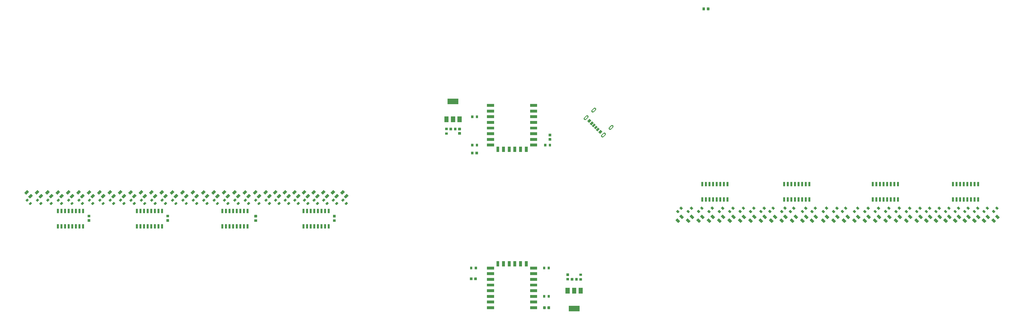
<source format=gbr>
%TF.GenerationSoftware,Flux,Pcbnew,7.0.11-7.0.11~ubuntu20.04.1*%
%TF.CreationDate,2024-08-21T17:33:55+00:00*%
%TF.ProjectId,input,696e7075-742e-46b6-9963-61645f706362,rev?*%
%TF.SameCoordinates,Original*%
%TF.FileFunction,Soldermask,Top*%
%TF.FilePolarity,Negative*%
%FSLAX46Y46*%
G04 Gerber Fmt 4.6, Leading zero omitted, Abs format (unit mm)*
G04 Filename: practical-fuchsia-massive-robot-spider*
G04 Build it with Flux! Visit our site at: https://www.flux.ai (PCBNEW 7.0.11-7.0.11~ubuntu20.04.1) date 2024-08-21 17:33:55*
%MOMM*%
%LPD*%
G01*
G04 APERTURE LIST*
G04 APERTURE END LIST*
%TO.C,*%
G36*
X130086000Y-9568248D02*
G01*
X130090597Y-9569007D01*
X130095134Y-9570065D01*
X130099593Y-9571418D01*
X130103954Y-9573059D01*
X130108197Y-9574982D01*
X130112307Y-9577178D01*
X130116263Y-9579639D01*
X130120050Y-9582353D01*
X130123652Y-9585308D01*
X130127053Y-9588493D01*
X130698112Y-10159553D01*
X130701297Y-10162953D01*
X130704253Y-10166555D01*
X130706967Y-10170342D01*
X130709427Y-10174299D01*
X130711623Y-10178408D01*
X130713546Y-10182652D01*
X130715187Y-10187012D01*
X130716540Y-10191471D01*
X130717598Y-10196008D01*
X130718357Y-10200605D01*
X130718814Y-10205242D01*
X130718814Y-10214555D01*
X130718357Y-10219192D01*
X130717598Y-10223789D01*
X130716540Y-10228327D01*
X130715187Y-10232785D01*
X130713546Y-10237146D01*
X130711623Y-10241390D01*
X130709427Y-10245499D01*
X130706967Y-10249455D01*
X130704253Y-10253243D01*
X130701297Y-10256844D01*
X130698112Y-10260245D01*
X130233119Y-10725238D01*
X130229718Y-10728423D01*
X130226116Y-10731379D01*
X130222329Y-10734093D01*
X130218373Y-10736553D01*
X130214263Y-10738749D01*
X130210020Y-10740672D01*
X130205659Y-10742314D01*
X130201200Y-10743666D01*
X130196663Y-10744724D01*
X130192066Y-10745483D01*
X130187429Y-10745940D01*
X130178116Y-10745940D01*
X130173479Y-10745483D01*
X130168882Y-10744724D01*
X130164345Y-10743666D01*
X130159886Y-10742314D01*
X130155525Y-10740672D01*
X130151282Y-10738749D01*
X130147173Y-10736553D01*
X130143216Y-10734093D01*
X130139429Y-10731379D01*
X130135827Y-10728423D01*
X130132427Y-10725238D01*
X129561367Y-10154179D01*
X129558182Y-10150778D01*
X129555226Y-10147177D01*
X129552512Y-10143389D01*
X129550052Y-10139433D01*
X129547856Y-10135324D01*
X129545933Y-10131080D01*
X129544292Y-10126719D01*
X129542939Y-10122261D01*
X129541881Y-10117723D01*
X129541122Y-10113126D01*
X129540666Y-10108489D01*
X129540666Y-10099176D01*
X129541122Y-10094539D01*
X129541881Y-10089942D01*
X129542939Y-10085405D01*
X129544292Y-10080946D01*
X129545933Y-10076586D01*
X129547856Y-10072342D01*
X129550052Y-10068233D01*
X129552512Y-10064276D01*
X129555226Y-10060489D01*
X129558182Y-10056887D01*
X129561367Y-10053487D01*
X130026361Y-9588493D01*
X130029761Y-9585308D01*
X130033363Y-9582353D01*
X130037150Y-9579639D01*
X130041107Y-9577178D01*
X130045216Y-9574982D01*
X130049459Y-9573059D01*
X130053820Y-9571418D01*
X130058279Y-9570065D01*
X130062816Y-9569007D01*
X130067413Y-9568248D01*
X130072050Y-9567792D01*
X130081363Y-9567792D01*
X130086000Y-9568248D01*
G37*
G36*
X131252721Y-8401517D02*
G01*
X131257318Y-8402276D01*
X131261855Y-8403334D01*
X131266314Y-8404686D01*
X131270675Y-8406328D01*
X131274918Y-8408251D01*
X131279027Y-8410447D01*
X131282984Y-8412907D01*
X131286771Y-8415621D01*
X131290373Y-8418577D01*
X131293773Y-8421762D01*
X131864833Y-8992821D01*
X131868018Y-8996222D01*
X131870974Y-8999823D01*
X131873688Y-9003611D01*
X131876148Y-9007567D01*
X131878344Y-9011676D01*
X131880267Y-9015920D01*
X131881908Y-9020281D01*
X131883261Y-9024739D01*
X131884319Y-9029277D01*
X131885078Y-9033874D01*
X131885534Y-9038511D01*
X131885534Y-9047824D01*
X131885078Y-9052461D01*
X131884319Y-9057058D01*
X131883261Y-9061595D01*
X131881908Y-9066054D01*
X131880267Y-9070414D01*
X131878344Y-9074658D01*
X131876148Y-9078767D01*
X131873688Y-9082724D01*
X131870974Y-9086511D01*
X131868018Y-9090113D01*
X131864833Y-9093513D01*
X131399839Y-9558507D01*
X131396439Y-9561692D01*
X131392837Y-9564647D01*
X131389050Y-9567361D01*
X131385093Y-9569822D01*
X131380984Y-9572018D01*
X131376741Y-9573941D01*
X131372380Y-9575582D01*
X131367921Y-9576935D01*
X131363384Y-9577993D01*
X131358787Y-9578752D01*
X131354150Y-9579208D01*
X131344837Y-9579208D01*
X131340200Y-9578752D01*
X131335603Y-9577993D01*
X131331066Y-9576935D01*
X131326607Y-9575582D01*
X131322246Y-9573941D01*
X131318003Y-9572018D01*
X131313893Y-9569822D01*
X131309937Y-9567361D01*
X131306150Y-9564647D01*
X131302548Y-9561692D01*
X131299147Y-9558507D01*
X130728088Y-8987447D01*
X130724903Y-8984047D01*
X130721947Y-8980445D01*
X130719233Y-8976658D01*
X130716773Y-8972701D01*
X130714577Y-8968592D01*
X130712654Y-8964348D01*
X130711013Y-8959988D01*
X130709660Y-8955529D01*
X130708602Y-8950992D01*
X130707843Y-8946395D01*
X130707386Y-8941758D01*
X130707386Y-8932445D01*
X130707843Y-8927808D01*
X130708602Y-8923211D01*
X130709660Y-8918673D01*
X130711013Y-8914215D01*
X130712654Y-8909854D01*
X130714577Y-8905610D01*
X130716773Y-8901501D01*
X130719233Y-8897545D01*
X130721947Y-8893757D01*
X130724903Y-8890156D01*
X130728088Y-8886755D01*
X131193081Y-8421762D01*
X131196482Y-8418577D01*
X131200084Y-8415621D01*
X131203871Y-8412907D01*
X131207827Y-8410447D01*
X131211937Y-8408251D01*
X131216180Y-8406328D01*
X131220541Y-8404686D01*
X131225000Y-8403334D01*
X131229537Y-8402276D01*
X131234134Y-8401517D01*
X131238771Y-8401060D01*
X131248084Y-8401060D01*
X131252721Y-8401517D01*
G37*
G36*
X134976219Y-11262114D02*
G01*
X134983056Y-11262788D01*
X134989836Y-11263907D01*
X134996527Y-11265467D01*
X135003102Y-11267462D01*
X135009533Y-11269882D01*
X135015792Y-11272718D01*
X135021851Y-11275957D01*
X135027686Y-11279585D01*
X135033271Y-11283587D01*
X135038583Y-11287946D01*
X135043597Y-11292643D01*
X135885054Y-12134100D01*
X135889751Y-12139115D01*
X135894110Y-12144426D01*
X135898113Y-12150011D01*
X135901741Y-12155846D01*
X135904980Y-12161906D01*
X135907816Y-12168165D01*
X135910236Y-12174595D01*
X135912230Y-12181170D01*
X135913791Y-12187862D01*
X135914910Y-12194641D01*
X135915583Y-12201479D01*
X135915808Y-12208346D01*
X135915583Y-12215214D01*
X135914910Y-12222052D01*
X135913791Y-12228831D01*
X135912230Y-12235522D01*
X135910236Y-12242098D01*
X135907816Y-12248528D01*
X135904980Y-12254787D01*
X135901741Y-12260846D01*
X135898113Y-12266681D01*
X135894110Y-12272266D01*
X135889751Y-12277578D01*
X135885054Y-12282593D01*
X135344118Y-12823529D01*
X135339103Y-12828226D01*
X135333792Y-12832585D01*
X135328206Y-12836587D01*
X135322372Y-12840216D01*
X135316312Y-12843455D01*
X135310053Y-12846290D01*
X135303623Y-12848711D01*
X135297048Y-12850705D01*
X135290356Y-12852266D01*
X135283577Y-12853385D01*
X135276739Y-12854058D01*
X135269872Y-12854283D01*
X135263004Y-12854058D01*
X135256166Y-12853385D01*
X135249387Y-12852266D01*
X135242696Y-12850705D01*
X135236120Y-12848711D01*
X135229690Y-12846290D01*
X135223431Y-12843455D01*
X135217372Y-12840216D01*
X135211537Y-12836587D01*
X135205952Y-12832585D01*
X135200640Y-12828226D01*
X135195625Y-12823529D01*
X134354168Y-11982072D01*
X134349471Y-11977057D01*
X134345112Y-11971746D01*
X134341110Y-11966161D01*
X134337482Y-11960326D01*
X134334243Y-11954266D01*
X134331407Y-11948008D01*
X134328987Y-11941577D01*
X134326992Y-11935002D01*
X134325432Y-11928310D01*
X134324313Y-11921531D01*
X134323639Y-11914693D01*
X134323415Y-11907826D01*
X134323639Y-11900959D01*
X134324313Y-11894121D01*
X134325432Y-11887342D01*
X134326992Y-11880650D01*
X134328987Y-11874075D01*
X134331407Y-11867644D01*
X134334243Y-11861386D01*
X134337482Y-11855326D01*
X134341110Y-11849491D01*
X134345112Y-11843906D01*
X134349471Y-11838595D01*
X134354168Y-11833580D01*
X134895105Y-11292643D01*
X134900120Y-11287946D01*
X134905431Y-11283587D01*
X134911016Y-11279585D01*
X134916851Y-11275957D01*
X134922911Y-11272718D01*
X134929169Y-11269882D01*
X134935600Y-11267462D01*
X134942175Y-11265467D01*
X134948867Y-11263907D01*
X134955646Y-11262788D01*
X134962484Y-11262114D01*
X134969351Y-11261889D01*
X134976219Y-11262114D01*
G37*
G36*
X133650396Y-12587942D02*
G01*
X133657234Y-12588615D01*
X133664013Y-12589734D01*
X133670704Y-12591295D01*
X133677280Y-12593289D01*
X133683710Y-12595710D01*
X133689969Y-12598545D01*
X133696028Y-12601784D01*
X133701863Y-12605413D01*
X133707448Y-12609415D01*
X133712760Y-12613774D01*
X133717775Y-12618471D01*
X134559232Y-13459928D01*
X134563929Y-13464943D01*
X134568288Y-13470254D01*
X134572290Y-13475839D01*
X134575918Y-13481674D01*
X134579157Y-13487734D01*
X134581993Y-13493992D01*
X134584413Y-13500423D01*
X134586408Y-13506998D01*
X134587968Y-13513690D01*
X134589087Y-13520469D01*
X134589761Y-13527307D01*
X134589985Y-13534174D01*
X134589761Y-13541041D01*
X134589087Y-13547879D01*
X134587968Y-13554658D01*
X134586408Y-13561350D01*
X134584413Y-13567925D01*
X134581993Y-13574356D01*
X134579157Y-13580614D01*
X134575918Y-13586674D01*
X134572290Y-13592509D01*
X134568288Y-13598094D01*
X134563929Y-13603405D01*
X134559232Y-13608420D01*
X134018295Y-14149357D01*
X134013280Y-14154054D01*
X134007969Y-14158413D01*
X134002384Y-14162415D01*
X133996549Y-14166043D01*
X133990489Y-14169282D01*
X133984231Y-14172118D01*
X133977800Y-14174538D01*
X133971225Y-14176533D01*
X133964533Y-14178093D01*
X133957754Y-14179212D01*
X133950916Y-14179886D01*
X133944049Y-14180111D01*
X133937181Y-14179886D01*
X133930344Y-14179212D01*
X133923564Y-14178093D01*
X133916873Y-14176533D01*
X133910298Y-14174538D01*
X133903867Y-14172118D01*
X133897608Y-14169282D01*
X133891549Y-14166043D01*
X133885714Y-14162415D01*
X133880129Y-14158413D01*
X133874817Y-14154054D01*
X133869803Y-14149357D01*
X133028346Y-13307900D01*
X133023649Y-13302885D01*
X133019290Y-13297574D01*
X133015287Y-13291989D01*
X133011659Y-13286154D01*
X133008420Y-13280094D01*
X133005584Y-13273835D01*
X133003164Y-13267405D01*
X133001170Y-13260830D01*
X132999609Y-13254138D01*
X132998490Y-13247359D01*
X132997817Y-13240521D01*
X132997592Y-13233654D01*
X132997817Y-13226786D01*
X132998490Y-13219948D01*
X132999609Y-13213169D01*
X133001170Y-13206478D01*
X133003164Y-13199902D01*
X133005584Y-13193472D01*
X133008420Y-13187213D01*
X133011659Y-13181154D01*
X133015287Y-13175319D01*
X133019290Y-13169734D01*
X133023649Y-13164422D01*
X133028346Y-13159407D01*
X133569282Y-12618471D01*
X133574297Y-12613774D01*
X133579608Y-12609415D01*
X133585194Y-12605413D01*
X133591028Y-12601784D01*
X133597088Y-12598545D01*
X133603347Y-12595710D01*
X133609777Y-12593289D01*
X133616352Y-12591295D01*
X133623044Y-12589734D01*
X133629823Y-12588615D01*
X133636661Y-12587942D01*
X133643528Y-12587717D01*
X133650396Y-12587942D01*
G37*
G36*
X-156634561Y-3942842D02*
G01*
X-156627723Y-3943515D01*
X-156620944Y-3944634D01*
X-156614252Y-3946195D01*
X-156607677Y-3948189D01*
X-156601247Y-3950610D01*
X-156594988Y-3953445D01*
X-156588928Y-3956684D01*
X-156583094Y-3960313D01*
X-156577508Y-3964315D01*
X-156572197Y-3968674D01*
X-156567182Y-3973371D01*
X-156026246Y-4514307D01*
X-156021549Y-4519322D01*
X-156017190Y-4524634D01*
X-156013187Y-4530219D01*
X-156009559Y-4536054D01*
X-156006320Y-4542113D01*
X-156003484Y-4548372D01*
X-156001064Y-4554802D01*
X-155999070Y-4561378D01*
X-155997509Y-4568069D01*
X-155996390Y-4574848D01*
X-155995717Y-4581686D01*
X-155995492Y-4588554D01*
X-155995717Y-4595421D01*
X-155996390Y-4602259D01*
X-155997509Y-4609038D01*
X-155999070Y-4615730D01*
X-156001064Y-4622305D01*
X-156003484Y-4628735D01*
X-156006320Y-4634994D01*
X-156009559Y-4641054D01*
X-156013187Y-4646889D01*
X-156017190Y-4652474D01*
X-156021549Y-4657785D01*
X-156026246Y-4662800D01*
X-156867703Y-5504257D01*
X-156872717Y-5508954D01*
X-156878029Y-5513313D01*
X-156883614Y-5517315D01*
X-156889449Y-5520943D01*
X-156895508Y-5524182D01*
X-156901767Y-5527018D01*
X-156908198Y-5529438D01*
X-156914773Y-5531433D01*
X-156921464Y-5532993D01*
X-156928244Y-5534112D01*
X-156935081Y-5534786D01*
X-156941949Y-5535011D01*
X-156948816Y-5534786D01*
X-156955654Y-5534112D01*
X-156962433Y-5532993D01*
X-156969125Y-5531433D01*
X-156975700Y-5529438D01*
X-156982131Y-5527018D01*
X-156988389Y-5524182D01*
X-156994449Y-5520943D01*
X-157000284Y-5517315D01*
X-157005869Y-5513313D01*
X-157011180Y-5508954D01*
X-157016195Y-5504257D01*
X-157557132Y-4963320D01*
X-157561829Y-4958305D01*
X-157566188Y-4952994D01*
X-157570190Y-4947409D01*
X-157573818Y-4941574D01*
X-157577057Y-4935514D01*
X-157579893Y-4929256D01*
X-157582313Y-4922825D01*
X-157584308Y-4916250D01*
X-157585868Y-4909558D01*
X-157586987Y-4902779D01*
X-157587661Y-4895941D01*
X-157587885Y-4889074D01*
X-157587661Y-4882207D01*
X-157586987Y-4875369D01*
X-157585868Y-4868590D01*
X-157584308Y-4861898D01*
X-157582313Y-4855323D01*
X-157579893Y-4848892D01*
X-157577057Y-4842634D01*
X-157573818Y-4836574D01*
X-157570190Y-4830739D01*
X-157566188Y-4825154D01*
X-157561829Y-4819843D01*
X-157557132Y-4814828D01*
X-156715675Y-3973371D01*
X-156710660Y-3968674D01*
X-156705348Y-3964315D01*
X-156699763Y-3960313D01*
X-156693928Y-3956684D01*
X-156687869Y-3953445D01*
X-156681610Y-3950610D01*
X-156675180Y-3948189D01*
X-156668604Y-3946195D01*
X-156661913Y-3944634D01*
X-156655134Y-3943515D01*
X-156648296Y-3942842D01*
X-156641428Y-3942617D01*
X-156634561Y-3942842D01*
G37*
G36*
X-157960384Y-2617014D02*
G01*
X-157953546Y-2617688D01*
X-157946767Y-2618807D01*
X-157940075Y-2620367D01*
X-157933500Y-2622362D01*
X-157927069Y-2624782D01*
X-157920811Y-2627618D01*
X-157914751Y-2630857D01*
X-157908916Y-2634485D01*
X-157903331Y-2638487D01*
X-157898020Y-2642846D01*
X-157893005Y-2647543D01*
X-157352068Y-3188480D01*
X-157347371Y-3193495D01*
X-157343012Y-3198806D01*
X-157339010Y-3204391D01*
X-157335382Y-3210226D01*
X-157332143Y-3216286D01*
X-157329307Y-3222544D01*
X-157326887Y-3228975D01*
X-157324892Y-3235550D01*
X-157323332Y-3242242D01*
X-157322213Y-3249021D01*
X-157321539Y-3255859D01*
X-157321315Y-3262726D01*
X-157321539Y-3269593D01*
X-157322213Y-3276431D01*
X-157323332Y-3283210D01*
X-157324892Y-3289902D01*
X-157326887Y-3296477D01*
X-157329307Y-3302908D01*
X-157332143Y-3309166D01*
X-157335382Y-3315226D01*
X-157339010Y-3321061D01*
X-157343012Y-3326646D01*
X-157347371Y-3331957D01*
X-157352068Y-3336972D01*
X-158193525Y-4178429D01*
X-158198540Y-4183126D01*
X-158203852Y-4187485D01*
X-158209437Y-4191487D01*
X-158215272Y-4195116D01*
X-158221331Y-4198355D01*
X-158227590Y-4201190D01*
X-158234020Y-4203611D01*
X-158240596Y-4205605D01*
X-158247287Y-4207166D01*
X-158254066Y-4208285D01*
X-158260904Y-4208958D01*
X-158267772Y-4209183D01*
X-158274639Y-4208958D01*
X-158281477Y-4208285D01*
X-158288256Y-4207166D01*
X-158294948Y-4205605D01*
X-158301523Y-4203611D01*
X-158307953Y-4201190D01*
X-158314212Y-4198355D01*
X-158320272Y-4195116D01*
X-158326106Y-4191487D01*
X-158331692Y-4187485D01*
X-158337003Y-4183126D01*
X-158342018Y-4178429D01*
X-158882954Y-3637493D01*
X-158887651Y-3632478D01*
X-158892010Y-3627166D01*
X-158896013Y-3621581D01*
X-158899641Y-3615746D01*
X-158902880Y-3609687D01*
X-158905716Y-3603428D01*
X-158908136Y-3596998D01*
X-158910130Y-3590422D01*
X-158911691Y-3583731D01*
X-158912810Y-3576952D01*
X-158913483Y-3570114D01*
X-158913708Y-3563246D01*
X-158913483Y-3556379D01*
X-158912810Y-3549541D01*
X-158911691Y-3542762D01*
X-158910130Y-3536070D01*
X-158908136Y-3529495D01*
X-158905716Y-3523065D01*
X-158902880Y-3516806D01*
X-158899641Y-3510746D01*
X-158896013Y-3504911D01*
X-158892010Y-3499326D01*
X-158887651Y-3494015D01*
X-158882954Y-3489000D01*
X-158041497Y-2647543D01*
X-158036483Y-2642846D01*
X-158031171Y-2638487D01*
X-158025586Y-2634485D01*
X-158019751Y-2630857D01*
X-158013692Y-2627618D01*
X-158007433Y-2624782D01*
X-158001002Y-2622362D01*
X-157994427Y-2620367D01*
X-157987736Y-2618807D01*
X-157980956Y-2617688D01*
X-157974119Y-2617014D01*
X-157967251Y-2616789D01*
X-157960384Y-2617014D01*
G37*
G36*
X161683800Y-9568248D02*
G01*
X161688397Y-9569007D01*
X161692934Y-9570065D01*
X161697393Y-9571418D01*
X161701754Y-9573059D01*
X161705997Y-9574982D01*
X161710107Y-9577178D01*
X161714063Y-9579639D01*
X161717850Y-9582353D01*
X161721452Y-9585308D01*
X161724853Y-9588493D01*
X162295912Y-10159553D01*
X162299097Y-10162953D01*
X162302053Y-10166555D01*
X162304767Y-10170342D01*
X162307227Y-10174299D01*
X162309423Y-10178408D01*
X162311346Y-10182652D01*
X162312987Y-10187012D01*
X162314340Y-10191471D01*
X162315398Y-10196008D01*
X162316157Y-10200605D01*
X162316614Y-10205242D01*
X162316614Y-10214555D01*
X162316157Y-10219192D01*
X162315398Y-10223789D01*
X162314340Y-10228327D01*
X162312987Y-10232785D01*
X162311346Y-10237146D01*
X162309423Y-10241390D01*
X162307227Y-10245499D01*
X162304767Y-10249455D01*
X162302053Y-10253243D01*
X162299097Y-10256844D01*
X162295912Y-10260245D01*
X161830919Y-10725238D01*
X161827518Y-10728423D01*
X161823916Y-10731379D01*
X161820129Y-10734093D01*
X161816173Y-10736553D01*
X161812063Y-10738749D01*
X161807820Y-10740672D01*
X161803459Y-10742314D01*
X161799000Y-10743666D01*
X161794463Y-10744724D01*
X161789866Y-10745483D01*
X161785229Y-10745940D01*
X161775916Y-10745940D01*
X161771279Y-10745483D01*
X161766682Y-10744724D01*
X161762145Y-10743666D01*
X161757686Y-10742314D01*
X161753325Y-10740672D01*
X161749082Y-10738749D01*
X161744973Y-10736553D01*
X161741016Y-10734093D01*
X161737229Y-10731379D01*
X161733627Y-10728423D01*
X161730227Y-10725238D01*
X161159167Y-10154179D01*
X161155982Y-10150778D01*
X161153026Y-10147177D01*
X161150312Y-10143389D01*
X161147852Y-10139433D01*
X161145656Y-10135324D01*
X161143733Y-10131080D01*
X161142092Y-10126719D01*
X161140739Y-10122261D01*
X161139681Y-10117723D01*
X161138922Y-10113126D01*
X161138466Y-10108489D01*
X161138466Y-10099176D01*
X161138922Y-10094539D01*
X161139681Y-10089942D01*
X161140739Y-10085405D01*
X161142092Y-10080946D01*
X161143733Y-10076586D01*
X161145656Y-10072342D01*
X161147852Y-10068233D01*
X161150312Y-10064276D01*
X161153026Y-10060489D01*
X161155982Y-10056887D01*
X161159167Y-10053487D01*
X161624161Y-9588493D01*
X161627561Y-9585308D01*
X161631163Y-9582353D01*
X161634950Y-9579639D01*
X161638907Y-9577178D01*
X161643016Y-9574982D01*
X161647259Y-9573059D01*
X161651620Y-9571418D01*
X161656079Y-9570065D01*
X161660616Y-9569007D01*
X161665213Y-9568248D01*
X161669850Y-9567792D01*
X161679163Y-9567792D01*
X161683800Y-9568248D01*
G37*
G36*
X162850521Y-8401517D02*
G01*
X162855118Y-8402276D01*
X162859655Y-8403334D01*
X162864114Y-8404686D01*
X162868475Y-8406328D01*
X162872718Y-8408251D01*
X162876827Y-8410447D01*
X162880784Y-8412907D01*
X162884571Y-8415621D01*
X162888173Y-8418577D01*
X162891573Y-8421762D01*
X163462633Y-8992821D01*
X163465818Y-8996222D01*
X163468774Y-8999823D01*
X163471488Y-9003611D01*
X163473948Y-9007567D01*
X163476144Y-9011676D01*
X163478067Y-9015920D01*
X163479708Y-9020281D01*
X163481061Y-9024739D01*
X163482119Y-9029277D01*
X163482878Y-9033874D01*
X163483334Y-9038511D01*
X163483334Y-9047824D01*
X163482878Y-9052461D01*
X163482119Y-9057058D01*
X163481061Y-9061595D01*
X163479708Y-9066054D01*
X163478067Y-9070414D01*
X163476144Y-9074658D01*
X163473948Y-9078767D01*
X163471488Y-9082724D01*
X163468774Y-9086511D01*
X163465818Y-9090113D01*
X163462633Y-9093513D01*
X162997639Y-9558507D01*
X162994239Y-9561692D01*
X162990637Y-9564647D01*
X162986850Y-9567361D01*
X162982893Y-9569822D01*
X162978784Y-9572018D01*
X162974541Y-9573941D01*
X162970180Y-9575582D01*
X162965721Y-9576935D01*
X162961184Y-9577993D01*
X162956587Y-9578752D01*
X162951950Y-9579208D01*
X162942637Y-9579208D01*
X162938000Y-9578752D01*
X162933403Y-9577993D01*
X162928866Y-9576935D01*
X162924407Y-9575582D01*
X162920046Y-9573941D01*
X162915803Y-9572018D01*
X162911693Y-9569822D01*
X162907737Y-9567361D01*
X162903950Y-9564647D01*
X162900348Y-9561692D01*
X162896947Y-9558507D01*
X162325888Y-8987447D01*
X162322703Y-8984047D01*
X162319747Y-8980445D01*
X162317033Y-8976658D01*
X162314573Y-8972701D01*
X162312377Y-8968592D01*
X162310454Y-8964348D01*
X162308813Y-8959988D01*
X162307460Y-8955529D01*
X162306402Y-8950992D01*
X162305643Y-8946395D01*
X162305186Y-8941758D01*
X162305186Y-8932445D01*
X162305643Y-8927808D01*
X162306402Y-8923211D01*
X162307460Y-8918673D01*
X162308813Y-8914215D01*
X162310454Y-8909854D01*
X162312377Y-8905610D01*
X162314573Y-8901501D01*
X162317033Y-8897545D01*
X162319747Y-8893757D01*
X162322703Y-8890156D01*
X162325888Y-8886755D01*
X162790881Y-8421762D01*
X162794282Y-8418577D01*
X162797884Y-8415621D01*
X162801671Y-8412907D01*
X162805627Y-8410447D01*
X162809737Y-8408251D01*
X162813980Y-8406328D01*
X162818341Y-8404686D01*
X162822800Y-8403334D01*
X162827337Y-8402276D01*
X162831934Y-8401517D01*
X162836571Y-8401060D01*
X162845884Y-8401060D01*
X162850521Y-8401517D01*
G37*
G36*
X168460600Y-9568248D02*
G01*
X168465197Y-9569007D01*
X168469734Y-9570065D01*
X168474193Y-9571418D01*
X168478554Y-9573059D01*
X168482797Y-9574982D01*
X168486907Y-9577178D01*
X168490863Y-9579639D01*
X168494650Y-9582353D01*
X168498252Y-9585308D01*
X168501653Y-9588493D01*
X169072712Y-10159553D01*
X169075897Y-10162953D01*
X169078853Y-10166555D01*
X169081567Y-10170342D01*
X169084027Y-10174299D01*
X169086223Y-10178408D01*
X169088146Y-10182652D01*
X169089787Y-10187012D01*
X169091140Y-10191471D01*
X169092198Y-10196008D01*
X169092957Y-10200605D01*
X169093414Y-10205242D01*
X169093414Y-10214555D01*
X169092957Y-10219192D01*
X169092198Y-10223789D01*
X169091140Y-10228327D01*
X169089787Y-10232785D01*
X169088146Y-10237146D01*
X169086223Y-10241390D01*
X169084027Y-10245499D01*
X169081567Y-10249455D01*
X169078853Y-10253243D01*
X169075897Y-10256844D01*
X169072712Y-10260245D01*
X168607719Y-10725238D01*
X168604318Y-10728423D01*
X168600716Y-10731379D01*
X168596929Y-10734093D01*
X168592973Y-10736553D01*
X168588863Y-10738749D01*
X168584620Y-10740672D01*
X168580259Y-10742314D01*
X168575800Y-10743666D01*
X168571263Y-10744724D01*
X168566666Y-10745483D01*
X168562029Y-10745940D01*
X168552716Y-10745940D01*
X168548079Y-10745483D01*
X168543482Y-10744724D01*
X168538945Y-10743666D01*
X168534486Y-10742314D01*
X168530125Y-10740672D01*
X168525882Y-10738749D01*
X168521773Y-10736553D01*
X168517816Y-10734093D01*
X168514029Y-10731379D01*
X168510427Y-10728423D01*
X168507027Y-10725238D01*
X167935967Y-10154179D01*
X167932782Y-10150778D01*
X167929826Y-10147177D01*
X167927112Y-10143389D01*
X167924652Y-10139433D01*
X167922456Y-10135324D01*
X167920533Y-10131080D01*
X167918892Y-10126719D01*
X167917539Y-10122261D01*
X167916481Y-10117723D01*
X167915722Y-10113126D01*
X167915266Y-10108489D01*
X167915266Y-10099176D01*
X167915722Y-10094539D01*
X167916481Y-10089942D01*
X167917539Y-10085405D01*
X167918892Y-10080946D01*
X167920533Y-10076586D01*
X167922456Y-10072342D01*
X167924652Y-10068233D01*
X167927112Y-10064276D01*
X167929826Y-10060489D01*
X167932782Y-10056887D01*
X167935967Y-10053487D01*
X168400961Y-9588493D01*
X168404361Y-9585308D01*
X168407963Y-9582353D01*
X168411750Y-9579639D01*
X168415707Y-9577178D01*
X168419816Y-9574982D01*
X168424059Y-9573059D01*
X168428420Y-9571418D01*
X168432879Y-9570065D01*
X168437416Y-9569007D01*
X168442013Y-9568248D01*
X168446650Y-9567792D01*
X168455963Y-9567792D01*
X168460600Y-9568248D01*
G37*
G36*
X169627321Y-8401517D02*
G01*
X169631918Y-8402276D01*
X169636455Y-8403334D01*
X169640914Y-8404686D01*
X169645275Y-8406328D01*
X169649518Y-8408251D01*
X169653627Y-8410447D01*
X169657584Y-8412907D01*
X169661371Y-8415621D01*
X169664973Y-8418577D01*
X169668373Y-8421762D01*
X170239433Y-8992821D01*
X170242618Y-8996222D01*
X170245574Y-8999823D01*
X170248288Y-9003611D01*
X170250748Y-9007567D01*
X170252944Y-9011676D01*
X170254867Y-9015920D01*
X170256508Y-9020281D01*
X170257861Y-9024739D01*
X170258919Y-9029277D01*
X170259678Y-9033874D01*
X170260134Y-9038511D01*
X170260134Y-9047824D01*
X170259678Y-9052461D01*
X170258919Y-9057058D01*
X170257861Y-9061595D01*
X170256508Y-9066054D01*
X170254867Y-9070414D01*
X170252944Y-9074658D01*
X170250748Y-9078767D01*
X170248288Y-9082724D01*
X170245574Y-9086511D01*
X170242618Y-9090113D01*
X170239433Y-9093513D01*
X169774439Y-9558507D01*
X169771039Y-9561692D01*
X169767437Y-9564647D01*
X169763650Y-9567361D01*
X169759693Y-9569822D01*
X169755584Y-9572018D01*
X169751341Y-9573941D01*
X169746980Y-9575582D01*
X169742521Y-9576935D01*
X169737984Y-9577993D01*
X169733387Y-9578752D01*
X169728750Y-9579208D01*
X169719437Y-9579208D01*
X169714800Y-9578752D01*
X169710203Y-9577993D01*
X169705666Y-9576935D01*
X169701207Y-9575582D01*
X169696846Y-9573941D01*
X169692603Y-9572018D01*
X169688493Y-9569822D01*
X169684537Y-9567361D01*
X169680750Y-9564647D01*
X169677148Y-9561692D01*
X169673747Y-9558507D01*
X169102688Y-8987447D01*
X169099503Y-8984047D01*
X169096547Y-8980445D01*
X169093833Y-8976658D01*
X169091373Y-8972701D01*
X169089177Y-8968592D01*
X169087254Y-8964348D01*
X169085613Y-8959988D01*
X169084260Y-8955529D01*
X169083202Y-8950992D01*
X169082443Y-8946395D01*
X169081986Y-8941758D01*
X169081986Y-8932445D01*
X169082443Y-8927808D01*
X169083202Y-8923211D01*
X169084260Y-8918673D01*
X169085613Y-8914215D01*
X169087254Y-8909854D01*
X169089177Y-8905610D01*
X169091373Y-8901501D01*
X169093833Y-8897545D01*
X169096547Y-8893757D01*
X169099503Y-8890156D01*
X169102688Y-8886755D01*
X169567681Y-8421762D01*
X169571082Y-8418577D01*
X169574684Y-8415621D01*
X169578471Y-8412907D01*
X169582427Y-8410447D01*
X169586537Y-8408251D01*
X169590780Y-8406328D01*
X169595141Y-8404686D01*
X169599600Y-8403334D01*
X169604137Y-8402276D01*
X169608734Y-8401517D01*
X169613371Y-8401060D01*
X169622684Y-8401060D01*
X169627321Y-8401517D01*
G37*
G36*
X-123545697Y-16199898D02*
G01*
X-124195697Y-16199898D01*
X-124195697Y-14674898D01*
X-123545697Y-14674898D01*
X-123545697Y-16199898D01*
G37*
G36*
X-122275703Y-10775897D02*
G01*
X-122925703Y-10775897D01*
X-122925703Y-9250897D01*
X-122275703Y-9250897D01*
X-122275703Y-10775897D01*
G37*
G36*
X-127355697Y-16199902D02*
G01*
X-128005697Y-16199902D01*
X-128005697Y-14674902D01*
X-127355697Y-14674902D01*
X-127355697Y-16199902D01*
G37*
G36*
X-128625703Y-10775903D02*
G01*
X-129275703Y-10775903D01*
X-129275703Y-9250903D01*
X-128625703Y-9250903D01*
X-128625703Y-10775903D01*
G37*
G36*
X-129895697Y-16199905D02*
G01*
X-130545697Y-16199905D01*
X-130545697Y-14674905D01*
X-129895697Y-14674905D01*
X-129895697Y-16199905D01*
G37*
G36*
X-124815697Y-16199899D02*
G01*
X-125465697Y-16199899D01*
X-125465697Y-14674899D01*
X-124815697Y-14674899D01*
X-124815697Y-16199899D01*
G37*
G36*
X-127355703Y-10775902D02*
G01*
X-128005703Y-10775902D01*
X-128005703Y-9250902D01*
X-127355703Y-9250902D01*
X-127355703Y-10775902D01*
G37*
G36*
X-126085703Y-10775901D02*
G01*
X-126735703Y-10775901D01*
X-126735703Y-9250901D01*
X-126085703Y-9250901D01*
X-126085703Y-10775901D01*
G37*
G36*
X-129895703Y-10775905D02*
G01*
X-130545703Y-10775905D01*
X-130545703Y-9250905D01*
X-129895703Y-9250905D01*
X-129895703Y-10775905D01*
G37*
G36*
X-121005697Y-16199895D02*
G01*
X-121655697Y-16199895D01*
X-121655697Y-14674895D01*
X-121005697Y-14674895D01*
X-121005697Y-16199895D01*
G37*
G36*
X-126085697Y-16199901D02*
G01*
X-126735697Y-16199901D01*
X-126735697Y-14674901D01*
X-126085697Y-14674901D01*
X-126085697Y-16199901D01*
G37*
G36*
X-123545703Y-10775898D02*
G01*
X-124195703Y-10775898D01*
X-124195703Y-9250898D01*
X-123545703Y-9250898D01*
X-123545703Y-10775898D01*
G37*
G36*
X-121005703Y-10775895D02*
G01*
X-121655703Y-10775895D01*
X-121655703Y-9250895D01*
X-121005703Y-9250895D01*
X-121005703Y-10775895D01*
G37*
G36*
X-128625697Y-16199903D02*
G01*
X-129275697Y-16199903D01*
X-129275697Y-14674903D01*
X-128625697Y-14674903D01*
X-128625697Y-16199903D01*
G37*
G36*
X-122275697Y-16199897D02*
G01*
X-122925697Y-16199897D01*
X-122925697Y-14674897D01*
X-122275697Y-14674897D01*
X-122275697Y-16199897D01*
G37*
G36*
X-124815703Y-10775899D02*
G01*
X-125465703Y-10775899D01*
X-125465703Y-9250899D01*
X-124815703Y-9250899D01*
X-124815703Y-10775899D01*
G37*
G36*
X78788700Y-9568248D02*
G01*
X78793297Y-9569007D01*
X78797834Y-9570065D01*
X78802293Y-9571418D01*
X78806654Y-9573059D01*
X78810897Y-9574982D01*
X78815007Y-9577178D01*
X78818963Y-9579639D01*
X78822750Y-9582353D01*
X78826352Y-9585308D01*
X78829753Y-9588493D01*
X79400812Y-10159553D01*
X79403997Y-10162953D01*
X79406953Y-10166555D01*
X79409667Y-10170342D01*
X79412127Y-10174299D01*
X79414323Y-10178408D01*
X79416246Y-10182652D01*
X79417887Y-10187012D01*
X79419240Y-10191471D01*
X79420298Y-10196008D01*
X79421057Y-10200605D01*
X79421514Y-10205242D01*
X79421514Y-10214555D01*
X79421057Y-10219192D01*
X79420298Y-10223789D01*
X79419240Y-10228327D01*
X79417887Y-10232785D01*
X79416246Y-10237146D01*
X79414323Y-10241390D01*
X79412127Y-10245499D01*
X79409667Y-10249455D01*
X79406953Y-10253243D01*
X79403997Y-10256844D01*
X79400812Y-10260245D01*
X78935819Y-10725238D01*
X78932418Y-10728423D01*
X78928816Y-10731379D01*
X78925029Y-10734093D01*
X78921073Y-10736553D01*
X78916963Y-10738749D01*
X78912720Y-10740672D01*
X78908359Y-10742314D01*
X78903900Y-10743666D01*
X78899363Y-10744724D01*
X78894766Y-10745483D01*
X78890129Y-10745940D01*
X78880816Y-10745940D01*
X78876179Y-10745483D01*
X78871582Y-10744724D01*
X78867045Y-10743666D01*
X78862586Y-10742314D01*
X78858225Y-10740672D01*
X78853982Y-10738749D01*
X78849873Y-10736553D01*
X78845916Y-10734093D01*
X78842129Y-10731379D01*
X78838527Y-10728423D01*
X78835127Y-10725238D01*
X78264067Y-10154179D01*
X78260882Y-10150778D01*
X78257926Y-10147177D01*
X78255212Y-10143389D01*
X78252752Y-10139433D01*
X78250556Y-10135324D01*
X78248633Y-10131080D01*
X78246992Y-10126719D01*
X78245639Y-10122261D01*
X78244581Y-10117723D01*
X78243822Y-10113126D01*
X78243366Y-10108489D01*
X78243366Y-10099176D01*
X78243822Y-10094539D01*
X78244581Y-10089942D01*
X78245639Y-10085405D01*
X78246992Y-10080946D01*
X78248633Y-10076586D01*
X78250556Y-10072342D01*
X78252752Y-10068233D01*
X78255212Y-10064276D01*
X78257926Y-10060489D01*
X78260882Y-10056887D01*
X78264067Y-10053487D01*
X78729061Y-9588493D01*
X78732461Y-9585308D01*
X78736063Y-9582353D01*
X78739850Y-9579639D01*
X78743807Y-9577178D01*
X78747916Y-9574982D01*
X78752159Y-9573059D01*
X78756520Y-9571418D01*
X78760979Y-9570065D01*
X78765516Y-9569007D01*
X78770113Y-9568248D01*
X78774750Y-9567792D01*
X78784063Y-9567792D01*
X78788700Y-9568248D01*
G37*
G36*
X79955421Y-8401517D02*
G01*
X79960018Y-8402276D01*
X79964555Y-8403334D01*
X79969014Y-8404686D01*
X79973375Y-8406328D01*
X79977618Y-8408251D01*
X79981727Y-8410447D01*
X79985684Y-8412907D01*
X79989471Y-8415621D01*
X79993073Y-8418577D01*
X79996473Y-8421762D01*
X80567533Y-8992821D01*
X80570718Y-8996222D01*
X80573674Y-8999823D01*
X80576388Y-9003611D01*
X80578848Y-9007567D01*
X80581044Y-9011676D01*
X80582967Y-9015920D01*
X80584608Y-9020281D01*
X80585961Y-9024739D01*
X80587019Y-9029277D01*
X80587778Y-9033874D01*
X80588234Y-9038511D01*
X80588234Y-9047824D01*
X80587778Y-9052461D01*
X80587019Y-9057058D01*
X80585961Y-9061595D01*
X80584608Y-9066054D01*
X80582967Y-9070414D01*
X80581044Y-9074658D01*
X80578848Y-9078767D01*
X80576388Y-9082724D01*
X80573674Y-9086511D01*
X80570718Y-9090113D01*
X80567533Y-9093513D01*
X80102539Y-9558507D01*
X80099139Y-9561692D01*
X80095537Y-9564647D01*
X80091750Y-9567361D01*
X80087793Y-9569822D01*
X80083684Y-9572018D01*
X80079441Y-9573941D01*
X80075080Y-9575582D01*
X80070621Y-9576935D01*
X80066084Y-9577993D01*
X80061487Y-9578752D01*
X80056850Y-9579208D01*
X80047537Y-9579208D01*
X80042900Y-9578752D01*
X80038303Y-9577993D01*
X80033766Y-9576935D01*
X80029307Y-9575582D01*
X80024946Y-9573941D01*
X80020703Y-9572018D01*
X80016593Y-9569822D01*
X80012637Y-9567361D01*
X80008850Y-9564647D01*
X80005248Y-9561692D01*
X80001847Y-9558507D01*
X79430788Y-8987447D01*
X79427603Y-8984047D01*
X79424647Y-8980445D01*
X79421933Y-8976658D01*
X79419473Y-8972701D01*
X79417277Y-8968592D01*
X79415354Y-8964348D01*
X79413713Y-8959988D01*
X79412360Y-8955529D01*
X79411302Y-8950992D01*
X79410543Y-8946395D01*
X79410086Y-8941758D01*
X79410086Y-8932445D01*
X79410543Y-8927808D01*
X79411302Y-8923211D01*
X79412360Y-8918673D01*
X79413713Y-8914215D01*
X79415354Y-8909854D01*
X79417277Y-8905610D01*
X79419473Y-8901501D01*
X79421933Y-8897545D01*
X79424647Y-8893757D01*
X79427603Y-8890156D01*
X79430788Y-8886755D01*
X79895781Y-8421762D01*
X79899182Y-8418577D01*
X79902784Y-8415621D01*
X79906571Y-8412907D01*
X79910527Y-8410447D01*
X79914637Y-8408251D01*
X79918880Y-8406328D01*
X79923241Y-8404686D01*
X79927700Y-8403334D01*
X79932237Y-8402276D01*
X79936834Y-8401517D01*
X79941471Y-8401060D01*
X79950784Y-8401060D01*
X79955421Y-8401517D01*
G37*
G36*
X-87016961Y-3942842D02*
G01*
X-87010123Y-3943515D01*
X-87003344Y-3944634D01*
X-86996652Y-3946195D01*
X-86990077Y-3948189D01*
X-86983647Y-3950610D01*
X-86977388Y-3953445D01*
X-86971328Y-3956684D01*
X-86965494Y-3960313D01*
X-86959908Y-3964315D01*
X-86954597Y-3968674D01*
X-86949582Y-3973371D01*
X-86408646Y-4514307D01*
X-86403949Y-4519322D01*
X-86399590Y-4524634D01*
X-86395587Y-4530219D01*
X-86391959Y-4536054D01*
X-86388720Y-4542113D01*
X-86385884Y-4548372D01*
X-86383464Y-4554802D01*
X-86381470Y-4561378D01*
X-86379909Y-4568069D01*
X-86378790Y-4574848D01*
X-86378117Y-4581686D01*
X-86377892Y-4588554D01*
X-86378117Y-4595421D01*
X-86378790Y-4602259D01*
X-86379909Y-4609038D01*
X-86381470Y-4615730D01*
X-86383464Y-4622305D01*
X-86385884Y-4628735D01*
X-86388720Y-4634994D01*
X-86391959Y-4641054D01*
X-86395587Y-4646889D01*
X-86399590Y-4652474D01*
X-86403949Y-4657785D01*
X-86408646Y-4662800D01*
X-87250103Y-5504257D01*
X-87255117Y-5508954D01*
X-87260429Y-5513313D01*
X-87266014Y-5517315D01*
X-87271849Y-5520943D01*
X-87277908Y-5524182D01*
X-87284167Y-5527018D01*
X-87290598Y-5529438D01*
X-87297173Y-5531433D01*
X-87303864Y-5532993D01*
X-87310644Y-5534112D01*
X-87317481Y-5534786D01*
X-87324349Y-5535011D01*
X-87331216Y-5534786D01*
X-87338054Y-5534112D01*
X-87344833Y-5532993D01*
X-87351525Y-5531433D01*
X-87358100Y-5529438D01*
X-87364531Y-5527018D01*
X-87370789Y-5524182D01*
X-87376849Y-5520943D01*
X-87382684Y-5517315D01*
X-87388269Y-5513313D01*
X-87393580Y-5508954D01*
X-87398595Y-5504257D01*
X-87939532Y-4963320D01*
X-87944229Y-4958305D01*
X-87948588Y-4952994D01*
X-87952590Y-4947409D01*
X-87956218Y-4941574D01*
X-87959457Y-4935514D01*
X-87962293Y-4929256D01*
X-87964713Y-4922825D01*
X-87966708Y-4916250D01*
X-87968268Y-4909558D01*
X-87969387Y-4902779D01*
X-87970061Y-4895941D01*
X-87970285Y-4889074D01*
X-87970061Y-4882207D01*
X-87969387Y-4875369D01*
X-87968268Y-4868590D01*
X-87966708Y-4861898D01*
X-87964713Y-4855323D01*
X-87962293Y-4848892D01*
X-87959457Y-4842634D01*
X-87956218Y-4836574D01*
X-87952590Y-4830739D01*
X-87948588Y-4825154D01*
X-87944229Y-4819843D01*
X-87939532Y-4814828D01*
X-87098075Y-3973371D01*
X-87093060Y-3968674D01*
X-87087748Y-3964315D01*
X-87082163Y-3960313D01*
X-87076328Y-3956684D01*
X-87070269Y-3953445D01*
X-87064010Y-3950610D01*
X-87057580Y-3948189D01*
X-87051004Y-3946195D01*
X-87044313Y-3944634D01*
X-87037534Y-3943515D01*
X-87030696Y-3942842D01*
X-87023828Y-3942617D01*
X-87016961Y-3942842D01*
G37*
G36*
X-88342784Y-2617014D02*
G01*
X-88335946Y-2617688D01*
X-88329167Y-2618807D01*
X-88322475Y-2620367D01*
X-88315900Y-2622362D01*
X-88309469Y-2624782D01*
X-88303211Y-2627618D01*
X-88297151Y-2630857D01*
X-88291316Y-2634485D01*
X-88285731Y-2638487D01*
X-88280420Y-2642846D01*
X-88275405Y-2647543D01*
X-87734468Y-3188480D01*
X-87729771Y-3193495D01*
X-87725412Y-3198806D01*
X-87721410Y-3204391D01*
X-87717782Y-3210226D01*
X-87714543Y-3216286D01*
X-87711707Y-3222544D01*
X-87709287Y-3228975D01*
X-87707292Y-3235550D01*
X-87705732Y-3242242D01*
X-87704613Y-3249021D01*
X-87703939Y-3255859D01*
X-87703715Y-3262726D01*
X-87703939Y-3269593D01*
X-87704613Y-3276431D01*
X-87705732Y-3283210D01*
X-87707292Y-3289902D01*
X-87709287Y-3296477D01*
X-87711707Y-3302908D01*
X-87714543Y-3309166D01*
X-87717782Y-3315226D01*
X-87721410Y-3321061D01*
X-87725412Y-3326646D01*
X-87729771Y-3331957D01*
X-87734468Y-3336972D01*
X-88575925Y-4178429D01*
X-88580940Y-4183126D01*
X-88586252Y-4187485D01*
X-88591837Y-4191487D01*
X-88597672Y-4195116D01*
X-88603731Y-4198355D01*
X-88609990Y-4201190D01*
X-88616420Y-4203611D01*
X-88622996Y-4205605D01*
X-88629687Y-4207166D01*
X-88636466Y-4208285D01*
X-88643304Y-4208958D01*
X-88650172Y-4209183D01*
X-88657039Y-4208958D01*
X-88663877Y-4208285D01*
X-88670656Y-4207166D01*
X-88677348Y-4205605D01*
X-88683923Y-4203611D01*
X-88690353Y-4201190D01*
X-88696612Y-4198355D01*
X-88702672Y-4195116D01*
X-88708506Y-4191487D01*
X-88714092Y-4187485D01*
X-88719403Y-4183126D01*
X-88724418Y-4178429D01*
X-89265354Y-3637493D01*
X-89270051Y-3632478D01*
X-89274410Y-3627166D01*
X-89278413Y-3621581D01*
X-89282041Y-3615746D01*
X-89285280Y-3609687D01*
X-89288116Y-3603428D01*
X-89290536Y-3596998D01*
X-89292530Y-3590422D01*
X-89294091Y-3583731D01*
X-89295210Y-3576952D01*
X-89295883Y-3570114D01*
X-89296108Y-3563246D01*
X-89295883Y-3556379D01*
X-89295210Y-3549541D01*
X-89294091Y-3542762D01*
X-89292530Y-3536070D01*
X-89290536Y-3529495D01*
X-89288116Y-3523065D01*
X-89285280Y-3516806D01*
X-89282041Y-3510746D01*
X-89278413Y-3504911D01*
X-89274410Y-3499326D01*
X-89270051Y-3494015D01*
X-89265354Y-3489000D01*
X-88423897Y-2647543D01*
X-88418883Y-2642846D01*
X-88413571Y-2638487D01*
X-88407986Y-2634485D01*
X-88402151Y-2630857D01*
X-88396092Y-2627618D01*
X-88389833Y-2624782D01*
X-88383402Y-2622362D01*
X-88376827Y-2620367D01*
X-88370136Y-2618807D01*
X-88363356Y-2617688D01*
X-88356519Y-2617014D01*
X-88349651Y-2616789D01*
X-88342784Y-2617014D01*
G37*
G36*
X116655719Y-11262114D02*
G01*
X116662556Y-11262788D01*
X116669336Y-11263907D01*
X116676027Y-11265467D01*
X116682602Y-11267462D01*
X116689033Y-11269882D01*
X116695292Y-11272718D01*
X116701351Y-11275957D01*
X116707186Y-11279585D01*
X116712771Y-11283587D01*
X116718083Y-11287946D01*
X116723097Y-11292643D01*
X117564554Y-12134100D01*
X117569251Y-12139115D01*
X117573610Y-12144426D01*
X117577613Y-12150011D01*
X117581241Y-12155846D01*
X117584480Y-12161906D01*
X117587316Y-12168165D01*
X117589736Y-12174595D01*
X117591730Y-12181170D01*
X117593291Y-12187862D01*
X117594410Y-12194641D01*
X117595083Y-12201479D01*
X117595308Y-12208346D01*
X117595083Y-12215214D01*
X117594410Y-12222052D01*
X117593291Y-12228831D01*
X117591730Y-12235522D01*
X117589736Y-12242098D01*
X117587316Y-12248528D01*
X117584480Y-12254787D01*
X117581241Y-12260846D01*
X117577613Y-12266681D01*
X117573610Y-12272266D01*
X117569251Y-12277578D01*
X117564554Y-12282593D01*
X117023618Y-12823529D01*
X117018603Y-12828226D01*
X117013292Y-12832585D01*
X117007706Y-12836587D01*
X117001872Y-12840216D01*
X116995812Y-12843455D01*
X116989553Y-12846290D01*
X116983123Y-12848711D01*
X116976548Y-12850705D01*
X116969856Y-12852266D01*
X116963077Y-12853385D01*
X116956239Y-12854058D01*
X116949372Y-12854283D01*
X116942504Y-12854058D01*
X116935666Y-12853385D01*
X116928887Y-12852266D01*
X116922196Y-12850705D01*
X116915620Y-12848711D01*
X116909190Y-12846290D01*
X116902931Y-12843455D01*
X116896872Y-12840216D01*
X116891037Y-12836587D01*
X116885452Y-12832585D01*
X116880140Y-12828226D01*
X116875125Y-12823529D01*
X116033668Y-11982072D01*
X116028971Y-11977057D01*
X116024612Y-11971746D01*
X116020610Y-11966161D01*
X116016982Y-11960326D01*
X116013743Y-11954266D01*
X116010907Y-11948008D01*
X116008487Y-11941577D01*
X116006492Y-11935002D01*
X116004932Y-11928310D01*
X116003813Y-11921531D01*
X116003139Y-11914693D01*
X116002915Y-11907826D01*
X116003139Y-11900959D01*
X116003813Y-11894121D01*
X116004932Y-11887342D01*
X116006492Y-11880650D01*
X116008487Y-11874075D01*
X116010907Y-11867644D01*
X116013743Y-11861386D01*
X116016982Y-11855326D01*
X116020610Y-11849491D01*
X116024612Y-11843906D01*
X116028971Y-11838595D01*
X116033668Y-11833580D01*
X116574605Y-11292643D01*
X116579620Y-11287946D01*
X116584931Y-11283587D01*
X116590516Y-11279585D01*
X116596351Y-11275957D01*
X116602411Y-11272718D01*
X116608669Y-11269882D01*
X116615100Y-11267462D01*
X116621675Y-11265467D01*
X116628367Y-11263907D01*
X116635146Y-11262788D01*
X116641984Y-11262114D01*
X116648851Y-11261889D01*
X116655719Y-11262114D01*
G37*
G36*
X115329896Y-12587942D02*
G01*
X115336734Y-12588615D01*
X115343513Y-12589734D01*
X115350204Y-12591295D01*
X115356780Y-12593289D01*
X115363210Y-12595710D01*
X115369469Y-12598545D01*
X115375528Y-12601784D01*
X115381363Y-12605413D01*
X115386948Y-12609415D01*
X115392260Y-12613774D01*
X115397275Y-12618471D01*
X116238732Y-13459928D01*
X116243429Y-13464943D01*
X116247788Y-13470254D01*
X116251790Y-13475839D01*
X116255418Y-13481674D01*
X116258657Y-13487734D01*
X116261493Y-13493992D01*
X116263913Y-13500423D01*
X116265908Y-13506998D01*
X116267468Y-13513690D01*
X116268587Y-13520469D01*
X116269261Y-13527307D01*
X116269485Y-13534174D01*
X116269261Y-13541041D01*
X116268587Y-13547879D01*
X116267468Y-13554658D01*
X116265908Y-13561350D01*
X116263913Y-13567925D01*
X116261493Y-13574356D01*
X116258657Y-13580614D01*
X116255418Y-13586674D01*
X116251790Y-13592509D01*
X116247788Y-13598094D01*
X116243429Y-13603405D01*
X116238732Y-13608420D01*
X115697795Y-14149357D01*
X115692780Y-14154054D01*
X115687469Y-14158413D01*
X115681884Y-14162415D01*
X115676049Y-14166043D01*
X115669989Y-14169282D01*
X115663731Y-14172118D01*
X115657300Y-14174538D01*
X115650725Y-14176533D01*
X115644033Y-14178093D01*
X115637254Y-14179212D01*
X115630416Y-14179886D01*
X115623549Y-14180111D01*
X115616681Y-14179886D01*
X115609844Y-14179212D01*
X115603064Y-14178093D01*
X115596373Y-14176533D01*
X115589798Y-14174538D01*
X115583367Y-14172118D01*
X115577108Y-14169282D01*
X115571049Y-14166043D01*
X115565214Y-14162415D01*
X115559629Y-14158413D01*
X115554317Y-14154054D01*
X115549303Y-14149357D01*
X114707846Y-13307900D01*
X114703149Y-13302885D01*
X114698790Y-13297574D01*
X114694787Y-13291989D01*
X114691159Y-13286154D01*
X114687920Y-13280094D01*
X114685084Y-13273835D01*
X114682664Y-13267405D01*
X114680670Y-13260830D01*
X114679109Y-13254138D01*
X114677990Y-13247359D01*
X114677317Y-13240521D01*
X114677092Y-13233654D01*
X114677317Y-13226786D01*
X114677990Y-13219948D01*
X114679109Y-13213169D01*
X114680670Y-13206478D01*
X114682664Y-13199902D01*
X114685084Y-13193472D01*
X114687920Y-13187213D01*
X114691159Y-13181154D01*
X114694787Y-13175319D01*
X114698790Y-13169734D01*
X114703149Y-13164422D01*
X114707846Y-13159407D01*
X115248782Y-12618471D01*
X115253797Y-12613774D01*
X115259108Y-12609415D01*
X115264694Y-12605413D01*
X115270528Y-12601784D01*
X115276588Y-12598545D01*
X115282847Y-12595710D01*
X115289277Y-12593289D01*
X115295852Y-12591295D01*
X115302544Y-12589734D01*
X115309323Y-12588615D01*
X115316161Y-12587942D01*
X115323028Y-12587717D01*
X115329896Y-12587942D01*
G37*
G36*
X-60896134Y-5571417D02*
G01*
X-60891537Y-5572176D01*
X-60887000Y-5573234D01*
X-60882541Y-5574586D01*
X-60878180Y-5576228D01*
X-60873937Y-5578151D01*
X-60869827Y-5580347D01*
X-60865871Y-5582807D01*
X-60862084Y-5585521D01*
X-60858482Y-5588477D01*
X-60855081Y-5591662D01*
X-60390088Y-6056655D01*
X-60386903Y-6060056D01*
X-60383947Y-6063657D01*
X-60381233Y-6067445D01*
X-60378773Y-6071401D01*
X-60376577Y-6075510D01*
X-60374654Y-6079754D01*
X-60373013Y-6084115D01*
X-60371660Y-6088573D01*
X-60370602Y-6093111D01*
X-60369843Y-6097708D01*
X-60369386Y-6102345D01*
X-60369386Y-6111658D01*
X-60369843Y-6116295D01*
X-60370602Y-6120892D01*
X-60371660Y-6125429D01*
X-60373013Y-6129888D01*
X-60374654Y-6134248D01*
X-60376577Y-6138492D01*
X-60378773Y-6142601D01*
X-60381233Y-6146558D01*
X-60383947Y-6150345D01*
X-60386903Y-6153947D01*
X-60390088Y-6157347D01*
X-60961147Y-6728407D01*
X-60964548Y-6731592D01*
X-60968150Y-6734547D01*
X-60971937Y-6737261D01*
X-60975893Y-6739722D01*
X-60980003Y-6741918D01*
X-60984246Y-6743841D01*
X-60988607Y-6745482D01*
X-60993066Y-6746835D01*
X-60997603Y-6747893D01*
X-61002200Y-6748652D01*
X-61006837Y-6749108D01*
X-61016150Y-6749108D01*
X-61020787Y-6748652D01*
X-61025384Y-6747893D01*
X-61029921Y-6746835D01*
X-61034380Y-6745482D01*
X-61038741Y-6743841D01*
X-61042984Y-6741918D01*
X-61047093Y-6739722D01*
X-61051050Y-6737261D01*
X-61054837Y-6734547D01*
X-61058439Y-6731592D01*
X-61061839Y-6728407D01*
X-61526833Y-6263413D01*
X-61530018Y-6260013D01*
X-61532974Y-6256411D01*
X-61535688Y-6252624D01*
X-61538148Y-6248667D01*
X-61540344Y-6244558D01*
X-61542267Y-6240314D01*
X-61543908Y-6235954D01*
X-61545261Y-6231495D01*
X-61546319Y-6226958D01*
X-61547078Y-6222361D01*
X-61547534Y-6217724D01*
X-61547534Y-6208411D01*
X-61547078Y-6203774D01*
X-61546319Y-6199177D01*
X-61545261Y-6194639D01*
X-61543908Y-6190181D01*
X-61542267Y-6185820D01*
X-61540344Y-6181576D01*
X-61538148Y-6177467D01*
X-61535688Y-6173511D01*
X-61532974Y-6169723D01*
X-61530018Y-6166122D01*
X-61526833Y-6162721D01*
X-60955773Y-5591662D01*
X-60952373Y-5588477D01*
X-60948771Y-5585521D01*
X-60944984Y-5582807D01*
X-60941027Y-5580347D01*
X-60936918Y-5578151D01*
X-60932675Y-5576228D01*
X-60928314Y-5574586D01*
X-60923855Y-5573234D01*
X-60919318Y-5572176D01*
X-60914721Y-5571417D01*
X-60910084Y-5570960D01*
X-60900771Y-5570960D01*
X-60896134Y-5571417D01*
G37*
G36*
X-59729413Y-6738148D02*
G01*
X-59724816Y-6738907D01*
X-59720279Y-6739965D01*
X-59715820Y-6741318D01*
X-59711459Y-6742959D01*
X-59707216Y-6744882D01*
X-59703107Y-6747078D01*
X-59699150Y-6749539D01*
X-59695363Y-6752253D01*
X-59691761Y-6755208D01*
X-59688361Y-6758393D01*
X-59223367Y-7223387D01*
X-59220182Y-7226787D01*
X-59217226Y-7230389D01*
X-59214512Y-7234176D01*
X-59212052Y-7238133D01*
X-59209856Y-7242242D01*
X-59207933Y-7246486D01*
X-59206292Y-7250846D01*
X-59204939Y-7255305D01*
X-59203881Y-7259842D01*
X-59203122Y-7264439D01*
X-59202666Y-7269076D01*
X-59202666Y-7278389D01*
X-59203122Y-7283026D01*
X-59203881Y-7287623D01*
X-59204939Y-7292161D01*
X-59206292Y-7296619D01*
X-59207933Y-7300980D01*
X-59209856Y-7305224D01*
X-59212052Y-7309333D01*
X-59214512Y-7313289D01*
X-59217226Y-7317077D01*
X-59220182Y-7320678D01*
X-59223367Y-7324079D01*
X-59794427Y-7895138D01*
X-59797827Y-7898323D01*
X-59801429Y-7901279D01*
X-59805216Y-7903993D01*
X-59809173Y-7906453D01*
X-59813282Y-7908649D01*
X-59817525Y-7910572D01*
X-59821886Y-7912214D01*
X-59826345Y-7913566D01*
X-59830882Y-7914624D01*
X-59835479Y-7915383D01*
X-59840116Y-7915840D01*
X-59849429Y-7915840D01*
X-59854066Y-7915383D01*
X-59858663Y-7914624D01*
X-59863200Y-7913566D01*
X-59867659Y-7912214D01*
X-59872020Y-7910572D01*
X-59876263Y-7908649D01*
X-59880373Y-7906453D01*
X-59884329Y-7903993D01*
X-59888116Y-7901279D01*
X-59891718Y-7898323D01*
X-59895119Y-7895138D01*
X-60360112Y-7430145D01*
X-60363297Y-7426744D01*
X-60366253Y-7423143D01*
X-60368967Y-7419355D01*
X-60371427Y-7415399D01*
X-60373623Y-7411290D01*
X-60375546Y-7407046D01*
X-60377187Y-7402685D01*
X-60378540Y-7398227D01*
X-60379598Y-7393689D01*
X-60380357Y-7389092D01*
X-60380814Y-7384455D01*
X-60380814Y-7375142D01*
X-60380357Y-7370505D01*
X-60379598Y-7365908D01*
X-60378540Y-7361371D01*
X-60377187Y-7356912D01*
X-60375546Y-7352552D01*
X-60373623Y-7348308D01*
X-60371427Y-7344199D01*
X-60368967Y-7340242D01*
X-60366253Y-7336455D01*
X-60363297Y-7332853D01*
X-60360112Y-7329453D01*
X-59789053Y-6758393D01*
X-59785652Y-6755208D01*
X-59782050Y-6752253D01*
X-59778263Y-6749539D01*
X-59774307Y-6747078D01*
X-59770197Y-6744882D01*
X-59765954Y-6742959D01*
X-59761593Y-6741318D01*
X-59757134Y-6739965D01*
X-59752597Y-6738907D01*
X-59748000Y-6738148D01*
X-59743363Y-6737692D01*
X-59734050Y-6737692D01*
X-59729413Y-6738148D01*
G37*
G36*
X162910019Y-11262114D02*
G01*
X162916856Y-11262788D01*
X162923636Y-11263907D01*
X162930327Y-11265467D01*
X162936902Y-11267462D01*
X162943333Y-11269882D01*
X162949592Y-11272718D01*
X162955651Y-11275957D01*
X162961486Y-11279585D01*
X162967071Y-11283587D01*
X162972383Y-11287946D01*
X162977397Y-11292643D01*
X163818854Y-12134100D01*
X163823551Y-12139115D01*
X163827910Y-12144426D01*
X163831913Y-12150011D01*
X163835541Y-12155846D01*
X163838780Y-12161906D01*
X163841616Y-12168165D01*
X163844036Y-12174595D01*
X163846030Y-12181170D01*
X163847591Y-12187862D01*
X163848710Y-12194641D01*
X163849383Y-12201479D01*
X163849608Y-12208346D01*
X163849383Y-12215214D01*
X163848710Y-12222052D01*
X163847591Y-12228831D01*
X163846030Y-12235522D01*
X163844036Y-12242098D01*
X163841616Y-12248528D01*
X163838780Y-12254787D01*
X163835541Y-12260846D01*
X163831913Y-12266681D01*
X163827910Y-12272266D01*
X163823551Y-12277578D01*
X163818854Y-12282593D01*
X163277918Y-12823529D01*
X163272903Y-12828226D01*
X163267592Y-12832585D01*
X163262006Y-12836587D01*
X163256172Y-12840216D01*
X163250112Y-12843455D01*
X163243853Y-12846290D01*
X163237423Y-12848711D01*
X163230848Y-12850705D01*
X163224156Y-12852266D01*
X163217377Y-12853385D01*
X163210539Y-12854058D01*
X163203672Y-12854283D01*
X163196804Y-12854058D01*
X163189966Y-12853385D01*
X163183187Y-12852266D01*
X163176496Y-12850705D01*
X163169920Y-12848711D01*
X163163490Y-12846290D01*
X163157231Y-12843455D01*
X163151172Y-12840216D01*
X163145337Y-12836587D01*
X163139752Y-12832585D01*
X163134440Y-12828226D01*
X163129425Y-12823529D01*
X162287968Y-11982072D01*
X162283271Y-11977057D01*
X162278912Y-11971746D01*
X162274910Y-11966161D01*
X162271282Y-11960326D01*
X162268043Y-11954266D01*
X162265207Y-11948008D01*
X162262787Y-11941577D01*
X162260792Y-11935002D01*
X162259232Y-11928310D01*
X162258113Y-11921531D01*
X162257439Y-11914693D01*
X162257215Y-11907826D01*
X162257439Y-11900959D01*
X162258113Y-11894121D01*
X162259232Y-11887342D01*
X162260792Y-11880650D01*
X162262787Y-11874075D01*
X162265207Y-11867644D01*
X162268043Y-11861386D01*
X162271282Y-11855326D01*
X162274910Y-11849491D01*
X162278912Y-11843906D01*
X162283271Y-11838595D01*
X162287968Y-11833580D01*
X162828905Y-11292643D01*
X162833920Y-11287946D01*
X162839231Y-11283587D01*
X162844816Y-11279585D01*
X162850651Y-11275957D01*
X162856711Y-11272718D01*
X162862969Y-11269882D01*
X162869400Y-11267462D01*
X162875975Y-11265467D01*
X162882667Y-11263907D01*
X162889446Y-11262788D01*
X162896284Y-11262114D01*
X162903151Y-11261889D01*
X162910019Y-11262114D01*
G37*
G36*
X161584196Y-12587942D02*
G01*
X161591034Y-12588615D01*
X161597813Y-12589734D01*
X161604504Y-12591295D01*
X161611080Y-12593289D01*
X161617510Y-12595710D01*
X161623769Y-12598545D01*
X161629828Y-12601784D01*
X161635663Y-12605413D01*
X161641248Y-12609415D01*
X161646560Y-12613774D01*
X161651575Y-12618471D01*
X162493032Y-13459928D01*
X162497729Y-13464943D01*
X162502088Y-13470254D01*
X162506090Y-13475839D01*
X162509718Y-13481674D01*
X162512957Y-13487734D01*
X162515793Y-13493992D01*
X162518213Y-13500423D01*
X162520208Y-13506998D01*
X162521768Y-13513690D01*
X162522887Y-13520469D01*
X162523561Y-13527307D01*
X162523785Y-13534174D01*
X162523561Y-13541041D01*
X162522887Y-13547879D01*
X162521768Y-13554658D01*
X162520208Y-13561350D01*
X162518213Y-13567925D01*
X162515793Y-13574356D01*
X162512957Y-13580614D01*
X162509718Y-13586674D01*
X162506090Y-13592509D01*
X162502088Y-13598094D01*
X162497729Y-13603405D01*
X162493032Y-13608420D01*
X161952095Y-14149357D01*
X161947080Y-14154054D01*
X161941769Y-14158413D01*
X161936184Y-14162415D01*
X161930349Y-14166043D01*
X161924289Y-14169282D01*
X161918031Y-14172118D01*
X161911600Y-14174538D01*
X161905025Y-14176533D01*
X161898333Y-14178093D01*
X161891554Y-14179212D01*
X161884716Y-14179886D01*
X161877849Y-14180111D01*
X161870981Y-14179886D01*
X161864144Y-14179212D01*
X161857364Y-14178093D01*
X161850673Y-14176533D01*
X161844098Y-14174538D01*
X161837667Y-14172118D01*
X161831408Y-14169282D01*
X161825349Y-14166043D01*
X161819514Y-14162415D01*
X161813929Y-14158413D01*
X161808617Y-14154054D01*
X161803603Y-14149357D01*
X160962146Y-13307900D01*
X160957449Y-13302885D01*
X160953090Y-13297574D01*
X160949087Y-13291989D01*
X160945459Y-13286154D01*
X160942220Y-13280094D01*
X160939384Y-13273835D01*
X160936964Y-13267405D01*
X160934970Y-13260830D01*
X160933409Y-13254138D01*
X160932290Y-13247359D01*
X160931617Y-13240521D01*
X160931392Y-13233654D01*
X160931617Y-13226786D01*
X160932290Y-13219948D01*
X160933409Y-13213169D01*
X160934970Y-13206478D01*
X160936964Y-13199902D01*
X160939384Y-13193472D01*
X160942220Y-13187213D01*
X160945459Y-13181154D01*
X160949087Y-13175319D01*
X160953090Y-13169734D01*
X160957449Y-13164422D01*
X160962146Y-13159407D01*
X161503082Y-12618471D01*
X161508097Y-12613774D01*
X161513408Y-12609415D01*
X161518994Y-12605413D01*
X161524828Y-12601784D01*
X161530888Y-12598545D01*
X161537147Y-12595710D01*
X161543577Y-12593289D01*
X161550152Y-12591295D01*
X161556844Y-12589734D01*
X161563623Y-12588615D01*
X161570461Y-12587942D01*
X161577328Y-12587717D01*
X161584196Y-12587942D01*
G37*
G36*
X70043357Y61781348D02*
G01*
X70047993Y61780891D01*
X70052590Y61780132D01*
X70057128Y61779074D01*
X70061586Y61777721D01*
X70065947Y61776080D01*
X70070191Y61774157D01*
X70074300Y61771961D01*
X70078257Y61769501D01*
X70082044Y61766787D01*
X70085645Y61763831D01*
X70089046Y61760646D01*
X70092231Y61757245D01*
X70095187Y61753644D01*
X70097901Y61749857D01*
X70100361Y61745900D01*
X70102557Y61741791D01*
X70104480Y61737547D01*
X70106121Y61733186D01*
X70107474Y61728728D01*
X70108532Y61724190D01*
X70109291Y61719593D01*
X70109748Y61714957D01*
X70109900Y61710300D01*
X70109900Y60902700D01*
X70109748Y60898043D01*
X70109291Y60893407D01*
X70108532Y60888810D01*
X70107474Y60884272D01*
X70106121Y60879814D01*
X70104480Y60875453D01*
X70102557Y60871209D01*
X70100361Y60867100D01*
X70097901Y60863143D01*
X70095187Y60859356D01*
X70092231Y60855755D01*
X70089046Y60852354D01*
X70085645Y60849169D01*
X70082044Y60846213D01*
X70078257Y60843499D01*
X70074300Y60841039D01*
X70070191Y60838843D01*
X70065947Y60836920D01*
X70061586Y60835279D01*
X70057128Y60833926D01*
X70052590Y60832868D01*
X70047993Y60832109D01*
X70043357Y60831652D01*
X70038700Y60831500D01*
X69281100Y60831500D01*
X69276443Y60831652D01*
X69271807Y60832109D01*
X69267210Y60832868D01*
X69262672Y60833926D01*
X69258214Y60835279D01*
X69253853Y60836920D01*
X69249609Y60838843D01*
X69245500Y60841039D01*
X69241543Y60843499D01*
X69237756Y60846213D01*
X69234155Y60849169D01*
X69230754Y60852354D01*
X69227569Y60855755D01*
X69224613Y60859356D01*
X69221899Y60863143D01*
X69219439Y60867100D01*
X69217243Y60871209D01*
X69215320Y60875453D01*
X69213679Y60879814D01*
X69212326Y60884272D01*
X69211268Y60888810D01*
X69210509Y60893407D01*
X69210052Y60898043D01*
X69209900Y60902700D01*
X69209900Y61710300D01*
X69210052Y61714957D01*
X69210509Y61719593D01*
X69211268Y61724190D01*
X69212326Y61728728D01*
X69213679Y61733186D01*
X69215320Y61737547D01*
X69217243Y61741791D01*
X69219439Y61745900D01*
X69221899Y61749857D01*
X69224613Y61753644D01*
X69227569Y61757245D01*
X69230754Y61760646D01*
X69234155Y61763831D01*
X69237756Y61766787D01*
X69241543Y61769501D01*
X69245500Y61771961D01*
X69249609Y61774157D01*
X69253853Y61776080D01*
X69258214Y61777721D01*
X69262672Y61779074D01*
X69267210Y61780132D01*
X69271807Y61780891D01*
X69276443Y61781348D01*
X69281100Y61781500D01*
X70038700Y61781500D01*
X70043357Y61781348D01*
G37*
G36*
X71593357Y61781348D02*
G01*
X71597993Y61780891D01*
X71602590Y61780132D01*
X71607128Y61779074D01*
X71611586Y61777721D01*
X71615947Y61776080D01*
X71620191Y61774157D01*
X71624300Y61771961D01*
X71628257Y61769501D01*
X71632044Y61766787D01*
X71635645Y61763831D01*
X71639046Y61760646D01*
X71642231Y61757245D01*
X71645187Y61753644D01*
X71647901Y61749857D01*
X71650361Y61745900D01*
X71652557Y61741791D01*
X71654480Y61737547D01*
X71656121Y61733186D01*
X71657474Y61728728D01*
X71658532Y61724190D01*
X71659291Y61719593D01*
X71659748Y61714957D01*
X71659900Y61710300D01*
X71659900Y60902700D01*
X71659748Y60898043D01*
X71659291Y60893407D01*
X71658532Y60888810D01*
X71657474Y60884272D01*
X71656121Y60879814D01*
X71654480Y60875453D01*
X71652557Y60871209D01*
X71650361Y60867100D01*
X71647901Y60863143D01*
X71645187Y60859356D01*
X71642231Y60855755D01*
X71639046Y60852354D01*
X71635645Y60849169D01*
X71632044Y60846213D01*
X71628257Y60843499D01*
X71624300Y60841039D01*
X71620191Y60838843D01*
X71615947Y60836920D01*
X71611586Y60835279D01*
X71607128Y60833926D01*
X71602590Y60832868D01*
X71597993Y60832109D01*
X71593357Y60831652D01*
X71588700Y60831500D01*
X70831100Y60831500D01*
X70826443Y60831652D01*
X70821807Y60832109D01*
X70817210Y60832868D01*
X70812672Y60833926D01*
X70808214Y60835279D01*
X70803853Y60836920D01*
X70799609Y60838843D01*
X70795500Y60841039D01*
X70791543Y60843499D01*
X70787756Y60846213D01*
X70784155Y60849169D01*
X70780754Y60852354D01*
X70777569Y60855755D01*
X70774613Y60859356D01*
X70771899Y60863143D01*
X70769439Y60867100D01*
X70767243Y60871209D01*
X70765320Y60875453D01*
X70763679Y60879814D01*
X70762326Y60884272D01*
X70761268Y60888810D01*
X70760509Y60893407D01*
X70760052Y60898043D01*
X70759900Y60902700D01*
X70759900Y61710300D01*
X70760052Y61714957D01*
X70760509Y61719593D01*
X70761268Y61724190D01*
X70762326Y61728728D01*
X70763679Y61733186D01*
X70765320Y61737547D01*
X70767243Y61741791D01*
X70769439Y61745900D01*
X70771899Y61749857D01*
X70774613Y61753644D01*
X70777569Y61757245D01*
X70780754Y61760646D01*
X70784155Y61763831D01*
X70787756Y61766787D01*
X70791543Y61769501D01*
X70795500Y61771961D01*
X70799609Y61774157D01*
X70803853Y61776080D01*
X70808214Y61777721D01*
X70812672Y61779074D01*
X70817210Y61780132D01*
X70821807Y61780891D01*
X70826443Y61781348D01*
X70831100Y61781500D01*
X71588700Y61781500D01*
X71593357Y61781348D01*
G37*
G36*
X26674158Y-33711052D02*
G01*
X26678794Y-33711509D01*
X26683391Y-33712268D01*
X26687929Y-33713326D01*
X26692387Y-33714679D01*
X26696748Y-33716320D01*
X26700992Y-33718243D01*
X26705101Y-33720439D01*
X26709057Y-33722899D01*
X26712845Y-33725613D01*
X26716446Y-33728569D01*
X26719847Y-33731754D01*
X26723032Y-33735155D01*
X26725988Y-33738756D01*
X26728701Y-33742543D01*
X26731162Y-33746500D01*
X26733358Y-33750609D01*
X26735281Y-33754853D01*
X26736922Y-33759214D01*
X26738275Y-33763672D01*
X26739333Y-33768210D01*
X26740092Y-33772807D01*
X26740548Y-33777443D01*
X26740701Y-33782100D01*
X26740701Y-34439700D01*
X26740548Y-34444357D01*
X26740092Y-34448993D01*
X26739333Y-34453590D01*
X26738275Y-34458128D01*
X26736922Y-34462586D01*
X26735281Y-34466947D01*
X26733358Y-34471191D01*
X26731162Y-34475300D01*
X26728701Y-34479257D01*
X26725988Y-34483044D01*
X26723032Y-34486645D01*
X26719847Y-34490046D01*
X26716446Y-34493231D01*
X26712845Y-34496187D01*
X26709057Y-34498901D01*
X26705101Y-34501361D01*
X26700992Y-34503557D01*
X26696748Y-34505480D01*
X26692387Y-34507121D01*
X26687929Y-34508474D01*
X26683391Y-34509532D01*
X26678794Y-34510291D01*
X26674158Y-34510748D01*
X26669501Y-34510900D01*
X25861901Y-34510900D01*
X25857244Y-34510748D01*
X25852607Y-34510291D01*
X25848010Y-34509532D01*
X25843473Y-34508474D01*
X25839014Y-34507121D01*
X25834654Y-34505480D01*
X25830410Y-34503557D01*
X25826301Y-34501361D01*
X25822344Y-34498901D01*
X25818557Y-34496187D01*
X25814955Y-34493231D01*
X25811555Y-34490046D01*
X25808370Y-34486645D01*
X25805414Y-34483044D01*
X25802700Y-34479257D01*
X25800240Y-34475300D01*
X25798044Y-34471191D01*
X25796121Y-34466947D01*
X25794479Y-34462586D01*
X25793127Y-34458128D01*
X25792069Y-34453590D01*
X25791310Y-34448993D01*
X25790853Y-34444357D01*
X25790701Y-34439700D01*
X25790701Y-33782100D01*
X25790853Y-33777443D01*
X25791310Y-33772807D01*
X25792069Y-33768210D01*
X25793127Y-33763672D01*
X25794479Y-33759214D01*
X25796121Y-33754853D01*
X25798044Y-33750609D01*
X25800240Y-33746500D01*
X25802700Y-33742543D01*
X25805414Y-33738756D01*
X25808370Y-33735155D01*
X25811555Y-33731754D01*
X25814955Y-33728569D01*
X25818557Y-33725613D01*
X25822344Y-33722899D01*
X25826301Y-33720439D01*
X25830410Y-33718243D01*
X25834654Y-33716320D01*
X25839014Y-33714679D01*
X25843473Y-33713326D01*
X25848010Y-33712268D01*
X25852607Y-33711509D01*
X25857244Y-33711052D01*
X25861901Y-33710900D01*
X26669501Y-33710900D01*
X26674158Y-33711052D01*
G37*
G36*
X26674156Y-32061052D02*
G01*
X26678793Y-32061509D01*
X26683390Y-32062268D01*
X26687927Y-32063326D01*
X26692386Y-32064679D01*
X26696746Y-32066320D01*
X26700990Y-32068243D01*
X26705099Y-32070439D01*
X26709056Y-32072899D01*
X26712843Y-32075613D01*
X26716445Y-32078569D01*
X26719845Y-32081754D01*
X26723030Y-32085155D01*
X26725986Y-32088756D01*
X26728700Y-32092543D01*
X26731160Y-32096500D01*
X26733356Y-32100609D01*
X26735279Y-32104853D01*
X26736921Y-32109214D01*
X26738273Y-32113672D01*
X26739331Y-32118210D01*
X26740090Y-32122807D01*
X26740547Y-32127443D01*
X26740699Y-32132100D01*
X26740699Y-32789700D01*
X26740547Y-32794357D01*
X26740090Y-32798993D01*
X26739331Y-32803590D01*
X26738273Y-32808128D01*
X26736921Y-32812586D01*
X26735279Y-32816947D01*
X26733356Y-32821191D01*
X26731160Y-32825300D01*
X26728700Y-32829257D01*
X26725986Y-32833044D01*
X26723030Y-32836645D01*
X26719845Y-32840046D01*
X26716445Y-32843231D01*
X26712843Y-32846187D01*
X26709056Y-32848901D01*
X26705099Y-32851361D01*
X26700990Y-32853557D01*
X26696746Y-32855480D01*
X26692386Y-32857121D01*
X26687927Y-32858474D01*
X26683390Y-32859532D01*
X26678793Y-32860291D01*
X26674156Y-32860748D01*
X26669499Y-32860900D01*
X25861899Y-32860900D01*
X25857242Y-32860748D01*
X25852606Y-32860291D01*
X25848009Y-32859532D01*
X25843471Y-32858474D01*
X25839013Y-32857121D01*
X25834652Y-32855480D01*
X25830408Y-32853557D01*
X25826299Y-32851361D01*
X25822343Y-32848901D01*
X25818555Y-32846187D01*
X25814954Y-32843231D01*
X25811553Y-32840046D01*
X25808368Y-32836645D01*
X25805412Y-32833044D01*
X25802699Y-32829257D01*
X25800238Y-32825300D01*
X25798042Y-32821191D01*
X25796119Y-32816947D01*
X25794478Y-32812586D01*
X25793125Y-32808128D01*
X25792067Y-32803590D01*
X25791308Y-32798993D01*
X25790852Y-32794357D01*
X25790699Y-32789700D01*
X25790699Y-32132100D01*
X25790852Y-32127443D01*
X25791308Y-32122807D01*
X25792067Y-32118210D01*
X25793125Y-32113672D01*
X25794478Y-32109214D01*
X25796119Y-32104853D01*
X25798042Y-32100609D01*
X25800238Y-32096500D01*
X25802699Y-32092543D01*
X25805412Y-32088756D01*
X25808368Y-32085155D01*
X25811553Y-32081754D01*
X25814954Y-32078569D01*
X25818555Y-32075613D01*
X25822343Y-32072899D01*
X25826299Y-32070439D01*
X25830408Y-32068243D01*
X25834652Y-32066320D01*
X25839013Y-32064679D01*
X25843471Y-32063326D01*
X25848009Y-32062268D01*
X25852606Y-32061509D01*
X25857242Y-32061052D01*
X25861899Y-32060900D01*
X26669499Y-32060900D01*
X26674156Y-32061052D01*
G37*
G36*
X15404557Y-43636055D02*
G01*
X15409193Y-43636511D01*
X15413790Y-43637270D01*
X15418328Y-43638328D01*
X15422786Y-43639681D01*
X15427147Y-43641322D01*
X15431391Y-43643245D01*
X15435500Y-43645441D01*
X15439457Y-43647901D01*
X15443244Y-43650615D01*
X15446845Y-43653571D01*
X15450246Y-43656756D01*
X15453431Y-43660157D01*
X15456387Y-43663758D01*
X15459101Y-43667545D01*
X15461561Y-43671502D01*
X15463757Y-43675611D01*
X15465680Y-43679855D01*
X15467321Y-43684216D01*
X15468674Y-43688674D01*
X15469732Y-43693212D01*
X15470491Y-43697809D01*
X15470948Y-43702445D01*
X15471100Y-43707102D01*
X15471100Y-44514702D01*
X15470948Y-44519359D01*
X15470491Y-44523996D01*
X15469732Y-44528592D01*
X15468674Y-44533130D01*
X15467321Y-44537589D01*
X15465680Y-44541949D01*
X15463757Y-44546193D01*
X15461561Y-44550302D01*
X15459101Y-44554259D01*
X15456387Y-44558046D01*
X15453431Y-44561647D01*
X15450246Y-44565048D01*
X15446845Y-44568233D01*
X15443244Y-44571189D01*
X15439457Y-44573903D01*
X15435500Y-44576363D01*
X15431391Y-44578559D01*
X15427147Y-44580482D01*
X15422786Y-44582123D01*
X15418328Y-44583476D01*
X15413790Y-44584534D01*
X15409193Y-44585293D01*
X15404557Y-44585750D01*
X15399900Y-44585902D01*
X14642300Y-44585902D01*
X14637643Y-44585750D01*
X14633007Y-44585293D01*
X14628410Y-44584534D01*
X14623872Y-44583476D01*
X14619414Y-44582123D01*
X14615053Y-44580482D01*
X14610809Y-44578559D01*
X14606700Y-44576363D01*
X14602743Y-44573903D01*
X14598956Y-44571189D01*
X14595355Y-44568233D01*
X14591954Y-44565048D01*
X14588769Y-44561647D01*
X14585813Y-44558046D01*
X14583099Y-44554259D01*
X14580639Y-44550302D01*
X14578443Y-44546193D01*
X14576520Y-44541949D01*
X14574879Y-44537589D01*
X14573526Y-44533130D01*
X14572468Y-44528592D01*
X14571709Y-44523996D01*
X14571252Y-44519359D01*
X14571100Y-44514702D01*
X14571100Y-43707102D01*
X14571252Y-43702445D01*
X14571709Y-43697809D01*
X14572468Y-43693212D01*
X14573526Y-43688674D01*
X14574879Y-43684216D01*
X14576520Y-43679855D01*
X14578443Y-43675611D01*
X14580639Y-43671502D01*
X14583099Y-43667545D01*
X14585813Y-43663758D01*
X14588769Y-43660157D01*
X14591954Y-43656756D01*
X14595355Y-43653571D01*
X14598956Y-43650615D01*
X14602743Y-43647901D01*
X14606700Y-43645441D01*
X14610809Y-43643245D01*
X14615053Y-43641322D01*
X14619414Y-43639681D01*
X14623872Y-43638328D01*
X14628410Y-43637270D01*
X14633007Y-43636511D01*
X14637643Y-43636055D01*
X14642300Y-43635902D01*
X15399900Y-43635902D01*
X15404557Y-43636055D01*
G37*
G36*
X13854557Y-43636050D02*
G01*
X13859193Y-43636507D01*
X13863790Y-43637266D01*
X13868328Y-43638324D01*
X13872786Y-43639677D01*
X13877147Y-43641318D01*
X13881391Y-43643241D01*
X13885500Y-43645437D01*
X13889457Y-43647897D01*
X13893244Y-43650611D01*
X13896845Y-43653567D01*
X13900246Y-43656752D01*
X13903431Y-43660153D01*
X13906387Y-43663754D01*
X13909101Y-43667541D01*
X13911561Y-43671498D01*
X13913757Y-43675607D01*
X13915680Y-43679851D01*
X13917321Y-43684211D01*
X13918674Y-43688670D01*
X13919732Y-43693208D01*
X13920491Y-43697804D01*
X13920948Y-43702441D01*
X13921100Y-43707098D01*
X13921100Y-44514698D01*
X13920948Y-44519355D01*
X13920491Y-44523991D01*
X13919732Y-44528588D01*
X13918674Y-44533126D01*
X13917321Y-44537584D01*
X13915680Y-44541945D01*
X13913757Y-44546189D01*
X13911561Y-44550298D01*
X13909101Y-44554255D01*
X13906387Y-44558042D01*
X13903431Y-44561643D01*
X13900246Y-44565044D01*
X13896845Y-44568229D01*
X13893244Y-44571185D01*
X13889457Y-44573899D01*
X13885500Y-44576359D01*
X13881391Y-44578555D01*
X13877147Y-44580478D01*
X13872786Y-44582119D01*
X13868328Y-44583472D01*
X13863790Y-44584530D01*
X13859193Y-44585289D01*
X13854557Y-44585745D01*
X13849900Y-44585898D01*
X13092300Y-44585898D01*
X13087643Y-44585745D01*
X13083007Y-44585289D01*
X13078410Y-44584530D01*
X13073872Y-44583472D01*
X13069414Y-44582119D01*
X13065053Y-44580478D01*
X13060809Y-44578555D01*
X13056700Y-44576359D01*
X13052743Y-44573899D01*
X13048956Y-44571185D01*
X13045355Y-44568229D01*
X13041954Y-44565044D01*
X13038769Y-44561643D01*
X13035813Y-44558042D01*
X13033099Y-44554255D01*
X13030639Y-44550298D01*
X13028443Y-44546189D01*
X13026520Y-44541945D01*
X13024879Y-44537584D01*
X13023526Y-44533126D01*
X13022468Y-44528588D01*
X13021709Y-44523991D01*
X13021252Y-44519355D01*
X13021100Y-44514698D01*
X13021100Y-43707098D01*
X13021252Y-43702441D01*
X13021709Y-43697804D01*
X13022468Y-43693208D01*
X13023526Y-43688670D01*
X13024879Y-43684211D01*
X13026520Y-43679851D01*
X13028443Y-43675607D01*
X13030639Y-43671498D01*
X13033099Y-43667541D01*
X13035813Y-43663754D01*
X13038769Y-43660153D01*
X13041954Y-43656752D01*
X13045355Y-43653567D01*
X13048956Y-43650611D01*
X13052743Y-43647897D01*
X13056700Y-43645437D01*
X13060809Y-43643241D01*
X13065053Y-43641318D01*
X13069414Y-43639677D01*
X13073872Y-43638324D01*
X13078410Y-43637266D01*
X13083007Y-43636507D01*
X13087643Y-43636050D01*
X13092300Y-43635898D01*
X13849900Y-43635898D01*
X13854557Y-43636050D01*
G37*
G36*
X-160298561Y-3942842D02*
G01*
X-160291723Y-3943515D01*
X-160284944Y-3944634D01*
X-160278252Y-3946195D01*
X-160271677Y-3948189D01*
X-160265247Y-3950610D01*
X-160258988Y-3953445D01*
X-160252928Y-3956684D01*
X-160247094Y-3960313D01*
X-160241508Y-3964315D01*
X-160236197Y-3968674D01*
X-160231182Y-3973371D01*
X-159690246Y-4514307D01*
X-159685549Y-4519322D01*
X-159681190Y-4524634D01*
X-159677187Y-4530219D01*
X-159673559Y-4536054D01*
X-159670320Y-4542113D01*
X-159667484Y-4548372D01*
X-159665064Y-4554802D01*
X-159663070Y-4561378D01*
X-159661509Y-4568069D01*
X-159660390Y-4574848D01*
X-159659717Y-4581686D01*
X-159659492Y-4588554D01*
X-159659717Y-4595421D01*
X-159660390Y-4602259D01*
X-159661509Y-4609038D01*
X-159663070Y-4615730D01*
X-159665064Y-4622305D01*
X-159667484Y-4628735D01*
X-159670320Y-4634994D01*
X-159673559Y-4641054D01*
X-159677187Y-4646889D01*
X-159681190Y-4652474D01*
X-159685549Y-4657785D01*
X-159690246Y-4662800D01*
X-160531703Y-5504257D01*
X-160536717Y-5508954D01*
X-160542029Y-5513313D01*
X-160547614Y-5517315D01*
X-160553449Y-5520943D01*
X-160559508Y-5524182D01*
X-160565767Y-5527018D01*
X-160572198Y-5529438D01*
X-160578773Y-5531433D01*
X-160585464Y-5532993D01*
X-160592244Y-5534112D01*
X-160599081Y-5534786D01*
X-160605949Y-5535011D01*
X-160612816Y-5534786D01*
X-160619654Y-5534112D01*
X-160626433Y-5532993D01*
X-160633125Y-5531433D01*
X-160639700Y-5529438D01*
X-160646131Y-5527018D01*
X-160652389Y-5524182D01*
X-160658449Y-5520943D01*
X-160664284Y-5517315D01*
X-160669869Y-5513313D01*
X-160675180Y-5508954D01*
X-160680195Y-5504257D01*
X-161221132Y-4963320D01*
X-161225829Y-4958305D01*
X-161230188Y-4952994D01*
X-161234190Y-4947409D01*
X-161237818Y-4941574D01*
X-161241057Y-4935514D01*
X-161243893Y-4929256D01*
X-161246313Y-4922825D01*
X-161248308Y-4916250D01*
X-161249868Y-4909558D01*
X-161250987Y-4902779D01*
X-161251661Y-4895941D01*
X-161251885Y-4889074D01*
X-161251661Y-4882207D01*
X-161250987Y-4875369D01*
X-161249868Y-4868590D01*
X-161248308Y-4861898D01*
X-161246313Y-4855323D01*
X-161243893Y-4848892D01*
X-161241057Y-4842634D01*
X-161237818Y-4836574D01*
X-161234190Y-4830739D01*
X-161230188Y-4825154D01*
X-161225829Y-4819843D01*
X-161221132Y-4814828D01*
X-160379675Y-3973371D01*
X-160374660Y-3968674D01*
X-160369348Y-3964315D01*
X-160363763Y-3960313D01*
X-160357928Y-3956684D01*
X-160351869Y-3953445D01*
X-160345610Y-3950610D01*
X-160339180Y-3948189D01*
X-160332604Y-3946195D01*
X-160325913Y-3944634D01*
X-160319134Y-3943515D01*
X-160312296Y-3942842D01*
X-160305428Y-3942617D01*
X-160298561Y-3942842D01*
G37*
G36*
X-161624384Y-2617014D02*
G01*
X-161617546Y-2617688D01*
X-161610767Y-2618807D01*
X-161604075Y-2620367D01*
X-161597500Y-2622362D01*
X-161591069Y-2624782D01*
X-161584811Y-2627618D01*
X-161578751Y-2630857D01*
X-161572916Y-2634485D01*
X-161567331Y-2638487D01*
X-161562020Y-2642846D01*
X-161557005Y-2647543D01*
X-161016068Y-3188480D01*
X-161011371Y-3193495D01*
X-161007012Y-3198806D01*
X-161003010Y-3204391D01*
X-160999382Y-3210226D01*
X-160996143Y-3216286D01*
X-160993307Y-3222544D01*
X-160990887Y-3228975D01*
X-160988892Y-3235550D01*
X-160987332Y-3242242D01*
X-160986213Y-3249021D01*
X-160985539Y-3255859D01*
X-160985315Y-3262726D01*
X-160985539Y-3269593D01*
X-160986213Y-3276431D01*
X-160987332Y-3283210D01*
X-160988892Y-3289902D01*
X-160990887Y-3296477D01*
X-160993307Y-3302908D01*
X-160996143Y-3309166D01*
X-160999382Y-3315226D01*
X-161003010Y-3321061D01*
X-161007012Y-3326646D01*
X-161011371Y-3331957D01*
X-161016068Y-3336972D01*
X-161857525Y-4178429D01*
X-161862540Y-4183126D01*
X-161867852Y-4187485D01*
X-161873437Y-4191487D01*
X-161879272Y-4195116D01*
X-161885331Y-4198355D01*
X-161891590Y-4201190D01*
X-161898020Y-4203611D01*
X-161904596Y-4205605D01*
X-161911287Y-4207166D01*
X-161918066Y-4208285D01*
X-161924904Y-4208958D01*
X-161931772Y-4209183D01*
X-161938639Y-4208958D01*
X-161945477Y-4208285D01*
X-161952256Y-4207166D01*
X-161958948Y-4205605D01*
X-161965523Y-4203611D01*
X-161971953Y-4201190D01*
X-161978212Y-4198355D01*
X-161984272Y-4195116D01*
X-161990106Y-4191487D01*
X-161995692Y-4187485D01*
X-162001003Y-4183126D01*
X-162006018Y-4178429D01*
X-162546954Y-3637493D01*
X-162551651Y-3632478D01*
X-162556010Y-3627166D01*
X-162560013Y-3621581D01*
X-162563641Y-3615746D01*
X-162566880Y-3609687D01*
X-162569716Y-3603428D01*
X-162572136Y-3596998D01*
X-162574130Y-3590422D01*
X-162575691Y-3583731D01*
X-162576810Y-3576952D01*
X-162577483Y-3570114D01*
X-162577708Y-3563246D01*
X-162577483Y-3556379D01*
X-162576810Y-3549541D01*
X-162575691Y-3542762D01*
X-162574130Y-3536070D01*
X-162572136Y-3529495D01*
X-162569716Y-3523065D01*
X-162566880Y-3516806D01*
X-162563641Y-3510746D01*
X-162560013Y-3504911D01*
X-162556010Y-3499326D01*
X-162551651Y-3494015D01*
X-162546954Y-3489000D01*
X-161705497Y-2647543D01*
X-161700483Y-2642846D01*
X-161695171Y-2638487D01*
X-161689586Y-2634485D01*
X-161683751Y-2630857D01*
X-161677692Y-2627618D01*
X-161671433Y-2624782D01*
X-161665002Y-2622362D01*
X-161658427Y-2620367D01*
X-161651736Y-2618807D01*
X-161644956Y-2617688D01*
X-161638119Y-2617014D01*
X-161631251Y-2616789D01*
X-161624384Y-2617014D01*
G37*
G36*
X87343219Y-11262114D02*
G01*
X87350056Y-11262788D01*
X87356836Y-11263907D01*
X87363527Y-11265467D01*
X87370102Y-11267462D01*
X87376533Y-11269882D01*
X87382792Y-11272718D01*
X87388851Y-11275957D01*
X87394686Y-11279585D01*
X87400271Y-11283587D01*
X87405583Y-11287946D01*
X87410597Y-11292643D01*
X88252054Y-12134100D01*
X88256751Y-12139115D01*
X88261110Y-12144426D01*
X88265113Y-12150011D01*
X88268741Y-12155846D01*
X88271980Y-12161906D01*
X88274816Y-12168165D01*
X88277236Y-12174595D01*
X88279230Y-12181170D01*
X88280791Y-12187862D01*
X88281910Y-12194641D01*
X88282583Y-12201479D01*
X88282808Y-12208346D01*
X88282583Y-12215214D01*
X88281910Y-12222052D01*
X88280791Y-12228831D01*
X88279230Y-12235522D01*
X88277236Y-12242098D01*
X88274816Y-12248528D01*
X88271980Y-12254787D01*
X88268741Y-12260846D01*
X88265113Y-12266681D01*
X88261110Y-12272266D01*
X88256751Y-12277578D01*
X88252054Y-12282593D01*
X87711118Y-12823529D01*
X87706103Y-12828226D01*
X87700792Y-12832585D01*
X87695206Y-12836587D01*
X87689372Y-12840216D01*
X87683312Y-12843455D01*
X87677053Y-12846290D01*
X87670623Y-12848711D01*
X87664048Y-12850705D01*
X87657356Y-12852266D01*
X87650577Y-12853385D01*
X87643739Y-12854058D01*
X87636872Y-12854283D01*
X87630004Y-12854058D01*
X87623166Y-12853385D01*
X87616387Y-12852266D01*
X87609696Y-12850705D01*
X87603120Y-12848711D01*
X87596690Y-12846290D01*
X87590431Y-12843455D01*
X87584372Y-12840216D01*
X87578537Y-12836587D01*
X87572952Y-12832585D01*
X87567640Y-12828226D01*
X87562625Y-12823529D01*
X86721168Y-11982072D01*
X86716471Y-11977057D01*
X86712112Y-11971746D01*
X86708110Y-11966161D01*
X86704482Y-11960326D01*
X86701243Y-11954266D01*
X86698407Y-11948008D01*
X86695987Y-11941577D01*
X86693992Y-11935002D01*
X86692432Y-11928310D01*
X86691313Y-11921531D01*
X86690639Y-11914693D01*
X86690415Y-11907826D01*
X86690639Y-11900959D01*
X86691313Y-11894121D01*
X86692432Y-11887342D01*
X86693992Y-11880650D01*
X86695987Y-11874075D01*
X86698407Y-11867644D01*
X86701243Y-11861386D01*
X86704482Y-11855326D01*
X86708110Y-11849491D01*
X86712112Y-11843906D01*
X86716471Y-11838595D01*
X86721168Y-11833580D01*
X87262105Y-11292643D01*
X87267120Y-11287946D01*
X87272431Y-11283587D01*
X87278016Y-11279585D01*
X87283851Y-11275957D01*
X87289911Y-11272718D01*
X87296169Y-11269882D01*
X87302600Y-11267462D01*
X87309175Y-11265467D01*
X87315867Y-11263907D01*
X87322646Y-11262788D01*
X87329484Y-11262114D01*
X87336351Y-11261889D01*
X87343219Y-11262114D01*
G37*
G36*
X86017396Y-12587942D02*
G01*
X86024234Y-12588615D01*
X86031013Y-12589734D01*
X86037704Y-12591295D01*
X86044280Y-12593289D01*
X86050710Y-12595710D01*
X86056969Y-12598545D01*
X86063028Y-12601784D01*
X86068863Y-12605413D01*
X86074448Y-12609415D01*
X86079760Y-12613774D01*
X86084775Y-12618471D01*
X86926232Y-13459928D01*
X86930929Y-13464943D01*
X86935288Y-13470254D01*
X86939290Y-13475839D01*
X86942918Y-13481674D01*
X86946157Y-13487734D01*
X86948993Y-13493992D01*
X86951413Y-13500423D01*
X86953408Y-13506998D01*
X86954968Y-13513690D01*
X86956087Y-13520469D01*
X86956761Y-13527307D01*
X86956985Y-13534174D01*
X86956761Y-13541041D01*
X86956087Y-13547879D01*
X86954968Y-13554658D01*
X86953408Y-13561350D01*
X86951413Y-13567925D01*
X86948993Y-13574356D01*
X86946157Y-13580614D01*
X86942918Y-13586674D01*
X86939290Y-13592509D01*
X86935288Y-13598094D01*
X86930929Y-13603405D01*
X86926232Y-13608420D01*
X86385295Y-14149357D01*
X86380280Y-14154054D01*
X86374969Y-14158413D01*
X86369384Y-14162415D01*
X86363549Y-14166043D01*
X86357489Y-14169282D01*
X86351231Y-14172118D01*
X86344800Y-14174538D01*
X86338225Y-14176533D01*
X86331533Y-14178093D01*
X86324754Y-14179212D01*
X86317916Y-14179886D01*
X86311049Y-14180111D01*
X86304181Y-14179886D01*
X86297344Y-14179212D01*
X86290564Y-14178093D01*
X86283873Y-14176533D01*
X86277298Y-14174538D01*
X86270867Y-14172118D01*
X86264608Y-14169282D01*
X86258549Y-14166043D01*
X86252714Y-14162415D01*
X86247129Y-14158413D01*
X86241817Y-14154054D01*
X86236803Y-14149357D01*
X85395346Y-13307900D01*
X85390649Y-13302885D01*
X85386290Y-13297574D01*
X85382287Y-13291989D01*
X85378659Y-13286154D01*
X85375420Y-13280094D01*
X85372584Y-13273835D01*
X85370164Y-13267405D01*
X85368170Y-13260830D01*
X85366609Y-13254138D01*
X85365490Y-13247359D01*
X85364817Y-13240521D01*
X85364592Y-13233654D01*
X85364817Y-13226786D01*
X85365490Y-13219948D01*
X85366609Y-13213169D01*
X85368170Y-13206478D01*
X85370164Y-13199902D01*
X85372584Y-13193472D01*
X85375420Y-13187213D01*
X85378659Y-13181154D01*
X85382287Y-13175319D01*
X85386290Y-13169734D01*
X85390649Y-13164422D01*
X85395346Y-13159407D01*
X85936282Y-12618471D01*
X85941297Y-12613774D01*
X85946608Y-12609415D01*
X85952194Y-12605413D01*
X85958028Y-12601784D01*
X85964088Y-12598545D01*
X85970347Y-12595710D01*
X85976777Y-12593289D01*
X85983352Y-12591295D01*
X85990044Y-12589734D01*
X85996823Y-12588615D01*
X86003661Y-12587942D01*
X86010528Y-12587717D01*
X86017396Y-12587942D01*
G37*
G36*
X105663519Y-11262114D02*
G01*
X105670356Y-11262788D01*
X105677136Y-11263907D01*
X105683827Y-11265467D01*
X105690402Y-11267462D01*
X105696833Y-11269882D01*
X105703092Y-11272718D01*
X105709151Y-11275957D01*
X105714986Y-11279585D01*
X105720571Y-11283587D01*
X105725883Y-11287946D01*
X105730897Y-11292643D01*
X106572354Y-12134100D01*
X106577051Y-12139115D01*
X106581410Y-12144426D01*
X106585413Y-12150011D01*
X106589041Y-12155846D01*
X106592280Y-12161906D01*
X106595116Y-12168165D01*
X106597536Y-12174595D01*
X106599530Y-12181170D01*
X106601091Y-12187862D01*
X106602210Y-12194641D01*
X106602883Y-12201479D01*
X106603108Y-12208346D01*
X106602883Y-12215214D01*
X106602210Y-12222052D01*
X106601091Y-12228831D01*
X106599530Y-12235522D01*
X106597536Y-12242098D01*
X106595116Y-12248528D01*
X106592280Y-12254787D01*
X106589041Y-12260846D01*
X106585413Y-12266681D01*
X106581410Y-12272266D01*
X106577051Y-12277578D01*
X106572354Y-12282593D01*
X106031418Y-12823529D01*
X106026403Y-12828226D01*
X106021092Y-12832585D01*
X106015506Y-12836587D01*
X106009672Y-12840216D01*
X106003612Y-12843455D01*
X105997353Y-12846290D01*
X105990923Y-12848711D01*
X105984348Y-12850705D01*
X105977656Y-12852266D01*
X105970877Y-12853385D01*
X105964039Y-12854058D01*
X105957172Y-12854283D01*
X105950304Y-12854058D01*
X105943466Y-12853385D01*
X105936687Y-12852266D01*
X105929996Y-12850705D01*
X105923420Y-12848711D01*
X105916990Y-12846290D01*
X105910731Y-12843455D01*
X105904672Y-12840216D01*
X105898837Y-12836587D01*
X105893252Y-12832585D01*
X105887940Y-12828226D01*
X105882925Y-12823529D01*
X105041468Y-11982072D01*
X105036771Y-11977057D01*
X105032412Y-11971746D01*
X105028410Y-11966161D01*
X105024782Y-11960326D01*
X105021543Y-11954266D01*
X105018707Y-11948008D01*
X105016287Y-11941577D01*
X105014292Y-11935002D01*
X105012732Y-11928310D01*
X105011613Y-11921531D01*
X105010939Y-11914693D01*
X105010715Y-11907826D01*
X105010939Y-11900959D01*
X105011613Y-11894121D01*
X105012732Y-11887342D01*
X105014292Y-11880650D01*
X105016287Y-11874075D01*
X105018707Y-11867644D01*
X105021543Y-11861386D01*
X105024782Y-11855326D01*
X105028410Y-11849491D01*
X105032412Y-11843906D01*
X105036771Y-11838595D01*
X105041468Y-11833580D01*
X105582405Y-11292643D01*
X105587420Y-11287946D01*
X105592731Y-11283587D01*
X105598316Y-11279585D01*
X105604151Y-11275957D01*
X105610211Y-11272718D01*
X105616469Y-11269882D01*
X105622900Y-11267462D01*
X105629475Y-11265467D01*
X105636167Y-11263907D01*
X105642946Y-11262788D01*
X105649784Y-11262114D01*
X105656651Y-11261889D01*
X105663519Y-11262114D01*
G37*
G36*
X104337696Y-12587942D02*
G01*
X104344534Y-12588615D01*
X104351313Y-12589734D01*
X104358004Y-12591295D01*
X104364580Y-12593289D01*
X104371010Y-12595710D01*
X104377269Y-12598545D01*
X104383328Y-12601784D01*
X104389163Y-12605413D01*
X104394748Y-12609415D01*
X104400060Y-12613774D01*
X104405075Y-12618471D01*
X105246532Y-13459928D01*
X105251229Y-13464943D01*
X105255588Y-13470254D01*
X105259590Y-13475839D01*
X105263218Y-13481674D01*
X105266457Y-13487734D01*
X105269293Y-13493992D01*
X105271713Y-13500423D01*
X105273708Y-13506998D01*
X105275268Y-13513690D01*
X105276387Y-13520469D01*
X105277061Y-13527307D01*
X105277285Y-13534174D01*
X105277061Y-13541041D01*
X105276387Y-13547879D01*
X105275268Y-13554658D01*
X105273708Y-13561350D01*
X105271713Y-13567925D01*
X105269293Y-13574356D01*
X105266457Y-13580614D01*
X105263218Y-13586674D01*
X105259590Y-13592509D01*
X105255588Y-13598094D01*
X105251229Y-13603405D01*
X105246532Y-13608420D01*
X104705595Y-14149357D01*
X104700580Y-14154054D01*
X104695269Y-14158413D01*
X104689684Y-14162415D01*
X104683849Y-14166043D01*
X104677789Y-14169282D01*
X104671531Y-14172118D01*
X104665100Y-14174538D01*
X104658525Y-14176533D01*
X104651833Y-14178093D01*
X104645054Y-14179212D01*
X104638216Y-14179886D01*
X104631349Y-14180111D01*
X104624481Y-14179886D01*
X104617644Y-14179212D01*
X104610864Y-14178093D01*
X104604173Y-14176533D01*
X104597598Y-14174538D01*
X104591167Y-14172118D01*
X104584908Y-14169282D01*
X104578849Y-14166043D01*
X104573014Y-14162415D01*
X104567429Y-14158413D01*
X104562117Y-14154054D01*
X104557103Y-14149357D01*
X103715646Y-13307900D01*
X103710949Y-13302885D01*
X103706590Y-13297574D01*
X103702587Y-13291989D01*
X103698959Y-13286154D01*
X103695720Y-13280094D01*
X103692884Y-13273835D01*
X103690464Y-13267405D01*
X103688470Y-13260830D01*
X103686909Y-13254138D01*
X103685790Y-13247359D01*
X103685117Y-13240521D01*
X103684892Y-13233654D01*
X103685117Y-13226786D01*
X103685790Y-13219948D01*
X103686909Y-13213169D01*
X103688470Y-13206478D01*
X103690464Y-13199902D01*
X103692884Y-13193472D01*
X103695720Y-13187213D01*
X103698959Y-13181154D01*
X103702587Y-13175319D01*
X103706590Y-13169734D01*
X103710949Y-13164422D01*
X103715646Y-13159407D01*
X104256582Y-12618471D01*
X104261597Y-12613774D01*
X104266908Y-12609415D01*
X104272494Y-12605413D01*
X104278328Y-12601784D01*
X104284388Y-12598545D01*
X104290647Y-12595710D01*
X104297077Y-12593289D01*
X104303652Y-12591295D01*
X104310344Y-12589734D01*
X104317123Y-12588615D01*
X104323961Y-12587942D01*
X104330828Y-12587717D01*
X104337696Y-12587942D01*
G37*
G36*
X151518800Y-9568248D02*
G01*
X151523397Y-9569007D01*
X151527934Y-9570065D01*
X151532393Y-9571418D01*
X151536754Y-9573059D01*
X151540997Y-9574982D01*
X151545107Y-9577178D01*
X151549063Y-9579639D01*
X151552850Y-9582353D01*
X151556452Y-9585308D01*
X151559853Y-9588493D01*
X152130912Y-10159553D01*
X152134097Y-10162953D01*
X152137053Y-10166555D01*
X152139767Y-10170342D01*
X152142227Y-10174299D01*
X152144423Y-10178408D01*
X152146346Y-10182652D01*
X152147987Y-10187012D01*
X152149340Y-10191471D01*
X152150398Y-10196008D01*
X152151157Y-10200605D01*
X152151614Y-10205242D01*
X152151614Y-10214555D01*
X152151157Y-10219192D01*
X152150398Y-10223789D01*
X152149340Y-10228327D01*
X152147987Y-10232785D01*
X152146346Y-10237146D01*
X152144423Y-10241390D01*
X152142227Y-10245499D01*
X152139767Y-10249455D01*
X152137053Y-10253243D01*
X152134097Y-10256844D01*
X152130912Y-10260245D01*
X151665919Y-10725238D01*
X151662518Y-10728423D01*
X151658916Y-10731379D01*
X151655129Y-10734093D01*
X151651173Y-10736553D01*
X151647063Y-10738749D01*
X151642820Y-10740672D01*
X151638459Y-10742314D01*
X151634000Y-10743666D01*
X151629463Y-10744724D01*
X151624866Y-10745483D01*
X151620229Y-10745940D01*
X151610916Y-10745940D01*
X151606279Y-10745483D01*
X151601682Y-10744724D01*
X151597145Y-10743666D01*
X151592686Y-10742314D01*
X151588325Y-10740672D01*
X151584082Y-10738749D01*
X151579973Y-10736553D01*
X151576016Y-10734093D01*
X151572229Y-10731379D01*
X151568627Y-10728423D01*
X151565227Y-10725238D01*
X150994167Y-10154179D01*
X150990982Y-10150778D01*
X150988026Y-10147177D01*
X150985312Y-10143389D01*
X150982852Y-10139433D01*
X150980656Y-10135324D01*
X150978733Y-10131080D01*
X150977092Y-10126719D01*
X150975739Y-10122261D01*
X150974681Y-10117723D01*
X150973922Y-10113126D01*
X150973466Y-10108489D01*
X150973466Y-10099176D01*
X150973922Y-10094539D01*
X150974681Y-10089942D01*
X150975739Y-10085405D01*
X150977092Y-10080946D01*
X150978733Y-10076586D01*
X150980656Y-10072342D01*
X150982852Y-10068233D01*
X150985312Y-10064276D01*
X150988026Y-10060489D01*
X150990982Y-10056887D01*
X150994167Y-10053487D01*
X151459161Y-9588493D01*
X151462561Y-9585308D01*
X151466163Y-9582353D01*
X151469950Y-9579639D01*
X151473907Y-9577178D01*
X151478016Y-9574982D01*
X151482259Y-9573059D01*
X151486620Y-9571418D01*
X151491079Y-9570065D01*
X151495616Y-9569007D01*
X151500213Y-9568248D01*
X151504850Y-9567792D01*
X151514163Y-9567792D01*
X151518800Y-9568248D01*
G37*
G36*
X152685521Y-8401517D02*
G01*
X152690118Y-8402276D01*
X152694655Y-8403334D01*
X152699114Y-8404686D01*
X152703475Y-8406328D01*
X152707718Y-8408251D01*
X152711827Y-8410447D01*
X152715784Y-8412907D01*
X152719571Y-8415621D01*
X152723173Y-8418577D01*
X152726573Y-8421762D01*
X153297633Y-8992821D01*
X153300818Y-8996222D01*
X153303774Y-8999823D01*
X153306488Y-9003611D01*
X153308948Y-9007567D01*
X153311144Y-9011676D01*
X153313067Y-9015920D01*
X153314708Y-9020281D01*
X153316061Y-9024739D01*
X153317119Y-9029277D01*
X153317878Y-9033874D01*
X153318334Y-9038511D01*
X153318334Y-9047824D01*
X153317878Y-9052461D01*
X153317119Y-9057058D01*
X153316061Y-9061595D01*
X153314708Y-9066054D01*
X153313067Y-9070414D01*
X153311144Y-9074658D01*
X153308948Y-9078767D01*
X153306488Y-9082724D01*
X153303774Y-9086511D01*
X153300818Y-9090113D01*
X153297633Y-9093513D01*
X152832639Y-9558507D01*
X152829239Y-9561692D01*
X152825637Y-9564647D01*
X152821850Y-9567361D01*
X152817893Y-9569822D01*
X152813784Y-9572018D01*
X152809541Y-9573941D01*
X152805180Y-9575582D01*
X152800721Y-9576935D01*
X152796184Y-9577993D01*
X152791587Y-9578752D01*
X152786950Y-9579208D01*
X152777637Y-9579208D01*
X152773000Y-9578752D01*
X152768403Y-9577993D01*
X152763866Y-9576935D01*
X152759407Y-9575582D01*
X152755046Y-9573941D01*
X152750803Y-9572018D01*
X152746693Y-9569822D01*
X152742737Y-9567361D01*
X152738950Y-9564647D01*
X152735348Y-9561692D01*
X152731947Y-9558507D01*
X152160888Y-8987447D01*
X152157703Y-8984047D01*
X152154747Y-8980445D01*
X152152033Y-8976658D01*
X152149573Y-8972701D01*
X152147377Y-8968592D01*
X152145454Y-8964348D01*
X152143813Y-8959988D01*
X152142460Y-8955529D01*
X152141402Y-8950992D01*
X152140643Y-8946395D01*
X152140186Y-8941758D01*
X152140186Y-8932445D01*
X152140643Y-8927808D01*
X152141402Y-8923211D01*
X152142460Y-8918673D01*
X152143813Y-8914215D01*
X152145454Y-8909854D01*
X152147377Y-8905610D01*
X152149573Y-8901501D01*
X152152033Y-8897545D01*
X152154747Y-8893757D01*
X152157703Y-8890156D01*
X152160888Y-8886755D01*
X152625881Y-8421762D01*
X152629282Y-8418577D01*
X152632884Y-8415621D01*
X152636671Y-8412907D01*
X152640627Y-8410447D01*
X152644737Y-8408251D01*
X152648980Y-8406328D01*
X152653341Y-8404686D01*
X152657800Y-8403334D01*
X152662337Y-8402276D01*
X152666934Y-8401517D01*
X152671571Y-8401060D01*
X152680884Y-8401060D01*
X152685521Y-8401517D01*
G37*
G36*
X-138314061Y-3942842D02*
G01*
X-138307223Y-3943515D01*
X-138300444Y-3944634D01*
X-138293752Y-3946195D01*
X-138287177Y-3948189D01*
X-138280747Y-3950610D01*
X-138274488Y-3953445D01*
X-138268428Y-3956684D01*
X-138262594Y-3960313D01*
X-138257008Y-3964315D01*
X-138251697Y-3968674D01*
X-138246682Y-3973371D01*
X-137705746Y-4514307D01*
X-137701049Y-4519322D01*
X-137696690Y-4524634D01*
X-137692687Y-4530219D01*
X-137689059Y-4536054D01*
X-137685820Y-4542113D01*
X-137682984Y-4548372D01*
X-137680564Y-4554802D01*
X-137678570Y-4561378D01*
X-137677009Y-4568069D01*
X-137675890Y-4574848D01*
X-137675217Y-4581686D01*
X-137674992Y-4588554D01*
X-137675217Y-4595421D01*
X-137675890Y-4602259D01*
X-137677009Y-4609038D01*
X-137678570Y-4615730D01*
X-137680564Y-4622305D01*
X-137682984Y-4628735D01*
X-137685820Y-4634994D01*
X-137689059Y-4641054D01*
X-137692687Y-4646889D01*
X-137696690Y-4652474D01*
X-137701049Y-4657785D01*
X-137705746Y-4662800D01*
X-138547203Y-5504257D01*
X-138552217Y-5508954D01*
X-138557529Y-5513313D01*
X-138563114Y-5517315D01*
X-138568949Y-5520943D01*
X-138575008Y-5524182D01*
X-138581267Y-5527018D01*
X-138587698Y-5529438D01*
X-138594273Y-5531433D01*
X-138600964Y-5532993D01*
X-138607744Y-5534112D01*
X-138614581Y-5534786D01*
X-138621449Y-5535011D01*
X-138628316Y-5534786D01*
X-138635154Y-5534112D01*
X-138641933Y-5532993D01*
X-138648625Y-5531433D01*
X-138655200Y-5529438D01*
X-138661631Y-5527018D01*
X-138667889Y-5524182D01*
X-138673949Y-5520943D01*
X-138679784Y-5517315D01*
X-138685369Y-5513313D01*
X-138690680Y-5508954D01*
X-138695695Y-5504257D01*
X-139236632Y-4963320D01*
X-139241329Y-4958305D01*
X-139245688Y-4952994D01*
X-139249690Y-4947409D01*
X-139253318Y-4941574D01*
X-139256557Y-4935514D01*
X-139259393Y-4929256D01*
X-139261813Y-4922825D01*
X-139263808Y-4916250D01*
X-139265368Y-4909558D01*
X-139266487Y-4902779D01*
X-139267161Y-4895941D01*
X-139267385Y-4889074D01*
X-139267161Y-4882207D01*
X-139266487Y-4875369D01*
X-139265368Y-4868590D01*
X-139263808Y-4861898D01*
X-139261813Y-4855323D01*
X-139259393Y-4848892D01*
X-139256557Y-4842634D01*
X-139253318Y-4836574D01*
X-139249690Y-4830739D01*
X-139245688Y-4825154D01*
X-139241329Y-4819843D01*
X-139236632Y-4814828D01*
X-138395175Y-3973371D01*
X-138390160Y-3968674D01*
X-138384848Y-3964315D01*
X-138379263Y-3960313D01*
X-138373428Y-3956684D01*
X-138367369Y-3953445D01*
X-138361110Y-3950610D01*
X-138354680Y-3948189D01*
X-138348104Y-3946195D01*
X-138341413Y-3944634D01*
X-138334634Y-3943515D01*
X-138327796Y-3942842D01*
X-138320928Y-3942617D01*
X-138314061Y-3942842D01*
G37*
G36*
X-139639884Y-2617014D02*
G01*
X-139633046Y-2617688D01*
X-139626267Y-2618807D01*
X-139619575Y-2620367D01*
X-139613000Y-2622362D01*
X-139606569Y-2624782D01*
X-139600311Y-2627618D01*
X-139594251Y-2630857D01*
X-139588416Y-2634485D01*
X-139582831Y-2638487D01*
X-139577520Y-2642846D01*
X-139572505Y-2647543D01*
X-139031568Y-3188480D01*
X-139026871Y-3193495D01*
X-139022512Y-3198806D01*
X-139018510Y-3204391D01*
X-139014882Y-3210226D01*
X-139011643Y-3216286D01*
X-139008807Y-3222544D01*
X-139006387Y-3228975D01*
X-139004392Y-3235550D01*
X-139002832Y-3242242D01*
X-139001713Y-3249021D01*
X-139001039Y-3255859D01*
X-139000815Y-3262726D01*
X-139001039Y-3269593D01*
X-139001713Y-3276431D01*
X-139002832Y-3283210D01*
X-139004392Y-3289902D01*
X-139006387Y-3296477D01*
X-139008807Y-3302908D01*
X-139011643Y-3309166D01*
X-139014882Y-3315226D01*
X-139018510Y-3321061D01*
X-139022512Y-3326646D01*
X-139026871Y-3331957D01*
X-139031568Y-3336972D01*
X-139873025Y-4178429D01*
X-139878040Y-4183126D01*
X-139883352Y-4187485D01*
X-139888937Y-4191487D01*
X-139894772Y-4195116D01*
X-139900831Y-4198355D01*
X-139907090Y-4201190D01*
X-139913520Y-4203611D01*
X-139920096Y-4205605D01*
X-139926787Y-4207166D01*
X-139933566Y-4208285D01*
X-139940404Y-4208958D01*
X-139947272Y-4209183D01*
X-139954139Y-4208958D01*
X-139960977Y-4208285D01*
X-139967756Y-4207166D01*
X-139974448Y-4205605D01*
X-139981023Y-4203611D01*
X-139987453Y-4201190D01*
X-139993712Y-4198355D01*
X-139999772Y-4195116D01*
X-140005606Y-4191487D01*
X-140011192Y-4187485D01*
X-140016503Y-4183126D01*
X-140021518Y-4178429D01*
X-140562454Y-3637493D01*
X-140567151Y-3632478D01*
X-140571510Y-3627166D01*
X-140575513Y-3621581D01*
X-140579141Y-3615746D01*
X-140582380Y-3609687D01*
X-140585216Y-3603428D01*
X-140587636Y-3596998D01*
X-140589630Y-3590422D01*
X-140591191Y-3583731D01*
X-140592310Y-3576952D01*
X-140592983Y-3570114D01*
X-140593208Y-3563246D01*
X-140592983Y-3556379D01*
X-140592310Y-3549541D01*
X-140591191Y-3542762D01*
X-140589630Y-3536070D01*
X-140587636Y-3529495D01*
X-140585216Y-3523065D01*
X-140582380Y-3516806D01*
X-140579141Y-3510746D01*
X-140575513Y-3504911D01*
X-140571510Y-3499326D01*
X-140567151Y-3494015D01*
X-140562454Y-3489000D01*
X-139720997Y-2647543D01*
X-139715983Y-2642846D01*
X-139710671Y-2638487D01*
X-139705086Y-2634485D01*
X-139699251Y-2630857D01*
X-139693192Y-2627618D01*
X-139686933Y-2624782D01*
X-139680502Y-2622362D01*
X-139673927Y-2620367D01*
X-139667236Y-2618807D01*
X-139660456Y-2617688D01*
X-139653619Y-2617014D01*
X-139646751Y-2616789D01*
X-139639884Y-2617014D01*
G37*
G36*
X165072100Y-9568248D02*
G01*
X165076697Y-9569007D01*
X165081234Y-9570065D01*
X165085693Y-9571418D01*
X165090054Y-9573059D01*
X165094297Y-9574982D01*
X165098407Y-9577178D01*
X165102363Y-9579639D01*
X165106150Y-9582353D01*
X165109752Y-9585308D01*
X165113153Y-9588493D01*
X165684212Y-10159553D01*
X165687397Y-10162953D01*
X165690353Y-10166555D01*
X165693067Y-10170342D01*
X165695527Y-10174299D01*
X165697723Y-10178408D01*
X165699646Y-10182652D01*
X165701287Y-10187012D01*
X165702640Y-10191471D01*
X165703698Y-10196008D01*
X165704457Y-10200605D01*
X165704914Y-10205242D01*
X165704914Y-10214555D01*
X165704457Y-10219192D01*
X165703698Y-10223789D01*
X165702640Y-10228327D01*
X165701287Y-10232785D01*
X165699646Y-10237146D01*
X165697723Y-10241390D01*
X165695527Y-10245499D01*
X165693067Y-10249455D01*
X165690353Y-10253243D01*
X165687397Y-10256844D01*
X165684212Y-10260245D01*
X165219219Y-10725238D01*
X165215818Y-10728423D01*
X165212216Y-10731379D01*
X165208429Y-10734093D01*
X165204473Y-10736553D01*
X165200363Y-10738749D01*
X165196120Y-10740672D01*
X165191759Y-10742314D01*
X165187300Y-10743666D01*
X165182763Y-10744724D01*
X165178166Y-10745483D01*
X165173529Y-10745940D01*
X165164216Y-10745940D01*
X165159579Y-10745483D01*
X165154982Y-10744724D01*
X165150445Y-10743666D01*
X165145986Y-10742314D01*
X165141625Y-10740672D01*
X165137382Y-10738749D01*
X165133273Y-10736553D01*
X165129316Y-10734093D01*
X165125529Y-10731379D01*
X165121927Y-10728423D01*
X165118527Y-10725238D01*
X164547467Y-10154179D01*
X164544282Y-10150778D01*
X164541326Y-10147177D01*
X164538612Y-10143389D01*
X164536152Y-10139433D01*
X164533956Y-10135324D01*
X164532033Y-10131080D01*
X164530392Y-10126719D01*
X164529039Y-10122261D01*
X164527981Y-10117723D01*
X164527222Y-10113126D01*
X164526766Y-10108489D01*
X164526766Y-10099176D01*
X164527222Y-10094539D01*
X164527981Y-10089942D01*
X164529039Y-10085405D01*
X164530392Y-10080946D01*
X164532033Y-10076586D01*
X164533956Y-10072342D01*
X164536152Y-10068233D01*
X164538612Y-10064276D01*
X164541326Y-10060489D01*
X164544282Y-10056887D01*
X164547467Y-10053487D01*
X165012461Y-9588493D01*
X165015861Y-9585308D01*
X165019463Y-9582353D01*
X165023250Y-9579639D01*
X165027207Y-9577178D01*
X165031316Y-9574982D01*
X165035559Y-9573059D01*
X165039920Y-9571418D01*
X165044379Y-9570065D01*
X165048916Y-9569007D01*
X165053513Y-9568248D01*
X165058150Y-9567792D01*
X165067463Y-9567792D01*
X165072100Y-9568248D01*
G37*
G36*
X166238821Y-8401517D02*
G01*
X166243418Y-8402276D01*
X166247955Y-8403334D01*
X166252414Y-8404686D01*
X166256775Y-8406328D01*
X166261018Y-8408251D01*
X166265127Y-8410447D01*
X166269084Y-8412907D01*
X166272871Y-8415621D01*
X166276473Y-8418577D01*
X166279873Y-8421762D01*
X166850933Y-8992821D01*
X166854118Y-8996222D01*
X166857074Y-8999823D01*
X166859788Y-9003611D01*
X166862248Y-9007567D01*
X166864444Y-9011676D01*
X166866367Y-9015920D01*
X166868008Y-9020281D01*
X166869361Y-9024739D01*
X166870419Y-9029277D01*
X166871178Y-9033874D01*
X166871634Y-9038511D01*
X166871634Y-9047824D01*
X166871178Y-9052461D01*
X166870419Y-9057058D01*
X166869361Y-9061595D01*
X166868008Y-9066054D01*
X166866367Y-9070414D01*
X166864444Y-9074658D01*
X166862248Y-9078767D01*
X166859788Y-9082724D01*
X166857074Y-9086511D01*
X166854118Y-9090113D01*
X166850933Y-9093513D01*
X166385939Y-9558507D01*
X166382539Y-9561692D01*
X166378937Y-9564647D01*
X166375150Y-9567361D01*
X166371193Y-9569822D01*
X166367084Y-9572018D01*
X166362841Y-9573941D01*
X166358480Y-9575582D01*
X166354021Y-9576935D01*
X166349484Y-9577993D01*
X166344887Y-9578752D01*
X166340250Y-9579208D01*
X166330937Y-9579208D01*
X166326300Y-9578752D01*
X166321703Y-9577993D01*
X166317166Y-9576935D01*
X166312707Y-9575582D01*
X166308346Y-9573941D01*
X166304103Y-9572018D01*
X166299993Y-9569822D01*
X166296037Y-9567361D01*
X166292250Y-9564647D01*
X166288648Y-9561692D01*
X166285247Y-9558507D01*
X165714188Y-8987447D01*
X165711003Y-8984047D01*
X165708047Y-8980445D01*
X165705333Y-8976658D01*
X165702873Y-8972701D01*
X165700677Y-8968592D01*
X165698754Y-8964348D01*
X165697113Y-8959988D01*
X165695760Y-8955529D01*
X165694702Y-8950992D01*
X165693943Y-8946395D01*
X165693486Y-8941758D01*
X165693486Y-8932445D01*
X165693943Y-8927808D01*
X165694702Y-8923211D01*
X165695760Y-8918673D01*
X165697113Y-8914215D01*
X165698754Y-8909854D01*
X165700677Y-8905610D01*
X165702873Y-8901501D01*
X165705333Y-8897545D01*
X165708047Y-8893757D01*
X165711003Y-8890156D01*
X165714188Y-8886755D01*
X166179181Y-8421762D01*
X166182582Y-8418577D01*
X166186184Y-8415621D01*
X166189971Y-8412907D01*
X166193927Y-8410447D01*
X166198037Y-8408251D01*
X166202280Y-8406328D01*
X166206641Y-8404686D01*
X166211100Y-8403334D01*
X166215637Y-8402276D01*
X166220234Y-8401517D01*
X166224871Y-8401060D01*
X166234184Y-8401060D01*
X166238821Y-8401517D01*
G37*
G36*
X60468400Y-9568248D02*
G01*
X60472997Y-9569007D01*
X60477534Y-9570065D01*
X60481993Y-9571418D01*
X60486354Y-9573059D01*
X60490597Y-9574982D01*
X60494707Y-9577178D01*
X60498663Y-9579639D01*
X60502450Y-9582353D01*
X60506052Y-9585308D01*
X60509453Y-9588493D01*
X61080512Y-10159553D01*
X61083697Y-10162953D01*
X61086653Y-10166555D01*
X61089367Y-10170342D01*
X61091827Y-10174299D01*
X61094023Y-10178408D01*
X61095946Y-10182652D01*
X61097587Y-10187012D01*
X61098940Y-10191471D01*
X61099998Y-10196008D01*
X61100757Y-10200605D01*
X61101214Y-10205242D01*
X61101214Y-10214555D01*
X61100757Y-10219192D01*
X61099998Y-10223789D01*
X61098940Y-10228327D01*
X61097587Y-10232785D01*
X61095946Y-10237146D01*
X61094023Y-10241390D01*
X61091827Y-10245499D01*
X61089367Y-10249455D01*
X61086653Y-10253243D01*
X61083697Y-10256844D01*
X61080512Y-10260245D01*
X60615519Y-10725238D01*
X60612118Y-10728423D01*
X60608516Y-10731379D01*
X60604729Y-10734093D01*
X60600773Y-10736553D01*
X60596663Y-10738749D01*
X60592420Y-10740672D01*
X60588059Y-10742314D01*
X60583600Y-10743666D01*
X60579063Y-10744724D01*
X60574466Y-10745483D01*
X60569829Y-10745940D01*
X60560516Y-10745940D01*
X60555879Y-10745483D01*
X60551282Y-10744724D01*
X60546745Y-10743666D01*
X60542286Y-10742314D01*
X60537925Y-10740672D01*
X60533682Y-10738749D01*
X60529573Y-10736553D01*
X60525616Y-10734093D01*
X60521829Y-10731379D01*
X60518227Y-10728423D01*
X60514827Y-10725238D01*
X59943767Y-10154179D01*
X59940582Y-10150778D01*
X59937626Y-10147177D01*
X59934912Y-10143389D01*
X59932452Y-10139433D01*
X59930256Y-10135324D01*
X59928333Y-10131080D01*
X59926692Y-10126719D01*
X59925339Y-10122261D01*
X59924281Y-10117723D01*
X59923522Y-10113126D01*
X59923066Y-10108489D01*
X59923066Y-10099176D01*
X59923522Y-10094539D01*
X59924281Y-10089942D01*
X59925339Y-10085405D01*
X59926692Y-10080946D01*
X59928333Y-10076586D01*
X59930256Y-10072342D01*
X59932452Y-10068233D01*
X59934912Y-10064276D01*
X59937626Y-10060489D01*
X59940582Y-10056887D01*
X59943767Y-10053487D01*
X60408761Y-9588493D01*
X60412161Y-9585308D01*
X60415763Y-9582353D01*
X60419550Y-9579639D01*
X60423507Y-9577178D01*
X60427616Y-9574982D01*
X60431859Y-9573059D01*
X60436220Y-9571418D01*
X60440679Y-9570065D01*
X60445216Y-9569007D01*
X60449813Y-9568248D01*
X60454450Y-9567792D01*
X60463763Y-9567792D01*
X60468400Y-9568248D01*
G37*
G36*
X61635121Y-8401517D02*
G01*
X61639718Y-8402276D01*
X61644255Y-8403334D01*
X61648714Y-8404686D01*
X61653075Y-8406328D01*
X61657318Y-8408251D01*
X61661427Y-8410447D01*
X61665384Y-8412907D01*
X61669171Y-8415621D01*
X61672773Y-8418577D01*
X61676173Y-8421762D01*
X62247233Y-8992821D01*
X62250418Y-8996222D01*
X62253374Y-8999823D01*
X62256088Y-9003611D01*
X62258548Y-9007567D01*
X62260744Y-9011676D01*
X62262667Y-9015920D01*
X62264308Y-9020281D01*
X62265661Y-9024739D01*
X62266719Y-9029277D01*
X62267478Y-9033874D01*
X62267934Y-9038511D01*
X62267934Y-9047824D01*
X62267478Y-9052461D01*
X62266719Y-9057058D01*
X62265661Y-9061595D01*
X62264308Y-9066054D01*
X62262667Y-9070414D01*
X62260744Y-9074658D01*
X62258548Y-9078767D01*
X62256088Y-9082724D01*
X62253374Y-9086511D01*
X62250418Y-9090113D01*
X62247233Y-9093513D01*
X61782239Y-9558507D01*
X61778839Y-9561692D01*
X61775237Y-9564647D01*
X61771450Y-9567361D01*
X61767493Y-9569822D01*
X61763384Y-9572018D01*
X61759141Y-9573941D01*
X61754780Y-9575582D01*
X61750321Y-9576935D01*
X61745784Y-9577993D01*
X61741187Y-9578752D01*
X61736550Y-9579208D01*
X61727237Y-9579208D01*
X61722600Y-9578752D01*
X61718003Y-9577993D01*
X61713466Y-9576935D01*
X61709007Y-9575582D01*
X61704646Y-9573941D01*
X61700403Y-9572018D01*
X61696293Y-9569822D01*
X61692337Y-9567361D01*
X61688550Y-9564647D01*
X61684948Y-9561692D01*
X61681547Y-9558507D01*
X61110488Y-8987447D01*
X61107303Y-8984047D01*
X61104347Y-8980445D01*
X61101633Y-8976658D01*
X61099173Y-8972701D01*
X61096977Y-8968592D01*
X61095054Y-8964348D01*
X61093413Y-8959988D01*
X61092060Y-8955529D01*
X61091002Y-8950992D01*
X61090243Y-8946395D01*
X61089786Y-8941758D01*
X61089786Y-8932445D01*
X61090243Y-8927808D01*
X61091002Y-8923211D01*
X61092060Y-8918673D01*
X61093413Y-8914215D01*
X61095054Y-8909854D01*
X61096977Y-8905610D01*
X61099173Y-8901501D01*
X61101633Y-8897545D01*
X61104347Y-8893757D01*
X61107303Y-8890156D01*
X61110488Y-8886755D01*
X61575481Y-8421762D01*
X61578882Y-8418577D01*
X61582484Y-8415621D01*
X61586271Y-8412907D01*
X61590227Y-8410447D01*
X61594337Y-8408251D01*
X61598580Y-8406328D01*
X61602941Y-8404686D01*
X61607400Y-8403334D01*
X61611937Y-8402276D01*
X61616534Y-8401517D01*
X61621171Y-8401060D01*
X61630484Y-8401060D01*
X61635121Y-8401517D01*
G37*
G36*
X-69799561Y-3942842D02*
G01*
X-69792723Y-3943515D01*
X-69785944Y-3944634D01*
X-69779252Y-3946195D01*
X-69772677Y-3948189D01*
X-69766247Y-3950610D01*
X-69759988Y-3953445D01*
X-69753928Y-3956684D01*
X-69748094Y-3960313D01*
X-69742508Y-3964315D01*
X-69737197Y-3968674D01*
X-69732182Y-3973371D01*
X-69191246Y-4514307D01*
X-69186549Y-4519322D01*
X-69182190Y-4524634D01*
X-69178187Y-4530219D01*
X-69174559Y-4536054D01*
X-69171320Y-4542113D01*
X-69168484Y-4548372D01*
X-69166064Y-4554802D01*
X-69164070Y-4561378D01*
X-69162509Y-4568069D01*
X-69161390Y-4574848D01*
X-69160717Y-4581686D01*
X-69160492Y-4588554D01*
X-69160717Y-4595421D01*
X-69161390Y-4602259D01*
X-69162509Y-4609038D01*
X-69164070Y-4615730D01*
X-69166064Y-4622305D01*
X-69168484Y-4628735D01*
X-69171320Y-4634994D01*
X-69174559Y-4641054D01*
X-69178187Y-4646889D01*
X-69182190Y-4652474D01*
X-69186549Y-4657785D01*
X-69191246Y-4662800D01*
X-70032703Y-5504257D01*
X-70037717Y-5508954D01*
X-70043029Y-5513313D01*
X-70048614Y-5517315D01*
X-70054449Y-5520943D01*
X-70060508Y-5524182D01*
X-70066767Y-5527018D01*
X-70073198Y-5529438D01*
X-70079773Y-5531433D01*
X-70086464Y-5532993D01*
X-70093244Y-5534112D01*
X-70100081Y-5534786D01*
X-70106949Y-5535011D01*
X-70113816Y-5534786D01*
X-70120654Y-5534112D01*
X-70127433Y-5532993D01*
X-70134125Y-5531433D01*
X-70140700Y-5529438D01*
X-70147131Y-5527018D01*
X-70153389Y-5524182D01*
X-70159449Y-5520943D01*
X-70165284Y-5517315D01*
X-70170869Y-5513313D01*
X-70176180Y-5508954D01*
X-70181195Y-5504257D01*
X-70722132Y-4963320D01*
X-70726829Y-4958305D01*
X-70731188Y-4952994D01*
X-70735190Y-4947409D01*
X-70738818Y-4941574D01*
X-70742057Y-4935514D01*
X-70744893Y-4929256D01*
X-70747313Y-4922825D01*
X-70749308Y-4916250D01*
X-70750868Y-4909558D01*
X-70751987Y-4902779D01*
X-70752661Y-4895941D01*
X-70752885Y-4889074D01*
X-70752661Y-4882207D01*
X-70751987Y-4875369D01*
X-70750868Y-4868590D01*
X-70749308Y-4861898D01*
X-70747313Y-4855323D01*
X-70744893Y-4848892D01*
X-70742057Y-4842634D01*
X-70738818Y-4836574D01*
X-70735190Y-4830739D01*
X-70731188Y-4825154D01*
X-70726829Y-4819843D01*
X-70722132Y-4814828D01*
X-69880675Y-3973371D01*
X-69875660Y-3968674D01*
X-69870348Y-3964315D01*
X-69864763Y-3960313D01*
X-69858928Y-3956684D01*
X-69852869Y-3953445D01*
X-69846610Y-3950610D01*
X-69840180Y-3948189D01*
X-69833604Y-3946195D01*
X-69826913Y-3944634D01*
X-69820134Y-3943515D01*
X-69813296Y-3942842D01*
X-69806428Y-3942617D01*
X-69799561Y-3942842D01*
G37*
G36*
X-71125384Y-2617014D02*
G01*
X-71118546Y-2617688D01*
X-71111767Y-2618807D01*
X-71105075Y-2620367D01*
X-71098500Y-2622362D01*
X-71092069Y-2624782D01*
X-71085811Y-2627618D01*
X-71079751Y-2630857D01*
X-71073916Y-2634485D01*
X-71068331Y-2638487D01*
X-71063020Y-2642846D01*
X-71058005Y-2647543D01*
X-70517068Y-3188480D01*
X-70512371Y-3193495D01*
X-70508012Y-3198806D01*
X-70504010Y-3204391D01*
X-70500382Y-3210226D01*
X-70497143Y-3216286D01*
X-70494307Y-3222544D01*
X-70491887Y-3228975D01*
X-70489892Y-3235550D01*
X-70488332Y-3242242D01*
X-70487213Y-3249021D01*
X-70486539Y-3255859D01*
X-70486315Y-3262726D01*
X-70486539Y-3269593D01*
X-70487213Y-3276431D01*
X-70488332Y-3283210D01*
X-70489892Y-3289902D01*
X-70491887Y-3296477D01*
X-70494307Y-3302908D01*
X-70497143Y-3309166D01*
X-70500382Y-3315226D01*
X-70504010Y-3321061D01*
X-70508012Y-3326646D01*
X-70512371Y-3331957D01*
X-70517068Y-3336972D01*
X-71358525Y-4178429D01*
X-71363540Y-4183126D01*
X-71368852Y-4187485D01*
X-71374437Y-4191487D01*
X-71380272Y-4195116D01*
X-71386331Y-4198355D01*
X-71392590Y-4201190D01*
X-71399020Y-4203611D01*
X-71405596Y-4205605D01*
X-71412287Y-4207166D01*
X-71419066Y-4208285D01*
X-71425904Y-4208958D01*
X-71432772Y-4209183D01*
X-71439639Y-4208958D01*
X-71446477Y-4208285D01*
X-71453256Y-4207166D01*
X-71459948Y-4205605D01*
X-71466523Y-4203611D01*
X-71472953Y-4201190D01*
X-71479212Y-4198355D01*
X-71485272Y-4195116D01*
X-71491106Y-4191487D01*
X-71496692Y-4187485D01*
X-71502003Y-4183126D01*
X-71507018Y-4178429D01*
X-72047954Y-3637493D01*
X-72052651Y-3632478D01*
X-72057010Y-3627166D01*
X-72061013Y-3621581D01*
X-72064641Y-3615746D01*
X-72067880Y-3609687D01*
X-72070716Y-3603428D01*
X-72073136Y-3596998D01*
X-72075130Y-3590422D01*
X-72076691Y-3583731D01*
X-72077810Y-3576952D01*
X-72078483Y-3570114D01*
X-72078708Y-3563246D01*
X-72078483Y-3556379D01*
X-72077810Y-3549541D01*
X-72076691Y-3542762D01*
X-72075130Y-3536070D01*
X-72073136Y-3529495D01*
X-72070716Y-3523065D01*
X-72067880Y-3516806D01*
X-72064641Y-3510746D01*
X-72061013Y-3504911D01*
X-72057010Y-3499326D01*
X-72052651Y-3494015D01*
X-72047954Y-3489000D01*
X-71206497Y-2647543D01*
X-71201483Y-2642846D01*
X-71196171Y-2638487D01*
X-71190586Y-2634485D01*
X-71184751Y-2630857D01*
X-71178692Y-2627618D01*
X-71172433Y-2624782D01*
X-71166002Y-2622362D01*
X-71159427Y-2620367D01*
X-71152736Y-2618807D01*
X-71145956Y-2617688D01*
X-71139119Y-2617014D01*
X-71132251Y-2616789D01*
X-71125384Y-2617014D01*
G37*
G36*
X-132247434Y-5571417D02*
G01*
X-132242837Y-5572176D01*
X-132238300Y-5573234D01*
X-132233841Y-5574586D01*
X-132229480Y-5576228D01*
X-132225237Y-5578151D01*
X-132221127Y-5580347D01*
X-132217171Y-5582807D01*
X-132213384Y-5585521D01*
X-132209782Y-5588477D01*
X-132206381Y-5591662D01*
X-131741388Y-6056655D01*
X-131738203Y-6060056D01*
X-131735247Y-6063657D01*
X-131732533Y-6067445D01*
X-131730073Y-6071401D01*
X-131727877Y-6075510D01*
X-131725954Y-6079754D01*
X-131724313Y-6084115D01*
X-131722960Y-6088573D01*
X-131721902Y-6093111D01*
X-131721143Y-6097708D01*
X-131720686Y-6102345D01*
X-131720686Y-6111658D01*
X-131721143Y-6116295D01*
X-131721902Y-6120892D01*
X-131722960Y-6125429D01*
X-131724313Y-6129888D01*
X-131725954Y-6134248D01*
X-131727877Y-6138492D01*
X-131730073Y-6142601D01*
X-131732533Y-6146558D01*
X-131735247Y-6150345D01*
X-131738203Y-6153947D01*
X-131741388Y-6157347D01*
X-132312447Y-6728407D01*
X-132315848Y-6731592D01*
X-132319450Y-6734547D01*
X-132323237Y-6737261D01*
X-132327193Y-6739722D01*
X-132331303Y-6741918D01*
X-132335546Y-6743841D01*
X-132339907Y-6745482D01*
X-132344366Y-6746835D01*
X-132348903Y-6747893D01*
X-132353500Y-6748652D01*
X-132358137Y-6749108D01*
X-132367450Y-6749108D01*
X-132372087Y-6748652D01*
X-132376684Y-6747893D01*
X-132381221Y-6746835D01*
X-132385680Y-6745482D01*
X-132390041Y-6743841D01*
X-132394284Y-6741918D01*
X-132398393Y-6739722D01*
X-132402350Y-6737261D01*
X-132406137Y-6734547D01*
X-132409739Y-6731592D01*
X-132413139Y-6728407D01*
X-132878133Y-6263413D01*
X-132881318Y-6260013D01*
X-132884274Y-6256411D01*
X-132886988Y-6252624D01*
X-132889448Y-6248667D01*
X-132891644Y-6244558D01*
X-132893567Y-6240314D01*
X-132895208Y-6235954D01*
X-132896561Y-6231495D01*
X-132897619Y-6226958D01*
X-132898378Y-6222361D01*
X-132898834Y-6217724D01*
X-132898834Y-6208411D01*
X-132898378Y-6203774D01*
X-132897619Y-6199177D01*
X-132896561Y-6194639D01*
X-132895208Y-6190181D01*
X-132893567Y-6185820D01*
X-132891644Y-6181576D01*
X-132889448Y-6177467D01*
X-132886988Y-6173511D01*
X-132884274Y-6169723D01*
X-132881318Y-6166122D01*
X-132878133Y-6162721D01*
X-132307073Y-5591662D01*
X-132303673Y-5588477D01*
X-132300071Y-5585521D01*
X-132296284Y-5582807D01*
X-132292327Y-5580347D01*
X-132288218Y-5578151D01*
X-132283975Y-5576228D01*
X-132279614Y-5574586D01*
X-132275155Y-5573234D01*
X-132270618Y-5572176D01*
X-132266021Y-5571417D01*
X-132261384Y-5570960D01*
X-132252071Y-5570960D01*
X-132247434Y-5571417D01*
G37*
G36*
X-131080713Y-6738148D02*
G01*
X-131076116Y-6738907D01*
X-131071579Y-6739965D01*
X-131067120Y-6741318D01*
X-131062759Y-6742959D01*
X-131058516Y-6744882D01*
X-131054407Y-6747078D01*
X-131050450Y-6749539D01*
X-131046663Y-6752253D01*
X-131043061Y-6755208D01*
X-131039661Y-6758393D01*
X-130574667Y-7223387D01*
X-130571482Y-7226787D01*
X-130568526Y-7230389D01*
X-130565812Y-7234176D01*
X-130563352Y-7238133D01*
X-130561156Y-7242242D01*
X-130559233Y-7246486D01*
X-130557592Y-7250846D01*
X-130556239Y-7255305D01*
X-130555181Y-7259842D01*
X-130554422Y-7264439D01*
X-130553966Y-7269076D01*
X-130553966Y-7278389D01*
X-130554422Y-7283026D01*
X-130555181Y-7287623D01*
X-130556239Y-7292161D01*
X-130557592Y-7296619D01*
X-130559233Y-7300980D01*
X-130561156Y-7305224D01*
X-130563352Y-7309333D01*
X-130565812Y-7313289D01*
X-130568526Y-7317077D01*
X-130571482Y-7320678D01*
X-130574667Y-7324079D01*
X-131145727Y-7895138D01*
X-131149127Y-7898323D01*
X-131152729Y-7901279D01*
X-131156516Y-7903993D01*
X-131160473Y-7906453D01*
X-131164582Y-7908649D01*
X-131168825Y-7910572D01*
X-131173186Y-7912214D01*
X-131177645Y-7913566D01*
X-131182182Y-7914624D01*
X-131186779Y-7915383D01*
X-131191416Y-7915840D01*
X-131200729Y-7915840D01*
X-131205366Y-7915383D01*
X-131209963Y-7914624D01*
X-131214500Y-7913566D01*
X-131218959Y-7912214D01*
X-131223320Y-7910572D01*
X-131227563Y-7908649D01*
X-131231673Y-7906453D01*
X-131235629Y-7903993D01*
X-131239416Y-7901279D01*
X-131243018Y-7898323D01*
X-131246419Y-7895138D01*
X-131711412Y-7430145D01*
X-131714597Y-7426744D01*
X-131717553Y-7423143D01*
X-131720267Y-7419355D01*
X-131722727Y-7415399D01*
X-131724923Y-7411290D01*
X-131726846Y-7407046D01*
X-131728487Y-7402685D01*
X-131729840Y-7398227D01*
X-131730898Y-7393689D01*
X-131731657Y-7389092D01*
X-131732114Y-7384455D01*
X-131732114Y-7375142D01*
X-131731657Y-7370505D01*
X-131730898Y-7365908D01*
X-131729840Y-7361371D01*
X-131728487Y-7356912D01*
X-131726846Y-7352552D01*
X-131724923Y-7348308D01*
X-131722727Y-7344199D01*
X-131720267Y-7340242D01*
X-131717553Y-7336455D01*
X-131714597Y-7332853D01*
X-131711412Y-7329453D01*
X-131140353Y-6758393D01*
X-131136952Y-6755208D01*
X-131133350Y-6752253D01*
X-131129563Y-6749539D01*
X-131125607Y-6747078D01*
X-131121497Y-6744882D01*
X-131117254Y-6742959D01*
X-131112893Y-6741318D01*
X-131108434Y-6739965D01*
X-131103897Y-6738907D01*
X-131099300Y-6738148D01*
X-131094663Y-6737692D01*
X-131085350Y-6737692D01*
X-131080713Y-6738148D01*
G37*
G36*
X144742200Y-9568248D02*
G01*
X144746797Y-9569007D01*
X144751334Y-9570065D01*
X144755793Y-9571418D01*
X144760154Y-9573059D01*
X144764397Y-9574982D01*
X144768507Y-9577178D01*
X144772463Y-9579639D01*
X144776250Y-9582353D01*
X144779852Y-9585308D01*
X144783253Y-9588493D01*
X145354312Y-10159553D01*
X145357497Y-10162953D01*
X145360453Y-10166555D01*
X145363167Y-10170342D01*
X145365627Y-10174299D01*
X145367823Y-10178408D01*
X145369746Y-10182652D01*
X145371387Y-10187012D01*
X145372740Y-10191471D01*
X145373798Y-10196008D01*
X145374557Y-10200605D01*
X145375014Y-10205242D01*
X145375014Y-10214555D01*
X145374557Y-10219192D01*
X145373798Y-10223789D01*
X145372740Y-10228327D01*
X145371387Y-10232785D01*
X145369746Y-10237146D01*
X145367823Y-10241390D01*
X145365627Y-10245499D01*
X145363167Y-10249455D01*
X145360453Y-10253243D01*
X145357497Y-10256844D01*
X145354312Y-10260245D01*
X144889319Y-10725238D01*
X144885918Y-10728423D01*
X144882316Y-10731379D01*
X144878529Y-10734093D01*
X144874573Y-10736553D01*
X144870463Y-10738749D01*
X144866220Y-10740672D01*
X144861859Y-10742314D01*
X144857400Y-10743666D01*
X144852863Y-10744724D01*
X144848266Y-10745483D01*
X144843629Y-10745940D01*
X144834316Y-10745940D01*
X144829679Y-10745483D01*
X144825082Y-10744724D01*
X144820545Y-10743666D01*
X144816086Y-10742314D01*
X144811725Y-10740672D01*
X144807482Y-10738749D01*
X144803373Y-10736553D01*
X144799416Y-10734093D01*
X144795629Y-10731379D01*
X144792027Y-10728423D01*
X144788627Y-10725238D01*
X144217567Y-10154179D01*
X144214382Y-10150778D01*
X144211426Y-10147177D01*
X144208712Y-10143389D01*
X144206252Y-10139433D01*
X144204056Y-10135324D01*
X144202133Y-10131080D01*
X144200492Y-10126719D01*
X144199139Y-10122261D01*
X144198081Y-10117723D01*
X144197322Y-10113126D01*
X144196866Y-10108489D01*
X144196866Y-10099176D01*
X144197322Y-10094539D01*
X144198081Y-10089942D01*
X144199139Y-10085405D01*
X144200492Y-10080946D01*
X144202133Y-10076586D01*
X144204056Y-10072342D01*
X144206252Y-10068233D01*
X144208712Y-10064276D01*
X144211426Y-10060489D01*
X144214382Y-10056887D01*
X144217567Y-10053487D01*
X144682561Y-9588493D01*
X144685961Y-9585308D01*
X144689563Y-9582353D01*
X144693350Y-9579639D01*
X144697307Y-9577178D01*
X144701416Y-9574982D01*
X144705659Y-9573059D01*
X144710020Y-9571418D01*
X144714479Y-9570065D01*
X144719016Y-9569007D01*
X144723613Y-9568248D01*
X144728250Y-9567792D01*
X144737563Y-9567792D01*
X144742200Y-9568248D01*
G37*
G36*
X145908921Y-8401517D02*
G01*
X145913518Y-8402276D01*
X145918055Y-8403334D01*
X145922514Y-8404686D01*
X145926875Y-8406328D01*
X145931118Y-8408251D01*
X145935227Y-8410447D01*
X145939184Y-8412907D01*
X145942971Y-8415621D01*
X145946573Y-8418577D01*
X145949973Y-8421762D01*
X146521033Y-8992821D01*
X146524218Y-8996222D01*
X146527174Y-8999823D01*
X146529888Y-9003611D01*
X146532348Y-9007567D01*
X146534544Y-9011676D01*
X146536467Y-9015920D01*
X146538108Y-9020281D01*
X146539461Y-9024739D01*
X146540519Y-9029277D01*
X146541278Y-9033874D01*
X146541734Y-9038511D01*
X146541734Y-9047824D01*
X146541278Y-9052461D01*
X146540519Y-9057058D01*
X146539461Y-9061595D01*
X146538108Y-9066054D01*
X146536467Y-9070414D01*
X146534544Y-9074658D01*
X146532348Y-9078767D01*
X146529888Y-9082724D01*
X146527174Y-9086511D01*
X146524218Y-9090113D01*
X146521033Y-9093513D01*
X146056039Y-9558507D01*
X146052639Y-9561692D01*
X146049037Y-9564647D01*
X146045250Y-9567361D01*
X146041293Y-9569822D01*
X146037184Y-9572018D01*
X146032941Y-9573941D01*
X146028580Y-9575582D01*
X146024121Y-9576935D01*
X146019584Y-9577993D01*
X146014987Y-9578752D01*
X146010350Y-9579208D01*
X146001037Y-9579208D01*
X145996400Y-9578752D01*
X145991803Y-9577993D01*
X145987266Y-9576935D01*
X145982807Y-9575582D01*
X145978446Y-9573941D01*
X145974203Y-9572018D01*
X145970093Y-9569822D01*
X145966137Y-9567361D01*
X145962350Y-9564647D01*
X145958748Y-9561692D01*
X145955347Y-9558507D01*
X145384288Y-8987447D01*
X145381103Y-8984047D01*
X145378147Y-8980445D01*
X145375433Y-8976658D01*
X145372973Y-8972701D01*
X145370777Y-8968592D01*
X145368854Y-8964348D01*
X145367213Y-8959988D01*
X145365860Y-8955529D01*
X145364802Y-8950992D01*
X145364043Y-8946395D01*
X145363586Y-8941758D01*
X145363586Y-8932445D01*
X145364043Y-8927808D01*
X145364802Y-8923211D01*
X145365860Y-8918673D01*
X145367213Y-8914215D01*
X145368854Y-8909854D01*
X145370777Y-8905610D01*
X145372973Y-8901501D01*
X145375433Y-8897545D01*
X145378147Y-8893757D01*
X145381103Y-8890156D01*
X145384288Y-8886755D01*
X145849281Y-8421762D01*
X145852682Y-8418577D01*
X145856284Y-8415621D01*
X145860071Y-8412907D01*
X145864027Y-8410447D01*
X145868137Y-8408251D01*
X145872380Y-8406328D01*
X145876741Y-8404686D01*
X145881200Y-8403334D01*
X145885737Y-8402276D01*
X145890334Y-8401517D01*
X145894971Y-8401060D01*
X145904284Y-8401060D01*
X145908921Y-8401517D01*
G37*
G36*
X104437300Y-9568248D02*
G01*
X104441897Y-9569007D01*
X104446434Y-9570065D01*
X104450893Y-9571418D01*
X104455254Y-9573059D01*
X104459497Y-9574982D01*
X104463607Y-9577178D01*
X104467563Y-9579639D01*
X104471350Y-9582353D01*
X104474952Y-9585308D01*
X104478353Y-9588493D01*
X105049412Y-10159553D01*
X105052597Y-10162953D01*
X105055553Y-10166555D01*
X105058267Y-10170342D01*
X105060727Y-10174299D01*
X105062923Y-10178408D01*
X105064846Y-10182652D01*
X105066487Y-10187012D01*
X105067840Y-10191471D01*
X105068898Y-10196008D01*
X105069657Y-10200605D01*
X105070114Y-10205242D01*
X105070114Y-10214555D01*
X105069657Y-10219192D01*
X105068898Y-10223789D01*
X105067840Y-10228327D01*
X105066487Y-10232785D01*
X105064846Y-10237146D01*
X105062923Y-10241390D01*
X105060727Y-10245499D01*
X105058267Y-10249455D01*
X105055553Y-10253243D01*
X105052597Y-10256844D01*
X105049412Y-10260245D01*
X104584419Y-10725238D01*
X104581018Y-10728423D01*
X104577416Y-10731379D01*
X104573629Y-10734093D01*
X104569673Y-10736553D01*
X104565563Y-10738749D01*
X104561320Y-10740672D01*
X104556959Y-10742314D01*
X104552500Y-10743666D01*
X104547963Y-10744724D01*
X104543366Y-10745483D01*
X104538729Y-10745940D01*
X104529416Y-10745940D01*
X104524779Y-10745483D01*
X104520182Y-10744724D01*
X104515645Y-10743666D01*
X104511186Y-10742314D01*
X104506825Y-10740672D01*
X104502582Y-10738749D01*
X104498473Y-10736553D01*
X104494516Y-10734093D01*
X104490729Y-10731379D01*
X104487127Y-10728423D01*
X104483727Y-10725238D01*
X103912667Y-10154179D01*
X103909482Y-10150778D01*
X103906526Y-10147177D01*
X103903812Y-10143389D01*
X103901352Y-10139433D01*
X103899156Y-10135324D01*
X103897233Y-10131080D01*
X103895592Y-10126719D01*
X103894239Y-10122261D01*
X103893181Y-10117723D01*
X103892422Y-10113126D01*
X103891966Y-10108489D01*
X103891966Y-10099176D01*
X103892422Y-10094539D01*
X103893181Y-10089942D01*
X103894239Y-10085405D01*
X103895592Y-10080946D01*
X103897233Y-10076586D01*
X103899156Y-10072342D01*
X103901352Y-10068233D01*
X103903812Y-10064276D01*
X103906526Y-10060489D01*
X103909482Y-10056887D01*
X103912667Y-10053487D01*
X104377661Y-9588493D01*
X104381061Y-9585308D01*
X104384663Y-9582353D01*
X104388450Y-9579639D01*
X104392407Y-9577178D01*
X104396516Y-9574982D01*
X104400759Y-9573059D01*
X104405120Y-9571418D01*
X104409579Y-9570065D01*
X104414116Y-9569007D01*
X104418713Y-9568248D01*
X104423350Y-9567792D01*
X104432663Y-9567792D01*
X104437300Y-9568248D01*
G37*
G36*
X105604021Y-8401517D02*
G01*
X105608618Y-8402276D01*
X105613155Y-8403334D01*
X105617614Y-8404686D01*
X105621975Y-8406328D01*
X105626218Y-8408251D01*
X105630327Y-8410447D01*
X105634284Y-8412907D01*
X105638071Y-8415621D01*
X105641673Y-8418577D01*
X105645073Y-8421762D01*
X106216133Y-8992821D01*
X106219318Y-8996222D01*
X106222274Y-8999823D01*
X106224988Y-9003611D01*
X106227448Y-9007567D01*
X106229644Y-9011676D01*
X106231567Y-9015920D01*
X106233208Y-9020281D01*
X106234561Y-9024739D01*
X106235619Y-9029277D01*
X106236378Y-9033874D01*
X106236834Y-9038511D01*
X106236834Y-9047824D01*
X106236378Y-9052461D01*
X106235619Y-9057058D01*
X106234561Y-9061595D01*
X106233208Y-9066054D01*
X106231567Y-9070414D01*
X106229644Y-9074658D01*
X106227448Y-9078767D01*
X106224988Y-9082724D01*
X106222274Y-9086511D01*
X106219318Y-9090113D01*
X106216133Y-9093513D01*
X105751139Y-9558507D01*
X105747739Y-9561692D01*
X105744137Y-9564647D01*
X105740350Y-9567361D01*
X105736393Y-9569822D01*
X105732284Y-9572018D01*
X105728041Y-9573941D01*
X105723680Y-9575582D01*
X105719221Y-9576935D01*
X105714684Y-9577993D01*
X105710087Y-9578752D01*
X105705450Y-9579208D01*
X105696137Y-9579208D01*
X105691500Y-9578752D01*
X105686903Y-9577993D01*
X105682366Y-9576935D01*
X105677907Y-9575582D01*
X105673546Y-9573941D01*
X105669303Y-9572018D01*
X105665193Y-9569822D01*
X105661237Y-9567361D01*
X105657450Y-9564647D01*
X105653848Y-9561692D01*
X105650447Y-9558507D01*
X105079388Y-8987447D01*
X105076203Y-8984047D01*
X105073247Y-8980445D01*
X105070533Y-8976658D01*
X105068073Y-8972701D01*
X105065877Y-8968592D01*
X105063954Y-8964348D01*
X105062313Y-8959988D01*
X105060960Y-8955529D01*
X105059902Y-8950992D01*
X105059143Y-8946395D01*
X105058686Y-8941758D01*
X105058686Y-8932445D01*
X105059143Y-8927808D01*
X105059902Y-8923211D01*
X105060960Y-8918673D01*
X105062313Y-8914215D01*
X105063954Y-8909854D01*
X105065877Y-8905610D01*
X105068073Y-8901501D01*
X105070533Y-8897545D01*
X105073247Y-8893757D01*
X105076203Y-8890156D01*
X105079388Y-8886755D01*
X105544381Y-8421762D01*
X105547782Y-8418577D01*
X105551384Y-8415621D01*
X105555171Y-8412907D01*
X105559127Y-8410447D01*
X105563237Y-8408251D01*
X105567480Y-8406328D01*
X105571841Y-8404686D01*
X105576300Y-8403334D01*
X105580837Y-8402276D01*
X105585434Y-8401517D01*
X105590071Y-8401060D01*
X105599384Y-8401060D01*
X105604021Y-8401517D01*
G37*
G36*
X-145642261Y-3942842D02*
G01*
X-145635423Y-3943515D01*
X-145628644Y-3944634D01*
X-145621952Y-3946195D01*
X-145615377Y-3948189D01*
X-145608947Y-3950610D01*
X-145602688Y-3953445D01*
X-145596628Y-3956684D01*
X-145590794Y-3960313D01*
X-145585208Y-3964315D01*
X-145579897Y-3968674D01*
X-145574882Y-3973371D01*
X-145033946Y-4514307D01*
X-145029249Y-4519322D01*
X-145024890Y-4524634D01*
X-145020887Y-4530219D01*
X-145017259Y-4536054D01*
X-145014020Y-4542113D01*
X-145011184Y-4548372D01*
X-145008764Y-4554802D01*
X-145006770Y-4561378D01*
X-145005209Y-4568069D01*
X-145004090Y-4574848D01*
X-145003417Y-4581686D01*
X-145003192Y-4588554D01*
X-145003417Y-4595421D01*
X-145004090Y-4602259D01*
X-145005209Y-4609038D01*
X-145006770Y-4615730D01*
X-145008764Y-4622305D01*
X-145011184Y-4628735D01*
X-145014020Y-4634994D01*
X-145017259Y-4641054D01*
X-145020887Y-4646889D01*
X-145024890Y-4652474D01*
X-145029249Y-4657785D01*
X-145033946Y-4662800D01*
X-145875403Y-5504257D01*
X-145880417Y-5508954D01*
X-145885729Y-5513313D01*
X-145891314Y-5517315D01*
X-145897149Y-5520943D01*
X-145903208Y-5524182D01*
X-145909467Y-5527018D01*
X-145915898Y-5529438D01*
X-145922473Y-5531433D01*
X-145929164Y-5532993D01*
X-145935944Y-5534112D01*
X-145942781Y-5534786D01*
X-145949649Y-5535011D01*
X-145956516Y-5534786D01*
X-145963354Y-5534112D01*
X-145970133Y-5532993D01*
X-145976825Y-5531433D01*
X-145983400Y-5529438D01*
X-145989831Y-5527018D01*
X-145996089Y-5524182D01*
X-146002149Y-5520943D01*
X-146007984Y-5517315D01*
X-146013569Y-5513313D01*
X-146018880Y-5508954D01*
X-146023895Y-5504257D01*
X-146564832Y-4963320D01*
X-146569529Y-4958305D01*
X-146573888Y-4952994D01*
X-146577890Y-4947409D01*
X-146581518Y-4941574D01*
X-146584757Y-4935514D01*
X-146587593Y-4929256D01*
X-146590013Y-4922825D01*
X-146592008Y-4916250D01*
X-146593568Y-4909558D01*
X-146594687Y-4902779D01*
X-146595361Y-4895941D01*
X-146595585Y-4889074D01*
X-146595361Y-4882207D01*
X-146594687Y-4875369D01*
X-146593568Y-4868590D01*
X-146592008Y-4861898D01*
X-146590013Y-4855323D01*
X-146587593Y-4848892D01*
X-146584757Y-4842634D01*
X-146581518Y-4836574D01*
X-146577890Y-4830739D01*
X-146573888Y-4825154D01*
X-146569529Y-4819843D01*
X-146564832Y-4814828D01*
X-145723375Y-3973371D01*
X-145718360Y-3968674D01*
X-145713048Y-3964315D01*
X-145707463Y-3960313D01*
X-145701628Y-3956684D01*
X-145695569Y-3953445D01*
X-145689310Y-3950610D01*
X-145682880Y-3948189D01*
X-145676304Y-3946195D01*
X-145669613Y-3944634D01*
X-145662834Y-3943515D01*
X-145655996Y-3942842D01*
X-145649128Y-3942617D01*
X-145642261Y-3942842D01*
G37*
G36*
X-146968084Y-2617014D02*
G01*
X-146961246Y-2617688D01*
X-146954467Y-2618807D01*
X-146947775Y-2620367D01*
X-146941200Y-2622362D01*
X-146934769Y-2624782D01*
X-146928511Y-2627618D01*
X-146922451Y-2630857D01*
X-146916616Y-2634485D01*
X-146911031Y-2638487D01*
X-146905720Y-2642846D01*
X-146900705Y-2647543D01*
X-146359768Y-3188480D01*
X-146355071Y-3193495D01*
X-146350712Y-3198806D01*
X-146346710Y-3204391D01*
X-146343082Y-3210226D01*
X-146339843Y-3216286D01*
X-146337007Y-3222544D01*
X-146334587Y-3228975D01*
X-146332592Y-3235550D01*
X-146331032Y-3242242D01*
X-146329913Y-3249021D01*
X-146329239Y-3255859D01*
X-146329015Y-3262726D01*
X-146329239Y-3269593D01*
X-146329913Y-3276431D01*
X-146331032Y-3283210D01*
X-146332592Y-3289902D01*
X-146334587Y-3296477D01*
X-146337007Y-3302908D01*
X-146339843Y-3309166D01*
X-146343082Y-3315226D01*
X-146346710Y-3321061D01*
X-146350712Y-3326646D01*
X-146355071Y-3331957D01*
X-146359768Y-3336972D01*
X-147201225Y-4178429D01*
X-147206240Y-4183126D01*
X-147211552Y-4187485D01*
X-147217137Y-4191487D01*
X-147222972Y-4195116D01*
X-147229031Y-4198355D01*
X-147235290Y-4201190D01*
X-147241720Y-4203611D01*
X-147248296Y-4205605D01*
X-147254987Y-4207166D01*
X-147261766Y-4208285D01*
X-147268604Y-4208958D01*
X-147275472Y-4209183D01*
X-147282339Y-4208958D01*
X-147289177Y-4208285D01*
X-147295956Y-4207166D01*
X-147302648Y-4205605D01*
X-147309223Y-4203611D01*
X-147315653Y-4201190D01*
X-147321912Y-4198355D01*
X-147327972Y-4195116D01*
X-147333806Y-4191487D01*
X-147339392Y-4187485D01*
X-147344703Y-4183126D01*
X-147349718Y-4178429D01*
X-147890654Y-3637493D01*
X-147895351Y-3632478D01*
X-147899710Y-3627166D01*
X-147903713Y-3621581D01*
X-147907341Y-3615746D01*
X-147910580Y-3609687D01*
X-147913416Y-3603428D01*
X-147915836Y-3596998D01*
X-147917830Y-3590422D01*
X-147919391Y-3583731D01*
X-147920510Y-3576952D01*
X-147921183Y-3570114D01*
X-147921408Y-3563246D01*
X-147921183Y-3556379D01*
X-147920510Y-3549541D01*
X-147919391Y-3542762D01*
X-147917830Y-3536070D01*
X-147915836Y-3529495D01*
X-147913416Y-3523065D01*
X-147910580Y-3516806D01*
X-147907341Y-3510746D01*
X-147903713Y-3504911D01*
X-147899710Y-3499326D01*
X-147895351Y-3494015D01*
X-147890654Y-3489000D01*
X-147049197Y-2647543D01*
X-147044183Y-2642846D01*
X-147038871Y-2638487D01*
X-147033286Y-2634485D01*
X-147027451Y-2630857D01*
X-147021392Y-2627618D01*
X-147015133Y-2624782D01*
X-147008702Y-2622362D01*
X-147002127Y-2620367D01*
X-146995436Y-2618807D01*
X-146988656Y-2617688D01*
X-146981819Y-2617014D01*
X-146974951Y-2616789D01*
X-146968084Y-2617014D01*
G37*
G36*
X-79964561Y-3942842D02*
G01*
X-79957723Y-3943515D01*
X-79950944Y-3944634D01*
X-79944252Y-3946195D01*
X-79937677Y-3948189D01*
X-79931247Y-3950610D01*
X-79924988Y-3953445D01*
X-79918928Y-3956684D01*
X-79913094Y-3960313D01*
X-79907508Y-3964315D01*
X-79902197Y-3968674D01*
X-79897182Y-3973371D01*
X-79356246Y-4514307D01*
X-79351549Y-4519322D01*
X-79347190Y-4524634D01*
X-79343187Y-4530219D01*
X-79339559Y-4536054D01*
X-79336320Y-4542113D01*
X-79333484Y-4548372D01*
X-79331064Y-4554802D01*
X-79329070Y-4561378D01*
X-79327509Y-4568069D01*
X-79326390Y-4574848D01*
X-79325717Y-4581686D01*
X-79325492Y-4588554D01*
X-79325717Y-4595421D01*
X-79326390Y-4602259D01*
X-79327509Y-4609038D01*
X-79329070Y-4615730D01*
X-79331064Y-4622305D01*
X-79333484Y-4628735D01*
X-79336320Y-4634994D01*
X-79339559Y-4641054D01*
X-79343187Y-4646889D01*
X-79347190Y-4652474D01*
X-79351549Y-4657785D01*
X-79356246Y-4662800D01*
X-80197703Y-5504257D01*
X-80202717Y-5508954D01*
X-80208029Y-5513313D01*
X-80213614Y-5517315D01*
X-80219449Y-5520943D01*
X-80225508Y-5524182D01*
X-80231767Y-5527018D01*
X-80238198Y-5529438D01*
X-80244773Y-5531433D01*
X-80251464Y-5532993D01*
X-80258244Y-5534112D01*
X-80265081Y-5534786D01*
X-80271949Y-5535011D01*
X-80278816Y-5534786D01*
X-80285654Y-5534112D01*
X-80292433Y-5532993D01*
X-80299125Y-5531433D01*
X-80305700Y-5529438D01*
X-80312131Y-5527018D01*
X-80318389Y-5524182D01*
X-80324449Y-5520943D01*
X-80330284Y-5517315D01*
X-80335869Y-5513313D01*
X-80341180Y-5508954D01*
X-80346195Y-5504257D01*
X-80887132Y-4963320D01*
X-80891829Y-4958305D01*
X-80896188Y-4952994D01*
X-80900190Y-4947409D01*
X-80903818Y-4941574D01*
X-80907057Y-4935514D01*
X-80909893Y-4929256D01*
X-80912313Y-4922825D01*
X-80914308Y-4916250D01*
X-80915868Y-4909558D01*
X-80916987Y-4902779D01*
X-80917661Y-4895941D01*
X-80917885Y-4889074D01*
X-80917661Y-4882207D01*
X-80916987Y-4875369D01*
X-80915868Y-4868590D01*
X-80914308Y-4861898D01*
X-80912313Y-4855323D01*
X-80909893Y-4848892D01*
X-80907057Y-4842634D01*
X-80903818Y-4836574D01*
X-80900190Y-4830739D01*
X-80896188Y-4825154D01*
X-80891829Y-4819843D01*
X-80887132Y-4814828D01*
X-80045675Y-3973371D01*
X-80040660Y-3968674D01*
X-80035348Y-3964315D01*
X-80029763Y-3960313D01*
X-80023928Y-3956684D01*
X-80017869Y-3953445D01*
X-80011610Y-3950610D01*
X-80005180Y-3948189D01*
X-79998604Y-3946195D01*
X-79991913Y-3944634D01*
X-79985134Y-3943515D01*
X-79978296Y-3942842D01*
X-79971428Y-3942617D01*
X-79964561Y-3942842D01*
G37*
G36*
X-81290384Y-2617014D02*
G01*
X-81283546Y-2617688D01*
X-81276767Y-2618807D01*
X-81270075Y-2620367D01*
X-81263500Y-2622362D01*
X-81257069Y-2624782D01*
X-81250811Y-2627618D01*
X-81244751Y-2630857D01*
X-81238916Y-2634485D01*
X-81233331Y-2638487D01*
X-81228020Y-2642846D01*
X-81223005Y-2647543D01*
X-80682068Y-3188480D01*
X-80677371Y-3193495D01*
X-80673012Y-3198806D01*
X-80669010Y-3204391D01*
X-80665382Y-3210226D01*
X-80662143Y-3216286D01*
X-80659307Y-3222544D01*
X-80656887Y-3228975D01*
X-80654892Y-3235550D01*
X-80653332Y-3242242D01*
X-80652213Y-3249021D01*
X-80651539Y-3255859D01*
X-80651315Y-3262726D01*
X-80651539Y-3269593D01*
X-80652213Y-3276431D01*
X-80653332Y-3283210D01*
X-80654892Y-3289902D01*
X-80656887Y-3296477D01*
X-80659307Y-3302908D01*
X-80662143Y-3309166D01*
X-80665382Y-3315226D01*
X-80669010Y-3321061D01*
X-80673012Y-3326646D01*
X-80677371Y-3331957D01*
X-80682068Y-3336972D01*
X-81523525Y-4178429D01*
X-81528540Y-4183126D01*
X-81533852Y-4187485D01*
X-81539437Y-4191487D01*
X-81545272Y-4195116D01*
X-81551331Y-4198355D01*
X-81557590Y-4201190D01*
X-81564020Y-4203611D01*
X-81570596Y-4205605D01*
X-81577287Y-4207166D01*
X-81584066Y-4208285D01*
X-81590904Y-4208958D01*
X-81597772Y-4209183D01*
X-81604639Y-4208958D01*
X-81611477Y-4208285D01*
X-81618256Y-4207166D01*
X-81624948Y-4205605D01*
X-81631523Y-4203611D01*
X-81637953Y-4201190D01*
X-81644212Y-4198355D01*
X-81650272Y-4195116D01*
X-81656106Y-4191487D01*
X-81661692Y-4187485D01*
X-81667003Y-4183126D01*
X-81672018Y-4178429D01*
X-82212954Y-3637493D01*
X-82217651Y-3632478D01*
X-82222010Y-3627166D01*
X-82226013Y-3621581D01*
X-82229641Y-3615746D01*
X-82232880Y-3609687D01*
X-82235716Y-3603428D01*
X-82238136Y-3596998D01*
X-82240130Y-3590422D01*
X-82241691Y-3583731D01*
X-82242810Y-3576952D01*
X-82243483Y-3570114D01*
X-82243708Y-3563246D01*
X-82243483Y-3556379D01*
X-82242810Y-3549541D01*
X-82241691Y-3542762D01*
X-82240130Y-3536070D01*
X-82238136Y-3529495D01*
X-82235716Y-3523065D01*
X-82232880Y-3516806D01*
X-82229641Y-3510746D01*
X-82226013Y-3504911D01*
X-82222010Y-3499326D01*
X-82217651Y-3494015D01*
X-82212954Y-3489000D01*
X-81371497Y-2647543D01*
X-81366483Y-2642846D01*
X-81361171Y-2638487D01*
X-81355586Y-2634485D01*
X-81349751Y-2630857D01*
X-81343692Y-2627618D01*
X-81337433Y-2624782D01*
X-81331002Y-2622362D01*
X-81324427Y-2620367D01*
X-81317736Y-2618807D01*
X-81310956Y-2617688D01*
X-81304119Y-2617014D01*
X-81297251Y-2616789D01*
X-81290384Y-2617014D01*
G37*
G36*
X-83352861Y-3942842D02*
G01*
X-83346023Y-3943515D01*
X-83339244Y-3944634D01*
X-83332552Y-3946195D01*
X-83325977Y-3948189D01*
X-83319547Y-3950610D01*
X-83313288Y-3953445D01*
X-83307228Y-3956684D01*
X-83301394Y-3960313D01*
X-83295808Y-3964315D01*
X-83290497Y-3968674D01*
X-83285482Y-3973371D01*
X-82744546Y-4514307D01*
X-82739849Y-4519322D01*
X-82735490Y-4524634D01*
X-82731487Y-4530219D01*
X-82727859Y-4536054D01*
X-82724620Y-4542113D01*
X-82721784Y-4548372D01*
X-82719364Y-4554802D01*
X-82717370Y-4561378D01*
X-82715809Y-4568069D01*
X-82714690Y-4574848D01*
X-82714017Y-4581686D01*
X-82713792Y-4588554D01*
X-82714017Y-4595421D01*
X-82714690Y-4602259D01*
X-82715809Y-4609038D01*
X-82717370Y-4615730D01*
X-82719364Y-4622305D01*
X-82721784Y-4628735D01*
X-82724620Y-4634994D01*
X-82727859Y-4641054D01*
X-82731487Y-4646889D01*
X-82735490Y-4652474D01*
X-82739849Y-4657785D01*
X-82744546Y-4662800D01*
X-83586003Y-5504257D01*
X-83591017Y-5508954D01*
X-83596329Y-5513313D01*
X-83601914Y-5517315D01*
X-83607749Y-5520943D01*
X-83613808Y-5524182D01*
X-83620067Y-5527018D01*
X-83626498Y-5529438D01*
X-83633073Y-5531433D01*
X-83639764Y-5532993D01*
X-83646544Y-5534112D01*
X-83653381Y-5534786D01*
X-83660249Y-5535011D01*
X-83667116Y-5534786D01*
X-83673954Y-5534112D01*
X-83680733Y-5532993D01*
X-83687425Y-5531433D01*
X-83694000Y-5529438D01*
X-83700431Y-5527018D01*
X-83706689Y-5524182D01*
X-83712749Y-5520943D01*
X-83718584Y-5517315D01*
X-83724169Y-5513313D01*
X-83729480Y-5508954D01*
X-83734495Y-5504257D01*
X-84275432Y-4963320D01*
X-84280129Y-4958305D01*
X-84284488Y-4952994D01*
X-84288490Y-4947409D01*
X-84292118Y-4941574D01*
X-84295357Y-4935514D01*
X-84298193Y-4929256D01*
X-84300613Y-4922825D01*
X-84302608Y-4916250D01*
X-84304168Y-4909558D01*
X-84305287Y-4902779D01*
X-84305961Y-4895941D01*
X-84306185Y-4889074D01*
X-84305961Y-4882207D01*
X-84305287Y-4875369D01*
X-84304168Y-4868590D01*
X-84302608Y-4861898D01*
X-84300613Y-4855323D01*
X-84298193Y-4848892D01*
X-84295357Y-4842634D01*
X-84292118Y-4836574D01*
X-84288490Y-4830739D01*
X-84284488Y-4825154D01*
X-84280129Y-4819843D01*
X-84275432Y-4814828D01*
X-83433975Y-3973371D01*
X-83428960Y-3968674D01*
X-83423648Y-3964315D01*
X-83418063Y-3960313D01*
X-83412228Y-3956684D01*
X-83406169Y-3953445D01*
X-83399910Y-3950610D01*
X-83393480Y-3948189D01*
X-83386904Y-3946195D01*
X-83380213Y-3944634D01*
X-83373434Y-3943515D01*
X-83366596Y-3942842D01*
X-83359728Y-3942617D01*
X-83352861Y-3942842D01*
G37*
G36*
X-84678684Y-2617014D02*
G01*
X-84671846Y-2617688D01*
X-84665067Y-2618807D01*
X-84658375Y-2620367D01*
X-84651800Y-2622362D01*
X-84645369Y-2624782D01*
X-84639111Y-2627618D01*
X-84633051Y-2630857D01*
X-84627216Y-2634485D01*
X-84621631Y-2638487D01*
X-84616320Y-2642846D01*
X-84611305Y-2647543D01*
X-84070368Y-3188480D01*
X-84065671Y-3193495D01*
X-84061312Y-3198806D01*
X-84057310Y-3204391D01*
X-84053682Y-3210226D01*
X-84050443Y-3216286D01*
X-84047607Y-3222544D01*
X-84045187Y-3228975D01*
X-84043192Y-3235550D01*
X-84041632Y-3242242D01*
X-84040513Y-3249021D01*
X-84039839Y-3255859D01*
X-84039615Y-3262726D01*
X-84039839Y-3269593D01*
X-84040513Y-3276431D01*
X-84041632Y-3283210D01*
X-84043192Y-3289902D01*
X-84045187Y-3296477D01*
X-84047607Y-3302908D01*
X-84050443Y-3309166D01*
X-84053682Y-3315226D01*
X-84057310Y-3321061D01*
X-84061312Y-3326646D01*
X-84065671Y-3331957D01*
X-84070368Y-3336972D01*
X-84911825Y-4178429D01*
X-84916840Y-4183126D01*
X-84922152Y-4187485D01*
X-84927737Y-4191487D01*
X-84933572Y-4195116D01*
X-84939631Y-4198355D01*
X-84945890Y-4201190D01*
X-84952320Y-4203611D01*
X-84958896Y-4205605D01*
X-84965587Y-4207166D01*
X-84972366Y-4208285D01*
X-84979204Y-4208958D01*
X-84986072Y-4209183D01*
X-84992939Y-4208958D01*
X-84999777Y-4208285D01*
X-85006556Y-4207166D01*
X-85013248Y-4205605D01*
X-85019823Y-4203611D01*
X-85026253Y-4201190D01*
X-85032512Y-4198355D01*
X-85038572Y-4195116D01*
X-85044406Y-4191487D01*
X-85049992Y-4187485D01*
X-85055303Y-4183126D01*
X-85060318Y-4178429D01*
X-85601254Y-3637493D01*
X-85605951Y-3632478D01*
X-85610310Y-3627166D01*
X-85614313Y-3621581D01*
X-85617941Y-3615746D01*
X-85621180Y-3609687D01*
X-85624016Y-3603428D01*
X-85626436Y-3596998D01*
X-85628430Y-3590422D01*
X-85629991Y-3583731D01*
X-85631110Y-3576952D01*
X-85631783Y-3570114D01*
X-85632008Y-3563246D01*
X-85631783Y-3556379D01*
X-85631110Y-3549541D01*
X-85629991Y-3542762D01*
X-85628430Y-3536070D01*
X-85626436Y-3529495D01*
X-85624016Y-3523065D01*
X-85621180Y-3516806D01*
X-85617941Y-3510746D01*
X-85614313Y-3504911D01*
X-85610310Y-3499326D01*
X-85605951Y-3494015D01*
X-85601254Y-3489000D01*
X-84759797Y-2647543D01*
X-84754783Y-2642846D01*
X-84749471Y-2638487D01*
X-84743886Y-2634485D01*
X-84738051Y-2630857D01*
X-84731992Y-2627618D01*
X-84725733Y-2624782D01*
X-84719302Y-2622362D01*
X-84712727Y-2620367D01*
X-84706036Y-2618807D01*
X-84699256Y-2617688D01*
X-84692419Y-2617014D01*
X-84685551Y-2616789D01*
X-84678684Y-2617014D01*
G37*
G36*
X-77837734Y-5571417D02*
G01*
X-77833137Y-5572176D01*
X-77828600Y-5573234D01*
X-77824141Y-5574586D01*
X-77819780Y-5576228D01*
X-77815537Y-5578151D01*
X-77811427Y-5580347D01*
X-77807471Y-5582807D01*
X-77803684Y-5585521D01*
X-77800082Y-5588477D01*
X-77796681Y-5591662D01*
X-77331688Y-6056655D01*
X-77328503Y-6060056D01*
X-77325547Y-6063657D01*
X-77322833Y-6067445D01*
X-77320373Y-6071401D01*
X-77318177Y-6075510D01*
X-77316254Y-6079754D01*
X-77314613Y-6084115D01*
X-77313260Y-6088573D01*
X-77312202Y-6093111D01*
X-77311443Y-6097708D01*
X-77310986Y-6102345D01*
X-77310986Y-6111658D01*
X-77311443Y-6116295D01*
X-77312202Y-6120892D01*
X-77313260Y-6125429D01*
X-77314613Y-6129888D01*
X-77316254Y-6134248D01*
X-77318177Y-6138492D01*
X-77320373Y-6142601D01*
X-77322833Y-6146558D01*
X-77325547Y-6150345D01*
X-77328503Y-6153947D01*
X-77331688Y-6157347D01*
X-77902747Y-6728407D01*
X-77906148Y-6731592D01*
X-77909750Y-6734547D01*
X-77913537Y-6737261D01*
X-77917493Y-6739722D01*
X-77921603Y-6741918D01*
X-77925846Y-6743841D01*
X-77930207Y-6745482D01*
X-77934666Y-6746835D01*
X-77939203Y-6747893D01*
X-77943800Y-6748652D01*
X-77948437Y-6749108D01*
X-77957750Y-6749108D01*
X-77962387Y-6748652D01*
X-77966984Y-6747893D01*
X-77971521Y-6746835D01*
X-77975980Y-6745482D01*
X-77980341Y-6743841D01*
X-77984584Y-6741918D01*
X-77988693Y-6739722D01*
X-77992650Y-6737261D01*
X-77996437Y-6734547D01*
X-78000039Y-6731592D01*
X-78003439Y-6728407D01*
X-78468433Y-6263413D01*
X-78471618Y-6260013D01*
X-78474574Y-6256411D01*
X-78477288Y-6252624D01*
X-78479748Y-6248667D01*
X-78481944Y-6244558D01*
X-78483867Y-6240314D01*
X-78485508Y-6235954D01*
X-78486861Y-6231495D01*
X-78487919Y-6226958D01*
X-78488678Y-6222361D01*
X-78489134Y-6217724D01*
X-78489134Y-6208411D01*
X-78488678Y-6203774D01*
X-78487919Y-6199177D01*
X-78486861Y-6194639D01*
X-78485508Y-6190181D01*
X-78483867Y-6185820D01*
X-78481944Y-6181576D01*
X-78479748Y-6177467D01*
X-78477288Y-6173511D01*
X-78474574Y-6169723D01*
X-78471618Y-6166122D01*
X-78468433Y-6162721D01*
X-77897373Y-5591662D01*
X-77893973Y-5588477D01*
X-77890371Y-5585521D01*
X-77886584Y-5582807D01*
X-77882627Y-5580347D01*
X-77878518Y-5578151D01*
X-77874275Y-5576228D01*
X-77869914Y-5574586D01*
X-77865455Y-5573234D01*
X-77860918Y-5572176D01*
X-77856321Y-5571417D01*
X-77851684Y-5570960D01*
X-77842371Y-5570960D01*
X-77837734Y-5571417D01*
G37*
G36*
X-76671013Y-6738148D02*
G01*
X-76666416Y-6738907D01*
X-76661879Y-6739965D01*
X-76657420Y-6741318D01*
X-76653059Y-6742959D01*
X-76648816Y-6744882D01*
X-76644707Y-6747078D01*
X-76640750Y-6749539D01*
X-76636963Y-6752253D01*
X-76633361Y-6755208D01*
X-76629961Y-6758393D01*
X-76164967Y-7223387D01*
X-76161782Y-7226787D01*
X-76158826Y-7230389D01*
X-76156112Y-7234176D01*
X-76153652Y-7238133D01*
X-76151456Y-7242242D01*
X-76149533Y-7246486D01*
X-76147892Y-7250846D01*
X-76146539Y-7255305D01*
X-76145481Y-7259842D01*
X-76144722Y-7264439D01*
X-76144266Y-7269076D01*
X-76144266Y-7278389D01*
X-76144722Y-7283026D01*
X-76145481Y-7287623D01*
X-76146539Y-7292161D01*
X-76147892Y-7296619D01*
X-76149533Y-7300980D01*
X-76151456Y-7305224D01*
X-76153652Y-7309333D01*
X-76156112Y-7313289D01*
X-76158826Y-7317077D01*
X-76161782Y-7320678D01*
X-76164967Y-7324079D01*
X-76736027Y-7895138D01*
X-76739427Y-7898323D01*
X-76743029Y-7901279D01*
X-76746816Y-7903993D01*
X-76750773Y-7906453D01*
X-76754882Y-7908649D01*
X-76759125Y-7910572D01*
X-76763486Y-7912214D01*
X-76767945Y-7913566D01*
X-76772482Y-7914624D01*
X-76777079Y-7915383D01*
X-76781716Y-7915840D01*
X-76791029Y-7915840D01*
X-76795666Y-7915383D01*
X-76800263Y-7914624D01*
X-76804800Y-7913566D01*
X-76809259Y-7912214D01*
X-76813620Y-7910572D01*
X-76817863Y-7908649D01*
X-76821973Y-7906453D01*
X-76825929Y-7903993D01*
X-76829716Y-7901279D01*
X-76833318Y-7898323D01*
X-76836719Y-7895138D01*
X-77301712Y-7430145D01*
X-77304897Y-7426744D01*
X-77307853Y-7423143D01*
X-77310567Y-7419355D01*
X-77313027Y-7415399D01*
X-77315223Y-7411290D01*
X-77317146Y-7407046D01*
X-77318787Y-7402685D01*
X-77320140Y-7398227D01*
X-77321198Y-7393689D01*
X-77321957Y-7389092D01*
X-77322414Y-7384455D01*
X-77322414Y-7375142D01*
X-77321957Y-7370505D01*
X-77321198Y-7365908D01*
X-77320140Y-7361371D01*
X-77318787Y-7356912D01*
X-77317146Y-7352552D01*
X-77315223Y-7348308D01*
X-77313027Y-7344199D01*
X-77310567Y-7340242D01*
X-77307853Y-7336455D01*
X-77304897Y-7332853D01*
X-77301712Y-7329453D01*
X-76730653Y-6758393D01*
X-76727252Y-6755208D01*
X-76723650Y-6752253D01*
X-76719863Y-6749539D01*
X-76715907Y-6747078D01*
X-76711797Y-6744882D01*
X-76707554Y-6742959D01*
X-76703193Y-6741318D01*
X-76698734Y-6739965D01*
X-76694197Y-6738907D01*
X-76689600Y-6738148D01*
X-76684963Y-6737692D01*
X-76675650Y-6737692D01*
X-76671013Y-6738148D01*
G37*
G36*
X-139575534Y-5571417D02*
G01*
X-139570937Y-5572176D01*
X-139566400Y-5573234D01*
X-139561941Y-5574586D01*
X-139557580Y-5576228D01*
X-139553337Y-5578151D01*
X-139549227Y-5580347D01*
X-139545271Y-5582807D01*
X-139541484Y-5585521D01*
X-139537882Y-5588477D01*
X-139534481Y-5591662D01*
X-139069488Y-6056655D01*
X-139066303Y-6060056D01*
X-139063347Y-6063657D01*
X-139060633Y-6067445D01*
X-139058173Y-6071401D01*
X-139055977Y-6075510D01*
X-139054054Y-6079754D01*
X-139052413Y-6084115D01*
X-139051060Y-6088573D01*
X-139050002Y-6093111D01*
X-139049243Y-6097708D01*
X-139048786Y-6102345D01*
X-139048786Y-6111658D01*
X-139049243Y-6116295D01*
X-139050002Y-6120892D01*
X-139051060Y-6125429D01*
X-139052413Y-6129888D01*
X-139054054Y-6134248D01*
X-139055977Y-6138492D01*
X-139058173Y-6142601D01*
X-139060633Y-6146558D01*
X-139063347Y-6150345D01*
X-139066303Y-6153947D01*
X-139069488Y-6157347D01*
X-139640547Y-6728407D01*
X-139643948Y-6731592D01*
X-139647550Y-6734547D01*
X-139651337Y-6737261D01*
X-139655293Y-6739722D01*
X-139659403Y-6741918D01*
X-139663646Y-6743841D01*
X-139668007Y-6745482D01*
X-139672466Y-6746835D01*
X-139677003Y-6747893D01*
X-139681600Y-6748652D01*
X-139686237Y-6749108D01*
X-139695550Y-6749108D01*
X-139700187Y-6748652D01*
X-139704784Y-6747893D01*
X-139709321Y-6746835D01*
X-139713780Y-6745482D01*
X-139718141Y-6743841D01*
X-139722384Y-6741918D01*
X-139726493Y-6739722D01*
X-139730450Y-6737261D01*
X-139734237Y-6734547D01*
X-139737839Y-6731592D01*
X-139741239Y-6728407D01*
X-140206233Y-6263413D01*
X-140209418Y-6260013D01*
X-140212374Y-6256411D01*
X-140215088Y-6252624D01*
X-140217548Y-6248667D01*
X-140219744Y-6244558D01*
X-140221667Y-6240314D01*
X-140223308Y-6235954D01*
X-140224661Y-6231495D01*
X-140225719Y-6226958D01*
X-140226478Y-6222361D01*
X-140226934Y-6217724D01*
X-140226934Y-6208411D01*
X-140226478Y-6203774D01*
X-140225719Y-6199177D01*
X-140224661Y-6194639D01*
X-140223308Y-6190181D01*
X-140221667Y-6185820D01*
X-140219744Y-6181576D01*
X-140217548Y-6177467D01*
X-140215088Y-6173511D01*
X-140212374Y-6169723D01*
X-140209418Y-6166122D01*
X-140206233Y-6162721D01*
X-139635173Y-5591662D01*
X-139631773Y-5588477D01*
X-139628171Y-5585521D01*
X-139624384Y-5582807D01*
X-139620427Y-5580347D01*
X-139616318Y-5578151D01*
X-139612075Y-5576228D01*
X-139607714Y-5574586D01*
X-139603255Y-5573234D01*
X-139598718Y-5572176D01*
X-139594121Y-5571417D01*
X-139589484Y-5570960D01*
X-139580171Y-5570960D01*
X-139575534Y-5571417D01*
G37*
G36*
X-138408813Y-6738148D02*
G01*
X-138404216Y-6738907D01*
X-138399679Y-6739965D01*
X-138395220Y-6741318D01*
X-138390859Y-6742959D01*
X-138386616Y-6744882D01*
X-138382507Y-6747078D01*
X-138378550Y-6749539D01*
X-138374763Y-6752253D01*
X-138371161Y-6755208D01*
X-138367761Y-6758393D01*
X-137902767Y-7223387D01*
X-137899582Y-7226787D01*
X-137896626Y-7230389D01*
X-137893912Y-7234176D01*
X-137891452Y-7238133D01*
X-137889256Y-7242242D01*
X-137887333Y-7246486D01*
X-137885692Y-7250846D01*
X-137884339Y-7255305D01*
X-137883281Y-7259842D01*
X-137882522Y-7264439D01*
X-137882066Y-7269076D01*
X-137882066Y-7278389D01*
X-137882522Y-7283026D01*
X-137883281Y-7287623D01*
X-137884339Y-7292161D01*
X-137885692Y-7296619D01*
X-137887333Y-7300980D01*
X-137889256Y-7305224D01*
X-137891452Y-7309333D01*
X-137893912Y-7313289D01*
X-137896626Y-7317077D01*
X-137899582Y-7320678D01*
X-137902767Y-7324079D01*
X-138473827Y-7895138D01*
X-138477227Y-7898323D01*
X-138480829Y-7901279D01*
X-138484616Y-7903993D01*
X-138488573Y-7906453D01*
X-138492682Y-7908649D01*
X-138496925Y-7910572D01*
X-138501286Y-7912214D01*
X-138505745Y-7913566D01*
X-138510282Y-7914624D01*
X-138514879Y-7915383D01*
X-138519516Y-7915840D01*
X-138528829Y-7915840D01*
X-138533466Y-7915383D01*
X-138538063Y-7914624D01*
X-138542600Y-7913566D01*
X-138547059Y-7912214D01*
X-138551420Y-7910572D01*
X-138555663Y-7908649D01*
X-138559773Y-7906453D01*
X-138563729Y-7903993D01*
X-138567516Y-7901279D01*
X-138571118Y-7898323D01*
X-138574519Y-7895138D01*
X-139039512Y-7430145D01*
X-139042697Y-7426744D01*
X-139045653Y-7423143D01*
X-139048367Y-7419355D01*
X-139050827Y-7415399D01*
X-139053023Y-7411290D01*
X-139054946Y-7407046D01*
X-139056587Y-7402685D01*
X-139057940Y-7398227D01*
X-139058998Y-7393689D01*
X-139059757Y-7389092D01*
X-139060214Y-7384455D01*
X-139060214Y-7375142D01*
X-139059757Y-7370505D01*
X-139058998Y-7365908D01*
X-139057940Y-7361371D01*
X-139056587Y-7356912D01*
X-139054946Y-7352552D01*
X-139053023Y-7348308D01*
X-139050827Y-7344199D01*
X-139048367Y-7340242D01*
X-139045653Y-7336455D01*
X-139042697Y-7332853D01*
X-139039512Y-7329453D01*
X-138468453Y-6758393D01*
X-138465052Y-6755208D01*
X-138461450Y-6752253D01*
X-138457663Y-6749539D01*
X-138453707Y-6747078D01*
X-138449597Y-6744882D01*
X-138445354Y-6742959D01*
X-138440993Y-6741318D01*
X-138436534Y-6739965D01*
X-138431997Y-6738907D01*
X-138427400Y-6738148D01*
X-138422763Y-6737692D01*
X-138413450Y-6737692D01*
X-138408813Y-6738148D01*
G37*
G36*
X-98009161Y-3942842D02*
G01*
X-98002323Y-3943515D01*
X-97995544Y-3944634D01*
X-97988852Y-3946195D01*
X-97982277Y-3948189D01*
X-97975847Y-3950610D01*
X-97969588Y-3953445D01*
X-97963528Y-3956684D01*
X-97957694Y-3960313D01*
X-97952108Y-3964315D01*
X-97946797Y-3968674D01*
X-97941782Y-3973371D01*
X-97400846Y-4514307D01*
X-97396149Y-4519322D01*
X-97391790Y-4524634D01*
X-97387787Y-4530219D01*
X-97384159Y-4536054D01*
X-97380920Y-4542113D01*
X-97378084Y-4548372D01*
X-97375664Y-4554802D01*
X-97373670Y-4561378D01*
X-97372109Y-4568069D01*
X-97370990Y-4574848D01*
X-97370317Y-4581686D01*
X-97370092Y-4588554D01*
X-97370317Y-4595421D01*
X-97370990Y-4602259D01*
X-97372109Y-4609038D01*
X-97373670Y-4615730D01*
X-97375664Y-4622305D01*
X-97378084Y-4628735D01*
X-97380920Y-4634994D01*
X-97384159Y-4641054D01*
X-97387787Y-4646889D01*
X-97391790Y-4652474D01*
X-97396149Y-4657785D01*
X-97400846Y-4662800D01*
X-98242303Y-5504257D01*
X-98247317Y-5508954D01*
X-98252629Y-5513313D01*
X-98258214Y-5517315D01*
X-98264049Y-5520943D01*
X-98270108Y-5524182D01*
X-98276367Y-5527018D01*
X-98282798Y-5529438D01*
X-98289373Y-5531433D01*
X-98296064Y-5532993D01*
X-98302844Y-5534112D01*
X-98309681Y-5534786D01*
X-98316549Y-5535011D01*
X-98323416Y-5534786D01*
X-98330254Y-5534112D01*
X-98337033Y-5532993D01*
X-98343725Y-5531433D01*
X-98350300Y-5529438D01*
X-98356731Y-5527018D01*
X-98362989Y-5524182D01*
X-98369049Y-5520943D01*
X-98374884Y-5517315D01*
X-98380469Y-5513313D01*
X-98385780Y-5508954D01*
X-98390795Y-5504257D01*
X-98931732Y-4963320D01*
X-98936429Y-4958305D01*
X-98940788Y-4952994D01*
X-98944790Y-4947409D01*
X-98948418Y-4941574D01*
X-98951657Y-4935514D01*
X-98954493Y-4929256D01*
X-98956913Y-4922825D01*
X-98958908Y-4916250D01*
X-98960468Y-4909558D01*
X-98961587Y-4902779D01*
X-98962261Y-4895941D01*
X-98962485Y-4889074D01*
X-98962261Y-4882207D01*
X-98961587Y-4875369D01*
X-98960468Y-4868590D01*
X-98958908Y-4861898D01*
X-98956913Y-4855323D01*
X-98954493Y-4848892D01*
X-98951657Y-4842634D01*
X-98948418Y-4836574D01*
X-98944790Y-4830739D01*
X-98940788Y-4825154D01*
X-98936429Y-4819843D01*
X-98931732Y-4814828D01*
X-98090275Y-3973371D01*
X-98085260Y-3968674D01*
X-98079948Y-3964315D01*
X-98074363Y-3960313D01*
X-98068528Y-3956684D01*
X-98062469Y-3953445D01*
X-98056210Y-3950610D01*
X-98049780Y-3948189D01*
X-98043204Y-3946195D01*
X-98036513Y-3944634D01*
X-98029734Y-3943515D01*
X-98022896Y-3942842D01*
X-98016028Y-3942617D01*
X-98009161Y-3942842D01*
G37*
G36*
X-99334984Y-2617014D02*
G01*
X-99328146Y-2617688D01*
X-99321367Y-2618807D01*
X-99314675Y-2620367D01*
X-99308100Y-2622362D01*
X-99301669Y-2624782D01*
X-99295411Y-2627618D01*
X-99289351Y-2630857D01*
X-99283516Y-2634485D01*
X-99277931Y-2638487D01*
X-99272620Y-2642846D01*
X-99267605Y-2647543D01*
X-98726668Y-3188480D01*
X-98721971Y-3193495D01*
X-98717612Y-3198806D01*
X-98713610Y-3204391D01*
X-98709982Y-3210226D01*
X-98706743Y-3216286D01*
X-98703907Y-3222544D01*
X-98701487Y-3228975D01*
X-98699492Y-3235550D01*
X-98697932Y-3242242D01*
X-98696813Y-3249021D01*
X-98696139Y-3255859D01*
X-98695915Y-3262726D01*
X-98696139Y-3269593D01*
X-98696813Y-3276431D01*
X-98697932Y-3283210D01*
X-98699492Y-3289902D01*
X-98701487Y-3296477D01*
X-98703907Y-3302908D01*
X-98706743Y-3309166D01*
X-98709982Y-3315226D01*
X-98713610Y-3321061D01*
X-98717612Y-3326646D01*
X-98721971Y-3331957D01*
X-98726668Y-3336972D01*
X-99568125Y-4178429D01*
X-99573140Y-4183126D01*
X-99578452Y-4187485D01*
X-99584037Y-4191487D01*
X-99589872Y-4195116D01*
X-99595931Y-4198355D01*
X-99602190Y-4201190D01*
X-99608620Y-4203611D01*
X-99615196Y-4205605D01*
X-99621887Y-4207166D01*
X-99628666Y-4208285D01*
X-99635504Y-4208958D01*
X-99642372Y-4209183D01*
X-99649239Y-4208958D01*
X-99656077Y-4208285D01*
X-99662856Y-4207166D01*
X-99669548Y-4205605D01*
X-99676123Y-4203611D01*
X-99682553Y-4201190D01*
X-99688812Y-4198355D01*
X-99694872Y-4195116D01*
X-99700706Y-4191487D01*
X-99706292Y-4187485D01*
X-99711603Y-4183126D01*
X-99716618Y-4178429D01*
X-100257554Y-3637493D01*
X-100262251Y-3632478D01*
X-100266610Y-3627166D01*
X-100270613Y-3621581D01*
X-100274241Y-3615746D01*
X-100277480Y-3609687D01*
X-100280316Y-3603428D01*
X-100282736Y-3596998D01*
X-100284730Y-3590422D01*
X-100286291Y-3583731D01*
X-100287410Y-3576952D01*
X-100288083Y-3570114D01*
X-100288308Y-3563246D01*
X-100288083Y-3556379D01*
X-100287410Y-3549541D01*
X-100286291Y-3542762D01*
X-100284730Y-3536070D01*
X-100282736Y-3529495D01*
X-100280316Y-3523065D01*
X-100277480Y-3516806D01*
X-100274241Y-3510746D01*
X-100270613Y-3504911D01*
X-100266610Y-3499326D01*
X-100262251Y-3494015D01*
X-100257554Y-3489000D01*
X-99416097Y-2647543D01*
X-99411083Y-2642846D01*
X-99405771Y-2638487D01*
X-99400186Y-2634485D01*
X-99394351Y-2630857D01*
X-99388292Y-2627618D01*
X-99382033Y-2624782D01*
X-99375602Y-2622362D01*
X-99369027Y-2620367D01*
X-99362336Y-2618807D01*
X-99355556Y-2617688D01*
X-99348719Y-2617014D01*
X-99341851Y-2616789D01*
X-99334984Y-2617014D01*
G37*
G36*
X171848900Y-9568248D02*
G01*
X171853497Y-9569007D01*
X171858034Y-9570065D01*
X171862493Y-9571418D01*
X171866854Y-9573059D01*
X171871097Y-9574982D01*
X171875207Y-9577178D01*
X171879163Y-9579639D01*
X171882950Y-9582353D01*
X171886552Y-9585308D01*
X171889953Y-9588493D01*
X172461012Y-10159553D01*
X172464197Y-10162953D01*
X172467153Y-10166555D01*
X172469867Y-10170342D01*
X172472327Y-10174299D01*
X172474523Y-10178408D01*
X172476446Y-10182652D01*
X172478087Y-10187012D01*
X172479440Y-10191471D01*
X172480498Y-10196008D01*
X172481257Y-10200605D01*
X172481714Y-10205242D01*
X172481714Y-10214555D01*
X172481257Y-10219192D01*
X172480498Y-10223789D01*
X172479440Y-10228327D01*
X172478087Y-10232785D01*
X172476446Y-10237146D01*
X172474523Y-10241390D01*
X172472327Y-10245499D01*
X172469867Y-10249455D01*
X172467153Y-10253243D01*
X172464197Y-10256844D01*
X172461012Y-10260245D01*
X171996019Y-10725238D01*
X171992618Y-10728423D01*
X171989016Y-10731379D01*
X171985229Y-10734093D01*
X171981273Y-10736553D01*
X171977163Y-10738749D01*
X171972920Y-10740672D01*
X171968559Y-10742314D01*
X171964100Y-10743666D01*
X171959563Y-10744724D01*
X171954966Y-10745483D01*
X171950329Y-10745940D01*
X171941016Y-10745940D01*
X171936379Y-10745483D01*
X171931782Y-10744724D01*
X171927245Y-10743666D01*
X171922786Y-10742314D01*
X171918425Y-10740672D01*
X171914182Y-10738749D01*
X171910073Y-10736553D01*
X171906116Y-10734093D01*
X171902329Y-10731379D01*
X171898727Y-10728423D01*
X171895327Y-10725238D01*
X171324267Y-10154179D01*
X171321082Y-10150778D01*
X171318126Y-10147177D01*
X171315412Y-10143389D01*
X171312952Y-10139433D01*
X171310756Y-10135324D01*
X171308833Y-10131080D01*
X171307192Y-10126719D01*
X171305839Y-10122261D01*
X171304781Y-10117723D01*
X171304022Y-10113126D01*
X171303566Y-10108489D01*
X171303566Y-10099176D01*
X171304022Y-10094539D01*
X171304781Y-10089942D01*
X171305839Y-10085405D01*
X171307192Y-10080946D01*
X171308833Y-10076586D01*
X171310756Y-10072342D01*
X171312952Y-10068233D01*
X171315412Y-10064276D01*
X171318126Y-10060489D01*
X171321082Y-10056887D01*
X171324267Y-10053487D01*
X171789261Y-9588493D01*
X171792661Y-9585308D01*
X171796263Y-9582353D01*
X171800050Y-9579639D01*
X171804007Y-9577178D01*
X171808116Y-9574982D01*
X171812359Y-9573059D01*
X171816720Y-9571418D01*
X171821179Y-9570065D01*
X171825716Y-9569007D01*
X171830313Y-9568248D01*
X171834950Y-9567792D01*
X171844263Y-9567792D01*
X171848900Y-9568248D01*
G37*
G36*
X173015621Y-8401517D02*
G01*
X173020218Y-8402276D01*
X173024755Y-8403334D01*
X173029214Y-8404686D01*
X173033575Y-8406328D01*
X173037818Y-8408251D01*
X173041927Y-8410447D01*
X173045884Y-8412907D01*
X173049671Y-8415621D01*
X173053273Y-8418577D01*
X173056673Y-8421762D01*
X173627733Y-8992821D01*
X173630918Y-8996222D01*
X173633874Y-8999823D01*
X173636588Y-9003611D01*
X173639048Y-9007567D01*
X173641244Y-9011676D01*
X173643167Y-9015920D01*
X173644808Y-9020281D01*
X173646161Y-9024739D01*
X173647219Y-9029277D01*
X173647978Y-9033874D01*
X173648434Y-9038511D01*
X173648434Y-9047824D01*
X173647978Y-9052461D01*
X173647219Y-9057058D01*
X173646161Y-9061595D01*
X173644808Y-9066054D01*
X173643167Y-9070414D01*
X173641244Y-9074658D01*
X173639048Y-9078767D01*
X173636588Y-9082724D01*
X173633874Y-9086511D01*
X173630918Y-9090113D01*
X173627733Y-9093513D01*
X173162739Y-9558507D01*
X173159339Y-9561692D01*
X173155737Y-9564647D01*
X173151950Y-9567361D01*
X173147993Y-9569822D01*
X173143884Y-9572018D01*
X173139641Y-9573941D01*
X173135280Y-9575582D01*
X173130821Y-9576935D01*
X173126284Y-9577993D01*
X173121687Y-9578752D01*
X173117050Y-9579208D01*
X173107737Y-9579208D01*
X173103100Y-9578752D01*
X173098503Y-9577993D01*
X173093966Y-9576935D01*
X173089507Y-9575582D01*
X173085146Y-9573941D01*
X173080903Y-9572018D01*
X173076793Y-9569822D01*
X173072837Y-9567361D01*
X173069050Y-9564647D01*
X173065448Y-9561692D01*
X173062047Y-9558507D01*
X172490988Y-8987447D01*
X172487803Y-8984047D01*
X172484847Y-8980445D01*
X172482133Y-8976658D01*
X172479673Y-8972701D01*
X172477477Y-8968592D01*
X172475554Y-8964348D01*
X172473913Y-8959988D01*
X172472560Y-8955529D01*
X172471502Y-8950992D01*
X172470743Y-8946395D01*
X172470286Y-8941758D01*
X172470286Y-8932445D01*
X172470743Y-8927808D01*
X172471502Y-8923211D01*
X172472560Y-8918673D01*
X172473913Y-8914215D01*
X172475554Y-8909854D01*
X172477477Y-8905610D01*
X172479673Y-8901501D01*
X172482133Y-8897545D01*
X172484847Y-8893757D01*
X172487803Y-8890156D01*
X172490988Y-8886755D01*
X172955981Y-8421762D01*
X172959382Y-8418577D01*
X172962984Y-8415621D01*
X172966771Y-8412907D01*
X172970727Y-8410447D01*
X172974837Y-8408251D01*
X172979080Y-8406328D01*
X172983441Y-8404686D01*
X172987900Y-8403334D01*
X172992437Y-8402276D01*
X172997034Y-8401517D01*
X173001671Y-8401060D01*
X173010984Y-8401060D01*
X173015621Y-8401517D01*
G37*
G36*
X-151429297Y-16199898D02*
G01*
X-152079297Y-16199898D01*
X-152079297Y-14674898D01*
X-151429297Y-14674898D01*
X-151429297Y-16199898D01*
G37*
G36*
X-150159303Y-10775897D02*
G01*
X-150809303Y-10775897D01*
X-150809303Y-9250897D01*
X-150159303Y-9250897D01*
X-150159303Y-10775897D01*
G37*
G36*
X-155239297Y-16199902D02*
G01*
X-155889297Y-16199902D01*
X-155889297Y-14674902D01*
X-155239297Y-14674902D01*
X-155239297Y-16199902D01*
G37*
G36*
X-156509303Y-10775903D02*
G01*
X-157159303Y-10775903D01*
X-157159303Y-9250903D01*
X-156509303Y-9250903D01*
X-156509303Y-10775903D01*
G37*
G36*
X-157779297Y-16199905D02*
G01*
X-158429297Y-16199905D01*
X-158429297Y-14674905D01*
X-157779297Y-14674905D01*
X-157779297Y-16199905D01*
G37*
G36*
X-152699297Y-16199899D02*
G01*
X-153349297Y-16199899D01*
X-153349297Y-14674899D01*
X-152699297Y-14674899D01*
X-152699297Y-16199899D01*
G37*
G36*
X-155239303Y-10775902D02*
G01*
X-155889303Y-10775902D01*
X-155889303Y-9250902D01*
X-155239303Y-9250902D01*
X-155239303Y-10775902D01*
G37*
G36*
X-153969303Y-10775901D02*
G01*
X-154619303Y-10775901D01*
X-154619303Y-9250901D01*
X-153969303Y-9250901D01*
X-153969303Y-10775901D01*
G37*
G36*
X-157779303Y-10775905D02*
G01*
X-158429303Y-10775905D01*
X-158429303Y-9250905D01*
X-157779303Y-9250905D01*
X-157779303Y-10775905D01*
G37*
G36*
X-148889297Y-16199895D02*
G01*
X-149539297Y-16199895D01*
X-149539297Y-14674895D01*
X-148889297Y-14674895D01*
X-148889297Y-16199895D01*
G37*
G36*
X-153969297Y-16199901D02*
G01*
X-154619297Y-16199901D01*
X-154619297Y-14674901D01*
X-153969297Y-14674901D01*
X-153969297Y-16199901D01*
G37*
G36*
X-151429303Y-10775898D02*
G01*
X-152079303Y-10775898D01*
X-152079303Y-9250898D01*
X-151429303Y-9250898D01*
X-151429303Y-10775898D01*
G37*
G36*
X-148889303Y-10775895D02*
G01*
X-149539303Y-10775895D01*
X-149539303Y-9250895D01*
X-148889303Y-9250895D01*
X-148889303Y-10775895D01*
G37*
G36*
X-156509297Y-16199903D02*
G01*
X-157159297Y-16199903D01*
X-157159297Y-14674903D01*
X-156509297Y-14674903D01*
X-156509297Y-16199903D01*
G37*
G36*
X-150159297Y-16199897D02*
G01*
X-150809297Y-16199897D01*
X-150809297Y-14674897D01*
X-150159297Y-14674897D01*
X-150159297Y-16199897D01*
G37*
G36*
X-152699303Y-10775899D02*
G01*
X-153349303Y-10775899D01*
X-153349303Y-9250899D01*
X-152699303Y-9250899D01*
X-152699303Y-10775899D01*
G37*
G36*
X107791400Y-9568248D02*
G01*
X107795997Y-9569007D01*
X107800534Y-9570065D01*
X107804993Y-9571418D01*
X107809354Y-9573059D01*
X107813597Y-9574982D01*
X107817707Y-9577178D01*
X107821663Y-9579639D01*
X107825450Y-9582353D01*
X107829052Y-9585308D01*
X107832453Y-9588493D01*
X108403512Y-10159553D01*
X108406697Y-10162953D01*
X108409653Y-10166555D01*
X108412367Y-10170342D01*
X108414827Y-10174299D01*
X108417023Y-10178408D01*
X108418946Y-10182652D01*
X108420587Y-10187012D01*
X108421940Y-10191471D01*
X108422998Y-10196008D01*
X108423757Y-10200605D01*
X108424214Y-10205242D01*
X108424214Y-10214555D01*
X108423757Y-10219192D01*
X108422998Y-10223789D01*
X108421940Y-10228327D01*
X108420587Y-10232785D01*
X108418946Y-10237146D01*
X108417023Y-10241390D01*
X108414827Y-10245499D01*
X108412367Y-10249455D01*
X108409653Y-10253243D01*
X108406697Y-10256844D01*
X108403512Y-10260245D01*
X107938519Y-10725238D01*
X107935118Y-10728423D01*
X107931516Y-10731379D01*
X107927729Y-10734093D01*
X107923773Y-10736553D01*
X107919663Y-10738749D01*
X107915420Y-10740672D01*
X107911059Y-10742314D01*
X107906600Y-10743666D01*
X107902063Y-10744724D01*
X107897466Y-10745483D01*
X107892829Y-10745940D01*
X107883516Y-10745940D01*
X107878879Y-10745483D01*
X107874282Y-10744724D01*
X107869745Y-10743666D01*
X107865286Y-10742314D01*
X107860925Y-10740672D01*
X107856682Y-10738749D01*
X107852573Y-10736553D01*
X107848616Y-10734093D01*
X107844829Y-10731379D01*
X107841227Y-10728423D01*
X107837827Y-10725238D01*
X107266767Y-10154179D01*
X107263582Y-10150778D01*
X107260626Y-10147177D01*
X107257912Y-10143389D01*
X107255452Y-10139433D01*
X107253256Y-10135324D01*
X107251333Y-10131080D01*
X107249692Y-10126719D01*
X107248339Y-10122261D01*
X107247281Y-10117723D01*
X107246522Y-10113126D01*
X107246066Y-10108489D01*
X107246066Y-10099176D01*
X107246522Y-10094539D01*
X107247281Y-10089942D01*
X107248339Y-10085405D01*
X107249692Y-10080946D01*
X107251333Y-10076586D01*
X107253256Y-10072342D01*
X107255452Y-10068233D01*
X107257912Y-10064276D01*
X107260626Y-10060489D01*
X107263582Y-10056887D01*
X107266767Y-10053487D01*
X107731761Y-9588493D01*
X107735161Y-9585308D01*
X107738763Y-9582353D01*
X107742550Y-9579639D01*
X107746507Y-9577178D01*
X107750616Y-9574982D01*
X107754859Y-9573059D01*
X107759220Y-9571418D01*
X107763679Y-9570065D01*
X107768216Y-9569007D01*
X107772813Y-9568248D01*
X107777450Y-9567792D01*
X107786763Y-9567792D01*
X107791400Y-9568248D01*
G37*
G36*
X108958121Y-8401517D02*
G01*
X108962718Y-8402276D01*
X108967255Y-8403334D01*
X108971714Y-8404686D01*
X108976075Y-8406328D01*
X108980318Y-8408251D01*
X108984427Y-8410447D01*
X108988384Y-8412907D01*
X108992171Y-8415621D01*
X108995773Y-8418577D01*
X108999173Y-8421762D01*
X109570233Y-8992821D01*
X109573418Y-8996222D01*
X109576374Y-8999823D01*
X109579088Y-9003611D01*
X109581548Y-9007567D01*
X109583744Y-9011676D01*
X109585667Y-9015920D01*
X109587308Y-9020281D01*
X109588661Y-9024739D01*
X109589719Y-9029277D01*
X109590478Y-9033874D01*
X109590934Y-9038511D01*
X109590934Y-9047824D01*
X109590478Y-9052461D01*
X109589719Y-9057058D01*
X109588661Y-9061595D01*
X109587308Y-9066054D01*
X109585667Y-9070414D01*
X109583744Y-9074658D01*
X109581548Y-9078767D01*
X109579088Y-9082724D01*
X109576374Y-9086511D01*
X109573418Y-9090113D01*
X109570233Y-9093513D01*
X109105239Y-9558507D01*
X109101839Y-9561692D01*
X109098237Y-9564647D01*
X109094450Y-9567361D01*
X109090493Y-9569822D01*
X109086384Y-9572018D01*
X109082141Y-9573941D01*
X109077780Y-9575582D01*
X109073321Y-9576935D01*
X109068784Y-9577993D01*
X109064187Y-9578752D01*
X109059550Y-9579208D01*
X109050237Y-9579208D01*
X109045600Y-9578752D01*
X109041003Y-9577993D01*
X109036466Y-9576935D01*
X109032007Y-9575582D01*
X109027646Y-9573941D01*
X109023403Y-9572018D01*
X109019293Y-9569822D01*
X109015337Y-9567361D01*
X109011550Y-9564647D01*
X109007948Y-9561692D01*
X109004547Y-9558507D01*
X108433488Y-8987447D01*
X108430303Y-8984047D01*
X108427347Y-8980445D01*
X108424633Y-8976658D01*
X108422173Y-8972701D01*
X108419977Y-8968592D01*
X108418054Y-8964348D01*
X108416413Y-8959988D01*
X108415060Y-8955529D01*
X108414002Y-8950992D01*
X108413243Y-8946395D01*
X108412786Y-8941758D01*
X108412786Y-8932445D01*
X108413243Y-8927808D01*
X108414002Y-8923211D01*
X108415060Y-8918673D01*
X108416413Y-8914215D01*
X108418054Y-8909854D01*
X108419977Y-8905610D01*
X108422173Y-8901501D01*
X108424633Y-8897545D01*
X108427347Y-8893757D01*
X108430303Y-8890156D01*
X108433488Y-8886755D01*
X108898481Y-8421762D01*
X108901882Y-8418577D01*
X108905484Y-8415621D01*
X108909271Y-8412907D01*
X108913227Y-8410447D01*
X108917337Y-8408251D01*
X108921580Y-8406328D01*
X108925941Y-8404686D01*
X108930400Y-8403334D01*
X108934937Y-8402276D01*
X108939534Y-8401517D01*
X108944171Y-8401060D01*
X108953484Y-8401060D01*
X108958121Y-8401517D01*
G37*
G36*
X-112665561Y-3942842D02*
G01*
X-112658723Y-3943515D01*
X-112651944Y-3944634D01*
X-112645252Y-3946195D01*
X-112638677Y-3948189D01*
X-112632247Y-3950610D01*
X-112625988Y-3953445D01*
X-112619928Y-3956684D01*
X-112614094Y-3960313D01*
X-112608508Y-3964315D01*
X-112603197Y-3968674D01*
X-112598182Y-3973371D01*
X-112057246Y-4514307D01*
X-112052549Y-4519322D01*
X-112048190Y-4524634D01*
X-112044187Y-4530219D01*
X-112040559Y-4536054D01*
X-112037320Y-4542113D01*
X-112034484Y-4548372D01*
X-112032064Y-4554802D01*
X-112030070Y-4561378D01*
X-112028509Y-4568069D01*
X-112027390Y-4574848D01*
X-112026717Y-4581686D01*
X-112026492Y-4588554D01*
X-112026717Y-4595421D01*
X-112027390Y-4602259D01*
X-112028509Y-4609038D01*
X-112030070Y-4615730D01*
X-112032064Y-4622305D01*
X-112034484Y-4628735D01*
X-112037320Y-4634994D01*
X-112040559Y-4641054D01*
X-112044187Y-4646889D01*
X-112048190Y-4652474D01*
X-112052549Y-4657785D01*
X-112057246Y-4662800D01*
X-112898703Y-5504257D01*
X-112903717Y-5508954D01*
X-112909029Y-5513313D01*
X-112914614Y-5517315D01*
X-112920449Y-5520943D01*
X-112926508Y-5524182D01*
X-112932767Y-5527018D01*
X-112939198Y-5529438D01*
X-112945773Y-5531433D01*
X-112952464Y-5532993D01*
X-112959244Y-5534112D01*
X-112966081Y-5534786D01*
X-112972949Y-5535011D01*
X-112979816Y-5534786D01*
X-112986654Y-5534112D01*
X-112993433Y-5532993D01*
X-113000125Y-5531433D01*
X-113006700Y-5529438D01*
X-113013131Y-5527018D01*
X-113019389Y-5524182D01*
X-113025449Y-5520943D01*
X-113031284Y-5517315D01*
X-113036869Y-5513313D01*
X-113042180Y-5508954D01*
X-113047195Y-5504257D01*
X-113588132Y-4963320D01*
X-113592829Y-4958305D01*
X-113597188Y-4952994D01*
X-113601190Y-4947409D01*
X-113604818Y-4941574D01*
X-113608057Y-4935514D01*
X-113610893Y-4929256D01*
X-113613313Y-4922825D01*
X-113615308Y-4916250D01*
X-113616868Y-4909558D01*
X-113617987Y-4902779D01*
X-113618661Y-4895941D01*
X-113618885Y-4889074D01*
X-113618661Y-4882207D01*
X-113617987Y-4875369D01*
X-113616868Y-4868590D01*
X-113615308Y-4861898D01*
X-113613313Y-4855323D01*
X-113610893Y-4848892D01*
X-113608057Y-4842634D01*
X-113604818Y-4836574D01*
X-113601190Y-4830739D01*
X-113597188Y-4825154D01*
X-113592829Y-4819843D01*
X-113588132Y-4814828D01*
X-112746675Y-3973371D01*
X-112741660Y-3968674D01*
X-112736348Y-3964315D01*
X-112730763Y-3960313D01*
X-112724928Y-3956684D01*
X-112718869Y-3953445D01*
X-112712610Y-3950610D01*
X-112706180Y-3948189D01*
X-112699604Y-3946195D01*
X-112692913Y-3944634D01*
X-112686134Y-3943515D01*
X-112679296Y-3942842D01*
X-112672428Y-3942617D01*
X-112665561Y-3942842D01*
G37*
G36*
X-113991384Y-2617014D02*
G01*
X-113984546Y-2617688D01*
X-113977767Y-2618807D01*
X-113971075Y-2620367D01*
X-113964500Y-2622362D01*
X-113958069Y-2624782D01*
X-113951811Y-2627618D01*
X-113945751Y-2630857D01*
X-113939916Y-2634485D01*
X-113934331Y-2638487D01*
X-113929020Y-2642846D01*
X-113924005Y-2647543D01*
X-113383068Y-3188480D01*
X-113378371Y-3193495D01*
X-113374012Y-3198806D01*
X-113370010Y-3204391D01*
X-113366382Y-3210226D01*
X-113363143Y-3216286D01*
X-113360307Y-3222544D01*
X-113357887Y-3228975D01*
X-113355892Y-3235550D01*
X-113354332Y-3242242D01*
X-113353213Y-3249021D01*
X-113352539Y-3255859D01*
X-113352315Y-3262726D01*
X-113352539Y-3269593D01*
X-113353213Y-3276431D01*
X-113354332Y-3283210D01*
X-113355892Y-3289902D01*
X-113357887Y-3296477D01*
X-113360307Y-3302908D01*
X-113363143Y-3309166D01*
X-113366382Y-3315226D01*
X-113370010Y-3321061D01*
X-113374012Y-3326646D01*
X-113378371Y-3331957D01*
X-113383068Y-3336972D01*
X-114224525Y-4178429D01*
X-114229540Y-4183126D01*
X-114234852Y-4187485D01*
X-114240437Y-4191487D01*
X-114246272Y-4195116D01*
X-114252331Y-4198355D01*
X-114258590Y-4201190D01*
X-114265020Y-4203611D01*
X-114271596Y-4205605D01*
X-114278287Y-4207166D01*
X-114285066Y-4208285D01*
X-114291904Y-4208958D01*
X-114298772Y-4209183D01*
X-114305639Y-4208958D01*
X-114312477Y-4208285D01*
X-114319256Y-4207166D01*
X-114325948Y-4205605D01*
X-114332523Y-4203611D01*
X-114338953Y-4201190D01*
X-114345212Y-4198355D01*
X-114351272Y-4195116D01*
X-114357106Y-4191487D01*
X-114362692Y-4187485D01*
X-114368003Y-4183126D01*
X-114373018Y-4178429D01*
X-114913954Y-3637493D01*
X-114918651Y-3632478D01*
X-114923010Y-3627166D01*
X-114927013Y-3621581D01*
X-114930641Y-3615746D01*
X-114933880Y-3609687D01*
X-114936716Y-3603428D01*
X-114939136Y-3596998D01*
X-114941130Y-3590422D01*
X-114942691Y-3583731D01*
X-114943810Y-3576952D01*
X-114944483Y-3570114D01*
X-114944708Y-3563246D01*
X-114944483Y-3556379D01*
X-114943810Y-3549541D01*
X-114942691Y-3542762D01*
X-114941130Y-3536070D01*
X-114939136Y-3529495D01*
X-114936716Y-3523065D01*
X-114933880Y-3516806D01*
X-114930641Y-3510746D01*
X-114927013Y-3504911D01*
X-114923010Y-3499326D01*
X-114918651Y-3494015D01*
X-114913954Y-3489000D01*
X-114072497Y-2647543D01*
X-114067483Y-2642846D01*
X-114062171Y-2638487D01*
X-114056586Y-2634485D01*
X-114050751Y-2630857D01*
X-114044692Y-2627618D01*
X-114038433Y-2624782D01*
X-114032002Y-2622362D01*
X-114025427Y-2620367D01*
X-114018736Y-2618807D01*
X-114011956Y-2617688D01*
X-114005119Y-2617014D01*
X-113998251Y-2616789D01*
X-113991384Y-2617014D01*
G37*
G36*
X-16050744Y19371848D02*
G01*
X-16046107Y19371391D01*
X-16041510Y19370632D01*
X-16036973Y19369574D01*
X-16032514Y19368221D01*
X-16028154Y19366580D01*
X-16023910Y19364657D01*
X-16019801Y19362461D01*
X-16015844Y19360001D01*
X-16012057Y19357287D01*
X-16008455Y19354331D01*
X-16005055Y19351146D01*
X-16001870Y19347745D01*
X-15998914Y19344144D01*
X-15996200Y19340357D01*
X-15993740Y19336400D01*
X-15991543Y19332291D01*
X-15989621Y19328047D01*
X-15987979Y19323686D01*
X-15986627Y19319228D01*
X-15985569Y19314690D01*
X-15984810Y19310093D01*
X-15984353Y19305457D01*
X-15984201Y19300800D01*
X-15984201Y18543200D01*
X-15984353Y18538543D01*
X-15984810Y18533907D01*
X-15985569Y18529310D01*
X-15986627Y18524772D01*
X-15987979Y18520314D01*
X-15989621Y18515953D01*
X-15991543Y18511709D01*
X-15993740Y18507600D01*
X-15996200Y18503643D01*
X-15998914Y18499856D01*
X-16001870Y18496255D01*
X-16005055Y18492854D01*
X-16008455Y18489669D01*
X-16012057Y18486713D01*
X-16015844Y18483999D01*
X-16019801Y18481539D01*
X-16023910Y18479343D01*
X-16028154Y18477420D01*
X-16032514Y18475779D01*
X-16036973Y18474426D01*
X-16041510Y18473368D01*
X-16046107Y18472609D01*
X-16050744Y18472152D01*
X-16055401Y18472000D01*
X-16863001Y18472000D01*
X-16867657Y18472152D01*
X-16872294Y18472609D01*
X-16876891Y18473368D01*
X-16881429Y18474426D01*
X-16885887Y18475779D01*
X-16890248Y18477420D01*
X-16894492Y18479343D01*
X-16898601Y18481539D01*
X-16902557Y18483999D01*
X-16906345Y18486713D01*
X-16909946Y18489669D01*
X-16913347Y18492854D01*
X-16916532Y18496255D01*
X-16919488Y18499856D01*
X-16922201Y18503643D01*
X-16924662Y18507600D01*
X-16926858Y18511709D01*
X-16928781Y18515953D01*
X-16930422Y18520314D01*
X-16931775Y18524772D01*
X-16932833Y18529310D01*
X-16933592Y18533907D01*
X-16934048Y18538543D01*
X-16934201Y18543200D01*
X-16934201Y19300800D01*
X-16934048Y19305457D01*
X-16933592Y19310093D01*
X-16932833Y19314690D01*
X-16931775Y19319228D01*
X-16930422Y19323686D01*
X-16928781Y19328047D01*
X-16926858Y19332291D01*
X-16924662Y19336400D01*
X-16922201Y19340357D01*
X-16919488Y19344144D01*
X-16916532Y19347745D01*
X-16913347Y19351146D01*
X-16909946Y19354331D01*
X-16906345Y19357287D01*
X-16902557Y19360001D01*
X-16898601Y19362461D01*
X-16894492Y19364657D01*
X-16890248Y19366580D01*
X-16885887Y19368221D01*
X-16881429Y19369574D01*
X-16876891Y19370632D01*
X-16872294Y19371391D01*
X-16867657Y19371848D01*
X-16863001Y19372000D01*
X-16055401Y19372000D01*
X-16050744Y19371848D01*
G37*
G36*
X-16050743Y17821848D02*
G01*
X-16046106Y17821391D01*
X-16041509Y17820632D01*
X-16036971Y17819574D01*
X-16032513Y17818221D01*
X-16028152Y17816580D01*
X-16023908Y17814657D01*
X-16019799Y17812461D01*
X-16015843Y17810001D01*
X-16012055Y17807287D01*
X-16008454Y17804331D01*
X-16005053Y17801146D01*
X-16001868Y17797745D01*
X-15998912Y17794144D01*
X-15996199Y17790357D01*
X-15993738Y17786400D01*
X-15991542Y17782291D01*
X-15989619Y17778047D01*
X-15987978Y17773686D01*
X-15986625Y17769228D01*
X-15985567Y17764690D01*
X-15984808Y17760093D01*
X-15984352Y17755457D01*
X-15984199Y17750800D01*
X-15984199Y16993200D01*
X-15984352Y16988543D01*
X-15984808Y16983907D01*
X-15985567Y16979310D01*
X-15986625Y16974772D01*
X-15987978Y16970314D01*
X-15989619Y16965953D01*
X-15991542Y16961709D01*
X-15993738Y16957600D01*
X-15996199Y16953643D01*
X-15998912Y16949856D01*
X-16001868Y16946255D01*
X-16005053Y16942854D01*
X-16008454Y16939669D01*
X-16012055Y16936713D01*
X-16015843Y16933999D01*
X-16019799Y16931539D01*
X-16023908Y16929343D01*
X-16028152Y16927420D01*
X-16032513Y16925779D01*
X-16036971Y16924426D01*
X-16041509Y16923368D01*
X-16046106Y16922609D01*
X-16050743Y16922152D01*
X-16055399Y16922000D01*
X-16862999Y16922000D01*
X-16867656Y16922152D01*
X-16872293Y16922609D01*
X-16876890Y16923368D01*
X-16881427Y16924426D01*
X-16885886Y16925779D01*
X-16890246Y16927420D01*
X-16894490Y16929343D01*
X-16898599Y16931539D01*
X-16902556Y16933999D01*
X-16906343Y16936713D01*
X-16909945Y16939669D01*
X-16913345Y16942854D01*
X-16916530Y16946255D01*
X-16919486Y16949856D01*
X-16922200Y16953643D01*
X-16924660Y16957600D01*
X-16926857Y16961709D01*
X-16928779Y16965953D01*
X-16930421Y16970314D01*
X-16931773Y16974772D01*
X-16932831Y16979310D01*
X-16933590Y16983907D01*
X-16934047Y16988543D01*
X-16934199Y16993200D01*
X-16934199Y17750800D01*
X-16934047Y17755457D01*
X-16933590Y17760093D01*
X-16932831Y17764690D01*
X-16931773Y17769228D01*
X-16930421Y17773686D01*
X-16928779Y17778047D01*
X-16926857Y17782291D01*
X-16924660Y17786400D01*
X-16922200Y17790357D01*
X-16919486Y17794144D01*
X-16916530Y17797745D01*
X-16913345Y17801146D01*
X-16909945Y17804331D01*
X-16906343Y17807287D01*
X-16902556Y17810001D01*
X-16898599Y17812461D01*
X-16894490Y17814657D01*
X-16890246Y17816580D01*
X-16885886Y17818221D01*
X-16881427Y17819574D01*
X-16876890Y17820632D01*
X-16872293Y17821391D01*
X-16867656Y17821848D01*
X-16862999Y17822000D01*
X-16055399Y17822000D01*
X-16050743Y17821848D01*
G37*
G36*
X-66411261Y-3942842D02*
G01*
X-66404423Y-3943515D01*
X-66397644Y-3944634D01*
X-66390952Y-3946195D01*
X-66384377Y-3948189D01*
X-66377947Y-3950610D01*
X-66371688Y-3953445D01*
X-66365628Y-3956684D01*
X-66359794Y-3960313D01*
X-66354208Y-3964315D01*
X-66348897Y-3968674D01*
X-66343882Y-3973371D01*
X-65802946Y-4514307D01*
X-65798249Y-4519322D01*
X-65793890Y-4524634D01*
X-65789887Y-4530219D01*
X-65786259Y-4536054D01*
X-65783020Y-4542113D01*
X-65780184Y-4548372D01*
X-65777764Y-4554802D01*
X-65775770Y-4561378D01*
X-65774209Y-4568069D01*
X-65773090Y-4574848D01*
X-65772417Y-4581686D01*
X-65772192Y-4588554D01*
X-65772417Y-4595421D01*
X-65773090Y-4602259D01*
X-65774209Y-4609038D01*
X-65775770Y-4615730D01*
X-65777764Y-4622305D01*
X-65780184Y-4628735D01*
X-65783020Y-4634994D01*
X-65786259Y-4641054D01*
X-65789887Y-4646889D01*
X-65793890Y-4652474D01*
X-65798249Y-4657785D01*
X-65802946Y-4662800D01*
X-66644403Y-5504257D01*
X-66649417Y-5508954D01*
X-66654729Y-5513313D01*
X-66660314Y-5517315D01*
X-66666149Y-5520943D01*
X-66672208Y-5524182D01*
X-66678467Y-5527018D01*
X-66684898Y-5529438D01*
X-66691473Y-5531433D01*
X-66698164Y-5532993D01*
X-66704944Y-5534112D01*
X-66711781Y-5534786D01*
X-66718649Y-5535011D01*
X-66725516Y-5534786D01*
X-66732354Y-5534112D01*
X-66739133Y-5532993D01*
X-66745825Y-5531433D01*
X-66752400Y-5529438D01*
X-66758831Y-5527018D01*
X-66765089Y-5524182D01*
X-66771149Y-5520943D01*
X-66776984Y-5517315D01*
X-66782569Y-5513313D01*
X-66787880Y-5508954D01*
X-66792895Y-5504257D01*
X-67333832Y-4963320D01*
X-67338529Y-4958305D01*
X-67342888Y-4952994D01*
X-67346890Y-4947409D01*
X-67350518Y-4941574D01*
X-67353757Y-4935514D01*
X-67356593Y-4929256D01*
X-67359013Y-4922825D01*
X-67361008Y-4916250D01*
X-67362568Y-4909558D01*
X-67363687Y-4902779D01*
X-67364361Y-4895941D01*
X-67364585Y-4889074D01*
X-67364361Y-4882207D01*
X-67363687Y-4875369D01*
X-67362568Y-4868590D01*
X-67361008Y-4861898D01*
X-67359013Y-4855323D01*
X-67356593Y-4848892D01*
X-67353757Y-4842634D01*
X-67350518Y-4836574D01*
X-67346890Y-4830739D01*
X-67342888Y-4825154D01*
X-67338529Y-4819843D01*
X-67333832Y-4814828D01*
X-66492375Y-3973371D01*
X-66487360Y-3968674D01*
X-66482048Y-3964315D01*
X-66476463Y-3960313D01*
X-66470628Y-3956684D01*
X-66464569Y-3953445D01*
X-66458310Y-3950610D01*
X-66451880Y-3948189D01*
X-66445304Y-3946195D01*
X-66438613Y-3944634D01*
X-66431834Y-3943515D01*
X-66424996Y-3942842D01*
X-66418128Y-3942617D01*
X-66411261Y-3942842D01*
G37*
G36*
X-67737084Y-2617014D02*
G01*
X-67730246Y-2617688D01*
X-67723467Y-2618807D01*
X-67716775Y-2620367D01*
X-67710200Y-2622362D01*
X-67703769Y-2624782D01*
X-67697511Y-2627618D01*
X-67691451Y-2630857D01*
X-67685616Y-2634485D01*
X-67680031Y-2638487D01*
X-67674720Y-2642846D01*
X-67669705Y-2647543D01*
X-67128768Y-3188480D01*
X-67124071Y-3193495D01*
X-67119712Y-3198806D01*
X-67115710Y-3204391D01*
X-67112082Y-3210226D01*
X-67108843Y-3216286D01*
X-67106007Y-3222544D01*
X-67103587Y-3228975D01*
X-67101592Y-3235550D01*
X-67100032Y-3242242D01*
X-67098913Y-3249021D01*
X-67098239Y-3255859D01*
X-67098015Y-3262726D01*
X-67098239Y-3269593D01*
X-67098913Y-3276431D01*
X-67100032Y-3283210D01*
X-67101592Y-3289902D01*
X-67103587Y-3296477D01*
X-67106007Y-3302908D01*
X-67108843Y-3309166D01*
X-67112082Y-3315226D01*
X-67115710Y-3321061D01*
X-67119712Y-3326646D01*
X-67124071Y-3331957D01*
X-67128768Y-3336972D01*
X-67970225Y-4178429D01*
X-67975240Y-4183126D01*
X-67980552Y-4187485D01*
X-67986137Y-4191487D01*
X-67991972Y-4195116D01*
X-67998031Y-4198355D01*
X-68004290Y-4201190D01*
X-68010720Y-4203611D01*
X-68017296Y-4205605D01*
X-68023987Y-4207166D01*
X-68030766Y-4208285D01*
X-68037604Y-4208958D01*
X-68044472Y-4209183D01*
X-68051339Y-4208958D01*
X-68058177Y-4208285D01*
X-68064956Y-4207166D01*
X-68071648Y-4205605D01*
X-68078223Y-4203611D01*
X-68084653Y-4201190D01*
X-68090912Y-4198355D01*
X-68096972Y-4195116D01*
X-68102806Y-4191487D01*
X-68108392Y-4187485D01*
X-68113703Y-4183126D01*
X-68118718Y-4178429D01*
X-68659654Y-3637493D01*
X-68664351Y-3632478D01*
X-68668710Y-3627166D01*
X-68672713Y-3621581D01*
X-68676341Y-3615746D01*
X-68679580Y-3609687D01*
X-68682416Y-3603428D01*
X-68684836Y-3596998D01*
X-68686830Y-3590422D01*
X-68688391Y-3583731D01*
X-68689510Y-3576952D01*
X-68690183Y-3570114D01*
X-68690408Y-3563246D01*
X-68690183Y-3556379D01*
X-68689510Y-3549541D01*
X-68688391Y-3542762D01*
X-68686830Y-3536070D01*
X-68684836Y-3529495D01*
X-68682416Y-3523065D01*
X-68679580Y-3516806D01*
X-68676341Y-3510746D01*
X-68672713Y-3504911D01*
X-68668710Y-3499326D01*
X-68664351Y-3494015D01*
X-68659654Y-3489000D01*
X-67818197Y-2647543D01*
X-67813183Y-2642846D01*
X-67807871Y-2638487D01*
X-67802286Y-2634485D01*
X-67796451Y-2630857D01*
X-67790392Y-2627618D01*
X-67784133Y-2624782D01*
X-67777702Y-2622362D01*
X-67771127Y-2620367D01*
X-67764436Y-2618807D01*
X-67757656Y-2617688D01*
X-67750819Y-2617014D01*
X-67743951Y-2616789D01*
X-67737084Y-2617014D01*
G37*
G36*
X70043357Y61781348D02*
G01*
X70047993Y61780891D01*
X70052590Y61780132D01*
X70057128Y61779074D01*
X70061586Y61777721D01*
X70065947Y61776080D01*
X70070191Y61774157D01*
X70074300Y61771961D01*
X70078257Y61769501D01*
X70082044Y61766787D01*
X70085645Y61763831D01*
X70089046Y61760646D01*
X70092231Y61757245D01*
X70095187Y61753644D01*
X70097901Y61749857D01*
X70100361Y61745900D01*
X70102557Y61741791D01*
X70104480Y61737547D01*
X70106121Y61733186D01*
X70107474Y61728728D01*
X70108532Y61724190D01*
X70109291Y61719593D01*
X70109748Y61714957D01*
X70109900Y61710300D01*
X70109900Y60902700D01*
X70109748Y60898043D01*
X70109291Y60893407D01*
X70108532Y60888810D01*
X70107474Y60884272D01*
X70106121Y60879814D01*
X70104480Y60875453D01*
X70102557Y60871209D01*
X70100361Y60867100D01*
X70097901Y60863143D01*
X70095187Y60859356D01*
X70092231Y60855755D01*
X70089046Y60852354D01*
X70085645Y60849169D01*
X70082044Y60846213D01*
X70078257Y60843499D01*
X70074300Y60841039D01*
X70070191Y60838843D01*
X70065947Y60836920D01*
X70061586Y60835279D01*
X70057128Y60833926D01*
X70052590Y60832868D01*
X70047993Y60832109D01*
X70043357Y60831652D01*
X70038700Y60831500D01*
X69281100Y60831500D01*
X69276443Y60831652D01*
X69271807Y60832109D01*
X69267210Y60832868D01*
X69262672Y60833926D01*
X69258214Y60835279D01*
X69253853Y60836920D01*
X69249609Y60838843D01*
X69245500Y60841039D01*
X69241543Y60843499D01*
X69237756Y60846213D01*
X69234155Y60849169D01*
X69230754Y60852354D01*
X69227569Y60855755D01*
X69224613Y60859356D01*
X69221899Y60863143D01*
X69219439Y60867100D01*
X69217243Y60871209D01*
X69215320Y60875453D01*
X69213679Y60879814D01*
X69212326Y60884272D01*
X69211268Y60888810D01*
X69210509Y60893407D01*
X69210052Y60898043D01*
X69209900Y60902700D01*
X69209900Y61710300D01*
X69210052Y61714957D01*
X69210509Y61719593D01*
X69211268Y61724190D01*
X69212326Y61728728D01*
X69213679Y61733186D01*
X69215320Y61737547D01*
X69217243Y61741791D01*
X69219439Y61745900D01*
X69221899Y61749857D01*
X69224613Y61753644D01*
X69227569Y61757245D01*
X69230754Y61760646D01*
X69234155Y61763831D01*
X69237756Y61766787D01*
X69241543Y61769501D01*
X69245500Y61771961D01*
X69249609Y61774157D01*
X69253853Y61776080D01*
X69258214Y61777721D01*
X69262672Y61779074D01*
X69267210Y61780132D01*
X69271807Y61780891D01*
X69276443Y61781348D01*
X69281100Y61781500D01*
X70038700Y61781500D01*
X70043357Y61781348D01*
G37*
G36*
X71593357Y61781348D02*
G01*
X71597993Y61780891D01*
X71602590Y61780132D01*
X71607128Y61779074D01*
X71611586Y61777721D01*
X71615947Y61776080D01*
X71620191Y61774157D01*
X71624300Y61771961D01*
X71628257Y61769501D01*
X71632044Y61766787D01*
X71635645Y61763831D01*
X71639046Y61760646D01*
X71642231Y61757245D01*
X71645187Y61753644D01*
X71647901Y61749857D01*
X71650361Y61745900D01*
X71652557Y61741791D01*
X71654480Y61737547D01*
X71656121Y61733186D01*
X71657474Y61728728D01*
X71658532Y61724190D01*
X71659291Y61719593D01*
X71659748Y61714957D01*
X71659900Y61710300D01*
X71659900Y60902700D01*
X71659748Y60898043D01*
X71659291Y60893407D01*
X71658532Y60888810D01*
X71657474Y60884272D01*
X71656121Y60879814D01*
X71654480Y60875453D01*
X71652557Y60871209D01*
X71650361Y60867100D01*
X71647901Y60863143D01*
X71645187Y60859356D01*
X71642231Y60855755D01*
X71639046Y60852354D01*
X71635645Y60849169D01*
X71632044Y60846213D01*
X71628257Y60843499D01*
X71624300Y60841039D01*
X71620191Y60838843D01*
X71615947Y60836920D01*
X71611586Y60835279D01*
X71607128Y60833926D01*
X71602590Y60832868D01*
X71597993Y60832109D01*
X71593357Y60831652D01*
X71588700Y60831500D01*
X70831100Y60831500D01*
X70826443Y60831652D01*
X70821807Y60832109D01*
X70817210Y60832868D01*
X70812672Y60833926D01*
X70808214Y60835279D01*
X70803853Y60836920D01*
X70799609Y60838843D01*
X70795500Y60841039D01*
X70791543Y60843499D01*
X70787756Y60846213D01*
X70784155Y60849169D01*
X70780754Y60852354D01*
X70777569Y60855755D01*
X70774613Y60859356D01*
X70771899Y60863143D01*
X70769439Y60867100D01*
X70767243Y60871209D01*
X70765320Y60875453D01*
X70763679Y60879814D01*
X70762326Y60884272D01*
X70761268Y60888810D01*
X70760509Y60893407D01*
X70760052Y60898043D01*
X70759900Y60902700D01*
X70759900Y61710300D01*
X70760052Y61714957D01*
X70760509Y61719593D01*
X70761268Y61724190D01*
X70762326Y61728728D01*
X70763679Y61733186D01*
X70765320Y61737547D01*
X70767243Y61741791D01*
X70769439Y61745900D01*
X70771899Y61749857D01*
X70774613Y61753644D01*
X70777569Y61757245D01*
X70780754Y61760646D01*
X70784155Y61763831D01*
X70787756Y61766787D01*
X70791543Y61769501D01*
X70795500Y61771961D01*
X70799609Y61774157D01*
X70803853Y61776080D01*
X70808214Y61777721D01*
X70812672Y61779074D01*
X70817210Y61780132D01*
X70821807Y61780891D01*
X70826443Y61781348D01*
X70831100Y61781500D01*
X71588700Y61781500D01*
X71593357Y61781348D01*
G37*
G36*
X-119993661Y-3942842D02*
G01*
X-119986823Y-3943515D01*
X-119980044Y-3944634D01*
X-119973352Y-3946195D01*
X-119966777Y-3948189D01*
X-119960347Y-3950610D01*
X-119954088Y-3953445D01*
X-119948028Y-3956684D01*
X-119942194Y-3960313D01*
X-119936608Y-3964315D01*
X-119931297Y-3968674D01*
X-119926282Y-3973371D01*
X-119385346Y-4514307D01*
X-119380649Y-4519322D01*
X-119376290Y-4524634D01*
X-119372287Y-4530219D01*
X-119368659Y-4536054D01*
X-119365420Y-4542113D01*
X-119362584Y-4548372D01*
X-119360164Y-4554802D01*
X-119358170Y-4561378D01*
X-119356609Y-4568069D01*
X-119355490Y-4574848D01*
X-119354817Y-4581686D01*
X-119354592Y-4588554D01*
X-119354817Y-4595421D01*
X-119355490Y-4602259D01*
X-119356609Y-4609038D01*
X-119358170Y-4615730D01*
X-119360164Y-4622305D01*
X-119362584Y-4628735D01*
X-119365420Y-4634994D01*
X-119368659Y-4641054D01*
X-119372287Y-4646889D01*
X-119376290Y-4652474D01*
X-119380649Y-4657785D01*
X-119385346Y-4662800D01*
X-120226803Y-5504257D01*
X-120231817Y-5508954D01*
X-120237129Y-5513313D01*
X-120242714Y-5517315D01*
X-120248549Y-5520943D01*
X-120254608Y-5524182D01*
X-120260867Y-5527018D01*
X-120267298Y-5529438D01*
X-120273873Y-5531433D01*
X-120280564Y-5532993D01*
X-120287344Y-5534112D01*
X-120294181Y-5534786D01*
X-120301049Y-5535011D01*
X-120307916Y-5534786D01*
X-120314754Y-5534112D01*
X-120321533Y-5532993D01*
X-120328225Y-5531433D01*
X-120334800Y-5529438D01*
X-120341231Y-5527018D01*
X-120347489Y-5524182D01*
X-120353549Y-5520943D01*
X-120359384Y-5517315D01*
X-120364969Y-5513313D01*
X-120370280Y-5508954D01*
X-120375295Y-5504257D01*
X-120916232Y-4963320D01*
X-120920929Y-4958305D01*
X-120925288Y-4952994D01*
X-120929290Y-4947409D01*
X-120932918Y-4941574D01*
X-120936157Y-4935514D01*
X-120938993Y-4929256D01*
X-120941413Y-4922825D01*
X-120943408Y-4916250D01*
X-120944968Y-4909558D01*
X-120946087Y-4902779D01*
X-120946761Y-4895941D01*
X-120946985Y-4889074D01*
X-120946761Y-4882207D01*
X-120946087Y-4875369D01*
X-120944968Y-4868590D01*
X-120943408Y-4861898D01*
X-120941413Y-4855323D01*
X-120938993Y-4848892D01*
X-120936157Y-4842634D01*
X-120932918Y-4836574D01*
X-120929290Y-4830739D01*
X-120925288Y-4825154D01*
X-120920929Y-4819843D01*
X-120916232Y-4814828D01*
X-120074775Y-3973371D01*
X-120069760Y-3968674D01*
X-120064448Y-3964315D01*
X-120058863Y-3960313D01*
X-120053028Y-3956684D01*
X-120046969Y-3953445D01*
X-120040710Y-3950610D01*
X-120034280Y-3948189D01*
X-120027704Y-3946195D01*
X-120021013Y-3944634D01*
X-120014234Y-3943515D01*
X-120007396Y-3942842D01*
X-120000528Y-3942617D01*
X-119993661Y-3942842D01*
G37*
G36*
X-121319484Y-2617014D02*
G01*
X-121312646Y-2617688D01*
X-121305867Y-2618807D01*
X-121299175Y-2620367D01*
X-121292600Y-2622362D01*
X-121286169Y-2624782D01*
X-121279911Y-2627618D01*
X-121273851Y-2630857D01*
X-121268016Y-2634485D01*
X-121262431Y-2638487D01*
X-121257120Y-2642846D01*
X-121252105Y-2647543D01*
X-120711168Y-3188480D01*
X-120706471Y-3193495D01*
X-120702112Y-3198806D01*
X-120698110Y-3204391D01*
X-120694482Y-3210226D01*
X-120691243Y-3216286D01*
X-120688407Y-3222544D01*
X-120685987Y-3228975D01*
X-120683992Y-3235550D01*
X-120682432Y-3242242D01*
X-120681313Y-3249021D01*
X-120680639Y-3255859D01*
X-120680415Y-3262726D01*
X-120680639Y-3269593D01*
X-120681313Y-3276431D01*
X-120682432Y-3283210D01*
X-120683992Y-3289902D01*
X-120685987Y-3296477D01*
X-120688407Y-3302908D01*
X-120691243Y-3309166D01*
X-120694482Y-3315226D01*
X-120698110Y-3321061D01*
X-120702112Y-3326646D01*
X-120706471Y-3331957D01*
X-120711168Y-3336972D01*
X-121552625Y-4178429D01*
X-121557640Y-4183126D01*
X-121562952Y-4187485D01*
X-121568537Y-4191487D01*
X-121574372Y-4195116D01*
X-121580431Y-4198355D01*
X-121586690Y-4201190D01*
X-121593120Y-4203611D01*
X-121599696Y-4205605D01*
X-121606387Y-4207166D01*
X-121613166Y-4208285D01*
X-121620004Y-4208958D01*
X-121626872Y-4209183D01*
X-121633739Y-4208958D01*
X-121640577Y-4208285D01*
X-121647356Y-4207166D01*
X-121654048Y-4205605D01*
X-121660623Y-4203611D01*
X-121667053Y-4201190D01*
X-121673312Y-4198355D01*
X-121679372Y-4195116D01*
X-121685206Y-4191487D01*
X-121690792Y-4187485D01*
X-121696103Y-4183126D01*
X-121701118Y-4178429D01*
X-122242054Y-3637493D01*
X-122246751Y-3632478D01*
X-122251110Y-3627166D01*
X-122255113Y-3621581D01*
X-122258741Y-3615746D01*
X-122261980Y-3609687D01*
X-122264816Y-3603428D01*
X-122267236Y-3596998D01*
X-122269230Y-3590422D01*
X-122270791Y-3583731D01*
X-122271910Y-3576952D01*
X-122272583Y-3570114D01*
X-122272808Y-3563246D01*
X-122272583Y-3556379D01*
X-122271910Y-3549541D01*
X-122270791Y-3542762D01*
X-122269230Y-3536070D01*
X-122267236Y-3529495D01*
X-122264816Y-3523065D01*
X-122261980Y-3516806D01*
X-122258741Y-3510746D01*
X-122255113Y-3504911D01*
X-122251110Y-3499326D01*
X-122246751Y-3494015D01*
X-122242054Y-3489000D01*
X-121400597Y-2647543D01*
X-121395583Y-2642846D01*
X-121390271Y-2638487D01*
X-121384686Y-2634485D01*
X-121378851Y-2630857D01*
X-121372792Y-2627618D01*
X-121366533Y-2624782D01*
X-121360102Y-2622362D01*
X-121353527Y-2620367D01*
X-121346836Y-2618807D01*
X-121340056Y-2617688D01*
X-121333219Y-2617014D01*
X-121326351Y-2616789D01*
X-121319484Y-2617014D01*
G37*
G36*
X15820556Y17259048D02*
G01*
X15825193Y17258591D01*
X15829790Y17257832D01*
X15834327Y17256774D01*
X15838786Y17255421D01*
X15843146Y17253780D01*
X15847390Y17251857D01*
X15851499Y17249661D01*
X15855456Y17247201D01*
X15859243Y17244487D01*
X15862845Y17241531D01*
X15866245Y17238346D01*
X15869430Y17234945D01*
X15872386Y17231344D01*
X15875100Y17227557D01*
X15877560Y17223600D01*
X15879757Y17219491D01*
X15881679Y17215247D01*
X15883321Y17210886D01*
X15884673Y17206428D01*
X15885731Y17201890D01*
X15886490Y17197293D01*
X15886947Y17192657D01*
X15887099Y17188000D01*
X15887099Y16430400D01*
X15886947Y16425743D01*
X15886490Y16421107D01*
X15885731Y16416510D01*
X15884673Y16411972D01*
X15883321Y16407514D01*
X15881679Y16403153D01*
X15879757Y16398909D01*
X15877560Y16394800D01*
X15875100Y16390843D01*
X15872386Y16387056D01*
X15869430Y16383455D01*
X15866245Y16380054D01*
X15862845Y16376869D01*
X15859243Y16373913D01*
X15855456Y16371199D01*
X15851499Y16368739D01*
X15847390Y16366543D01*
X15843146Y16364620D01*
X15838786Y16362979D01*
X15834327Y16361626D01*
X15829790Y16360568D01*
X15825193Y16359809D01*
X15820556Y16359352D01*
X15815899Y16359200D01*
X15008299Y16359200D01*
X15003643Y16359352D01*
X14999006Y16359809D01*
X14994409Y16360568D01*
X14989871Y16361626D01*
X14985413Y16362979D01*
X14981052Y16364620D01*
X14976808Y16366543D01*
X14972699Y16368739D01*
X14968743Y16371199D01*
X14964955Y16373913D01*
X14961354Y16376869D01*
X14957953Y16380054D01*
X14954768Y16383455D01*
X14951812Y16387056D01*
X14949099Y16390843D01*
X14946638Y16394800D01*
X14944442Y16398909D01*
X14942519Y16403153D01*
X14940878Y16407514D01*
X14939525Y16411972D01*
X14938467Y16416510D01*
X14937708Y16421107D01*
X14937252Y16425743D01*
X14937099Y16430400D01*
X14937099Y17188000D01*
X14937252Y17192657D01*
X14937708Y17197293D01*
X14938467Y17201890D01*
X14939525Y17206428D01*
X14940878Y17210886D01*
X14942519Y17215247D01*
X14944442Y17219491D01*
X14946638Y17223600D01*
X14949099Y17227557D01*
X14951812Y17231344D01*
X14954768Y17234945D01*
X14957953Y17238346D01*
X14961354Y17241531D01*
X14964955Y17244487D01*
X14968743Y17247201D01*
X14972699Y17249661D01*
X14976808Y17251857D01*
X14981052Y17253780D01*
X14985413Y17255421D01*
X14989871Y17256774D01*
X14994409Y17257832D01*
X14999006Y17258591D01*
X15003643Y17259048D01*
X15008299Y17259200D01*
X15815899Y17259200D01*
X15820556Y17259048D01*
G37*
G36*
X15820557Y15709048D02*
G01*
X15825194Y15708591D01*
X15829791Y15707832D01*
X15834329Y15706774D01*
X15838787Y15705421D01*
X15843148Y15703780D01*
X15847392Y15701857D01*
X15851501Y15699661D01*
X15855457Y15697201D01*
X15859245Y15694487D01*
X15862846Y15691531D01*
X15866247Y15688346D01*
X15869432Y15684945D01*
X15872388Y15681344D01*
X15875101Y15677557D01*
X15877562Y15673600D01*
X15879758Y15669491D01*
X15881681Y15665247D01*
X15883322Y15660886D01*
X15884675Y15656428D01*
X15885733Y15651890D01*
X15886492Y15647293D01*
X15886948Y15642657D01*
X15887101Y15638000D01*
X15887101Y14880400D01*
X15886948Y14875743D01*
X15886492Y14871107D01*
X15885733Y14866510D01*
X15884675Y14861972D01*
X15883322Y14857514D01*
X15881681Y14853153D01*
X15879758Y14848909D01*
X15877562Y14844800D01*
X15875101Y14840843D01*
X15872388Y14837056D01*
X15869432Y14833455D01*
X15866247Y14830054D01*
X15862846Y14826869D01*
X15859245Y14823913D01*
X15855457Y14821199D01*
X15851501Y14818739D01*
X15847392Y14816543D01*
X15843148Y14814620D01*
X15838787Y14812979D01*
X15834329Y14811626D01*
X15829791Y14810568D01*
X15825194Y14809809D01*
X15820557Y14809352D01*
X15815901Y14809200D01*
X15008301Y14809200D01*
X15003644Y14809352D01*
X14999007Y14809809D01*
X14994410Y14810568D01*
X14989873Y14811626D01*
X14985414Y14812979D01*
X14981054Y14814620D01*
X14976810Y14816543D01*
X14972701Y14818739D01*
X14968744Y14821199D01*
X14964957Y14823913D01*
X14961355Y14826869D01*
X14957955Y14830054D01*
X14954770Y14833455D01*
X14951814Y14837056D01*
X14949100Y14840843D01*
X14946640Y14844800D01*
X14944443Y14848909D01*
X14942521Y14853153D01*
X14940879Y14857514D01*
X14939527Y14861972D01*
X14938469Y14866510D01*
X14937710Y14871107D01*
X14937253Y14875743D01*
X14937101Y14880400D01*
X14937101Y15638000D01*
X14937253Y15642657D01*
X14937710Y15647293D01*
X14938469Y15651890D01*
X14939527Y15656428D01*
X14940879Y15660886D01*
X14942521Y15665247D01*
X14944443Y15669491D01*
X14946640Y15673600D01*
X14949100Y15677557D01*
X14951814Y15681344D01*
X14954770Y15684945D01*
X14957955Y15688346D01*
X14961355Y15691531D01*
X14964957Y15694487D01*
X14968744Y15697201D01*
X14972701Y15699661D01*
X14976810Y15701857D01*
X14981054Y15703780D01*
X14985414Y15705421D01*
X14989873Y15706774D01*
X14994410Y15707832D01*
X14999007Y15708591D01*
X15003644Y15709048D01*
X15008301Y15709200D01*
X15815901Y15709200D01*
X15820557Y15709048D01*
G37*
G36*
X69022819Y-11262114D02*
G01*
X69029656Y-11262788D01*
X69036436Y-11263907D01*
X69043127Y-11265467D01*
X69049702Y-11267462D01*
X69056133Y-11269882D01*
X69062392Y-11272718D01*
X69068451Y-11275957D01*
X69074286Y-11279585D01*
X69079871Y-11283587D01*
X69085183Y-11287946D01*
X69090197Y-11292643D01*
X69931654Y-12134100D01*
X69936351Y-12139115D01*
X69940710Y-12144426D01*
X69944713Y-12150011D01*
X69948341Y-12155846D01*
X69951580Y-12161906D01*
X69954416Y-12168165D01*
X69956836Y-12174595D01*
X69958830Y-12181170D01*
X69960391Y-12187862D01*
X69961510Y-12194641D01*
X69962183Y-12201479D01*
X69962408Y-12208346D01*
X69962183Y-12215214D01*
X69961510Y-12222052D01*
X69960391Y-12228831D01*
X69958830Y-12235522D01*
X69956836Y-12242098D01*
X69954416Y-12248528D01*
X69951580Y-12254787D01*
X69948341Y-12260846D01*
X69944713Y-12266681D01*
X69940710Y-12272266D01*
X69936351Y-12277578D01*
X69931654Y-12282593D01*
X69390718Y-12823529D01*
X69385703Y-12828226D01*
X69380392Y-12832585D01*
X69374806Y-12836587D01*
X69368972Y-12840216D01*
X69362912Y-12843455D01*
X69356653Y-12846290D01*
X69350223Y-12848711D01*
X69343648Y-12850705D01*
X69336956Y-12852266D01*
X69330177Y-12853385D01*
X69323339Y-12854058D01*
X69316472Y-12854283D01*
X69309604Y-12854058D01*
X69302766Y-12853385D01*
X69295987Y-12852266D01*
X69289296Y-12850705D01*
X69282720Y-12848711D01*
X69276290Y-12846290D01*
X69270031Y-12843455D01*
X69263972Y-12840216D01*
X69258137Y-12836587D01*
X69252552Y-12832585D01*
X69247240Y-12828226D01*
X69242225Y-12823529D01*
X68400768Y-11982072D01*
X68396071Y-11977057D01*
X68391712Y-11971746D01*
X68387710Y-11966161D01*
X68384082Y-11960326D01*
X68380843Y-11954266D01*
X68378007Y-11948008D01*
X68375587Y-11941577D01*
X68373592Y-11935002D01*
X68372032Y-11928310D01*
X68370913Y-11921531D01*
X68370239Y-11914693D01*
X68370015Y-11907826D01*
X68370239Y-11900959D01*
X68370913Y-11894121D01*
X68372032Y-11887342D01*
X68373592Y-11880650D01*
X68375587Y-11874075D01*
X68378007Y-11867644D01*
X68380843Y-11861386D01*
X68384082Y-11855326D01*
X68387710Y-11849491D01*
X68391712Y-11843906D01*
X68396071Y-11838595D01*
X68400768Y-11833580D01*
X68941705Y-11292643D01*
X68946720Y-11287946D01*
X68952031Y-11283587D01*
X68957616Y-11279585D01*
X68963451Y-11275957D01*
X68969511Y-11272718D01*
X68975769Y-11269882D01*
X68982200Y-11267462D01*
X68988775Y-11265467D01*
X68995467Y-11263907D01*
X69002246Y-11262788D01*
X69009084Y-11262114D01*
X69015951Y-11261889D01*
X69022819Y-11262114D01*
G37*
G36*
X67696996Y-12587942D02*
G01*
X67703834Y-12588615D01*
X67710613Y-12589734D01*
X67717304Y-12591295D01*
X67723880Y-12593289D01*
X67730310Y-12595710D01*
X67736569Y-12598545D01*
X67742628Y-12601784D01*
X67748463Y-12605413D01*
X67754048Y-12609415D01*
X67759360Y-12613774D01*
X67764375Y-12618471D01*
X68605832Y-13459928D01*
X68610529Y-13464943D01*
X68614888Y-13470254D01*
X68618890Y-13475839D01*
X68622518Y-13481674D01*
X68625757Y-13487734D01*
X68628593Y-13493992D01*
X68631013Y-13500423D01*
X68633008Y-13506998D01*
X68634568Y-13513690D01*
X68635687Y-13520469D01*
X68636361Y-13527307D01*
X68636585Y-13534174D01*
X68636361Y-13541041D01*
X68635687Y-13547879D01*
X68634568Y-13554658D01*
X68633008Y-13561350D01*
X68631013Y-13567925D01*
X68628593Y-13574356D01*
X68625757Y-13580614D01*
X68622518Y-13586674D01*
X68618890Y-13592509D01*
X68614888Y-13598094D01*
X68610529Y-13603405D01*
X68605832Y-13608420D01*
X68064895Y-14149357D01*
X68059880Y-14154054D01*
X68054569Y-14158413D01*
X68048984Y-14162415D01*
X68043149Y-14166043D01*
X68037089Y-14169282D01*
X68030831Y-14172118D01*
X68024400Y-14174538D01*
X68017825Y-14176533D01*
X68011133Y-14178093D01*
X68004354Y-14179212D01*
X67997516Y-14179886D01*
X67990649Y-14180111D01*
X67983781Y-14179886D01*
X67976944Y-14179212D01*
X67970164Y-14178093D01*
X67963473Y-14176533D01*
X67956898Y-14174538D01*
X67950467Y-14172118D01*
X67944208Y-14169282D01*
X67938149Y-14166043D01*
X67932314Y-14162415D01*
X67926729Y-14158413D01*
X67921417Y-14154054D01*
X67916403Y-14149357D01*
X67074946Y-13307900D01*
X67070249Y-13302885D01*
X67065890Y-13297574D01*
X67061887Y-13291989D01*
X67058259Y-13286154D01*
X67055020Y-13280094D01*
X67052184Y-13273835D01*
X67049764Y-13267405D01*
X67047770Y-13260830D01*
X67046209Y-13254138D01*
X67045090Y-13247359D01*
X67044417Y-13240521D01*
X67044192Y-13233654D01*
X67044417Y-13226786D01*
X67045090Y-13219948D01*
X67046209Y-13213169D01*
X67047770Y-13206478D01*
X67049764Y-13199902D01*
X67052184Y-13193472D01*
X67055020Y-13187213D01*
X67058259Y-13181154D01*
X67061887Y-13175319D01*
X67065890Y-13169734D01*
X67070249Y-13164422D01*
X67074946Y-13159407D01*
X67615882Y-12618471D01*
X67620897Y-12613774D01*
X67626208Y-12609415D01*
X67631794Y-12605413D01*
X67637628Y-12601784D01*
X67643688Y-12598545D01*
X67649947Y-12595710D01*
X67656377Y-12593289D01*
X67662952Y-12591295D01*
X67669644Y-12589734D01*
X67676423Y-12588615D01*
X67683261Y-12587942D01*
X67690128Y-12587717D01*
X67696996Y-12587942D01*
G37*
G36*
X75124600Y-9568248D02*
G01*
X75129197Y-9569007D01*
X75133734Y-9570065D01*
X75138193Y-9571418D01*
X75142554Y-9573059D01*
X75146797Y-9574982D01*
X75150907Y-9577178D01*
X75154863Y-9579639D01*
X75158650Y-9582353D01*
X75162252Y-9585308D01*
X75165653Y-9588493D01*
X75736712Y-10159553D01*
X75739897Y-10162953D01*
X75742853Y-10166555D01*
X75745567Y-10170342D01*
X75748027Y-10174299D01*
X75750223Y-10178408D01*
X75752146Y-10182652D01*
X75753787Y-10187012D01*
X75755140Y-10191471D01*
X75756198Y-10196008D01*
X75756957Y-10200605D01*
X75757414Y-10205242D01*
X75757414Y-10214555D01*
X75756957Y-10219192D01*
X75756198Y-10223789D01*
X75755140Y-10228327D01*
X75753787Y-10232785D01*
X75752146Y-10237146D01*
X75750223Y-10241390D01*
X75748027Y-10245499D01*
X75745567Y-10249455D01*
X75742853Y-10253243D01*
X75739897Y-10256844D01*
X75736712Y-10260245D01*
X75271719Y-10725238D01*
X75268318Y-10728423D01*
X75264716Y-10731379D01*
X75260929Y-10734093D01*
X75256973Y-10736553D01*
X75252863Y-10738749D01*
X75248620Y-10740672D01*
X75244259Y-10742314D01*
X75239800Y-10743666D01*
X75235263Y-10744724D01*
X75230666Y-10745483D01*
X75226029Y-10745940D01*
X75216716Y-10745940D01*
X75212079Y-10745483D01*
X75207482Y-10744724D01*
X75202945Y-10743666D01*
X75198486Y-10742314D01*
X75194125Y-10740672D01*
X75189882Y-10738749D01*
X75185773Y-10736553D01*
X75181816Y-10734093D01*
X75178029Y-10731379D01*
X75174427Y-10728423D01*
X75171027Y-10725238D01*
X74599967Y-10154179D01*
X74596782Y-10150778D01*
X74593826Y-10147177D01*
X74591112Y-10143389D01*
X74588652Y-10139433D01*
X74586456Y-10135324D01*
X74584533Y-10131080D01*
X74582892Y-10126719D01*
X74581539Y-10122261D01*
X74580481Y-10117723D01*
X74579722Y-10113126D01*
X74579266Y-10108489D01*
X74579266Y-10099176D01*
X74579722Y-10094539D01*
X74580481Y-10089942D01*
X74581539Y-10085405D01*
X74582892Y-10080946D01*
X74584533Y-10076586D01*
X74586456Y-10072342D01*
X74588652Y-10068233D01*
X74591112Y-10064276D01*
X74593826Y-10060489D01*
X74596782Y-10056887D01*
X74599967Y-10053487D01*
X75064961Y-9588493D01*
X75068361Y-9585308D01*
X75071963Y-9582353D01*
X75075750Y-9579639D01*
X75079707Y-9577178D01*
X75083816Y-9574982D01*
X75088059Y-9573059D01*
X75092420Y-9571418D01*
X75096879Y-9570065D01*
X75101416Y-9569007D01*
X75106013Y-9568248D01*
X75110650Y-9567792D01*
X75119963Y-9567792D01*
X75124600Y-9568248D01*
G37*
G36*
X76291321Y-8401517D02*
G01*
X76295918Y-8402276D01*
X76300455Y-8403334D01*
X76304914Y-8404686D01*
X76309275Y-8406328D01*
X76313518Y-8408251D01*
X76317627Y-8410447D01*
X76321584Y-8412907D01*
X76325371Y-8415621D01*
X76328973Y-8418577D01*
X76332373Y-8421762D01*
X76903433Y-8992821D01*
X76906618Y-8996222D01*
X76909574Y-8999823D01*
X76912288Y-9003611D01*
X76914748Y-9007567D01*
X76916944Y-9011676D01*
X76918867Y-9015920D01*
X76920508Y-9020281D01*
X76921861Y-9024739D01*
X76922919Y-9029277D01*
X76923678Y-9033874D01*
X76924134Y-9038511D01*
X76924134Y-9047824D01*
X76923678Y-9052461D01*
X76922919Y-9057058D01*
X76921861Y-9061595D01*
X76920508Y-9066054D01*
X76918867Y-9070414D01*
X76916944Y-9074658D01*
X76914748Y-9078767D01*
X76912288Y-9082724D01*
X76909574Y-9086511D01*
X76906618Y-9090113D01*
X76903433Y-9093513D01*
X76438439Y-9558507D01*
X76435039Y-9561692D01*
X76431437Y-9564647D01*
X76427650Y-9567361D01*
X76423693Y-9569822D01*
X76419584Y-9572018D01*
X76415341Y-9573941D01*
X76410980Y-9575582D01*
X76406521Y-9576935D01*
X76401984Y-9577993D01*
X76397387Y-9578752D01*
X76392750Y-9579208D01*
X76383437Y-9579208D01*
X76378800Y-9578752D01*
X76374203Y-9577993D01*
X76369666Y-9576935D01*
X76365207Y-9575582D01*
X76360846Y-9573941D01*
X76356603Y-9572018D01*
X76352493Y-9569822D01*
X76348537Y-9567361D01*
X76344750Y-9564647D01*
X76341148Y-9561692D01*
X76337747Y-9558507D01*
X75766688Y-8987447D01*
X75763503Y-8984047D01*
X75760547Y-8980445D01*
X75757833Y-8976658D01*
X75755373Y-8972701D01*
X75753177Y-8968592D01*
X75751254Y-8964348D01*
X75749613Y-8959988D01*
X75748260Y-8955529D01*
X75747202Y-8950992D01*
X75746443Y-8946395D01*
X75745986Y-8941758D01*
X75745986Y-8932445D01*
X75746443Y-8927808D01*
X75747202Y-8923211D01*
X75748260Y-8918673D01*
X75749613Y-8914215D01*
X75751254Y-8909854D01*
X75753177Y-8905610D01*
X75755373Y-8901501D01*
X75757833Y-8897545D01*
X75760547Y-8893757D01*
X75763503Y-8890156D01*
X75766688Y-8886755D01*
X76231681Y-8421762D01*
X76235082Y-8418577D01*
X76238684Y-8415621D01*
X76242471Y-8412907D01*
X76246427Y-8410447D01*
X76250537Y-8408251D01*
X76254780Y-8406328D01*
X76259141Y-8404686D01*
X76263600Y-8403334D01*
X76268137Y-8402276D01*
X76272734Y-8401517D01*
X76277371Y-8401060D01*
X76286684Y-8401060D01*
X76291321Y-8401517D01*
G37*
G36*
X83679219Y-11262114D02*
G01*
X83686056Y-11262788D01*
X83692836Y-11263907D01*
X83699527Y-11265467D01*
X83706102Y-11267462D01*
X83712533Y-11269882D01*
X83718792Y-11272718D01*
X83724851Y-11275957D01*
X83730686Y-11279585D01*
X83736271Y-11283587D01*
X83741583Y-11287946D01*
X83746597Y-11292643D01*
X84588054Y-12134100D01*
X84592751Y-12139115D01*
X84597110Y-12144426D01*
X84601113Y-12150011D01*
X84604741Y-12155846D01*
X84607980Y-12161906D01*
X84610816Y-12168165D01*
X84613236Y-12174595D01*
X84615230Y-12181170D01*
X84616791Y-12187862D01*
X84617910Y-12194641D01*
X84618583Y-12201479D01*
X84618808Y-12208346D01*
X84618583Y-12215214D01*
X8461
... [591176 chars truncated]
</source>
